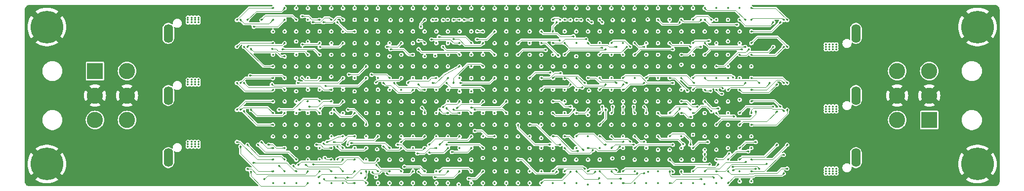
<source format=gbr>
%TF.GenerationSoftware,KiCad,Pcbnew,8.0.2*%
%TF.CreationDate,2024-05-21T15:52:10+02:00*%
%TF.ProjectId,HYDRA_VMM3_Adapter,48594452-415f-4564-9d4d-335f41646170,0*%
%TF.SameCoordinates,Original*%
%TF.FileFunction,Copper,L2,Inr*%
%TF.FilePolarity,Positive*%
%FSLAX46Y46*%
G04 Gerber Fmt 4.6, Leading zero omitted, Abs format (unit mm)*
G04 Created by KiCad (PCBNEW 8.0.2) date 2024-05-21 15:52:10*
%MOMM*%
%LPD*%
G01*
G04 APERTURE LIST*
%TA.AperFunction,ComponentPad*%
%ADD10C,5.600000*%
%TD*%
%TA.AperFunction,ComponentPad*%
%ADD11O,1.600000X3.200000*%
%TD*%
%TA.AperFunction,ComponentPad*%
%ADD12R,2.775000X2.775000*%
%TD*%
%TA.AperFunction,ComponentPad*%
%ADD13C,2.775000*%
%TD*%
%TA.AperFunction,ViaPad*%
%ADD14C,0.350000*%
%TD*%
%TA.AperFunction,Conductor*%
%ADD15C,0.100000*%
%TD*%
G04 APERTURE END LIST*
D10*
%TO.N,GND*%
%TO.C,J10*%
X26925000Y-54520000D03*
%TD*%
%TO.N,GND*%
%TO.C,J7*%
X26925000Y-78020000D03*
%TD*%
%TO.N,GND*%
%TO.C,J8*%
X186425000Y-78020000D03*
%TD*%
%TO.N,GND*%
%TO.C,J9*%
X186425000Y-54520000D03*
%TD*%
D11*
%TO.N,N/C*%
%TO.C,J1*%
X165610000Y-55610000D03*
%TD*%
%TO.N,N/C*%
%TO.C,J6*%
X47740000Y-76930000D03*
%TD*%
D12*
%TO.N,P2A*%
%TO.C,Input_A1*%
X35175000Y-62070000D03*
D13*
%TO.N,GND*%
X35175000Y-66270000D03*
%TO.N,P1A*%
X35175000Y-70470000D03*
%TO.N,P2A*%
X40675000Y-62070000D03*
%TO.N,GND*%
X40675000Y-66270000D03*
%TO.N,P1A*%
X40675000Y-70470000D03*
%TD*%
D12*
%TO.N,P2B*%
%TO.C,Input_B1*%
X178175000Y-70470000D03*
D13*
%TO.N,GND*%
X178175000Y-66270000D03*
%TO.N,P1B*%
X178175000Y-62070000D03*
%TO.N,P2B*%
X172675000Y-70470000D03*
%TO.N,GND*%
X172675000Y-66270000D03*
%TO.N,P1B*%
X172675000Y-62070000D03*
%TD*%
D11*
%TO.N,N/C*%
%TO.C,J2*%
X165610000Y-66270000D03*
%TD*%
%TO.N,N/C*%
%TO.C,J4*%
X47740000Y-55610000D03*
%TD*%
%TO.N,N/C*%
%TO.C,J3*%
X165610000Y-76930000D03*
%TD*%
%TO.N,N/C*%
%TO.C,J5*%
X47740000Y-66270000D03*
%TD*%
D14*
%TO.N,GND*%
X134675000Y-76270000D03*
X132675000Y-76270000D03*
X130675000Y-76270000D03*
X128675000Y-76270000D03*
X126675000Y-76270000D03*
X124675000Y-76270000D03*
X122675000Y-76270000D03*
X148675000Y-72270000D03*
X146675000Y-72270000D03*
X144675000Y-72270000D03*
X142675000Y-72270000D03*
X140675000Y-72270000D03*
X138675000Y-72270000D03*
X136675000Y-72270000D03*
X132675000Y-72270000D03*
X130675000Y-72270000D03*
X128675000Y-72270000D03*
X126675000Y-72270000D03*
X124675000Y-72270000D03*
X136675000Y-66270000D03*
X138675000Y-66270000D03*
X134675000Y-66270000D03*
X132675000Y-66270000D03*
X130675000Y-66270000D03*
X128675000Y-66270000D03*
X126675000Y-66270000D03*
X124675000Y-66270000D03*
X122675000Y-66270000D03*
X116675000Y-66270000D03*
X114675000Y-66270000D03*
X112675000Y-66270000D03*
X110675000Y-66270000D03*
X132675000Y-60270000D03*
X130675000Y-60270000D03*
X128675000Y-60270000D03*
X126675000Y-60270000D03*
X124675000Y-60270000D03*
X122675000Y-60270000D03*
X120675000Y-60270000D03*
X118675000Y-60270000D03*
X116675000Y-60270000D03*
X110675000Y-60270000D03*
X108675000Y-60270000D03*
X142675000Y-56270000D03*
X140675000Y-56270000D03*
X138675000Y-56270000D03*
X136675000Y-56270000D03*
X134675000Y-56270000D03*
X132675000Y-56270000D03*
X130675000Y-56270000D03*
X128675000Y-56270000D03*
X126675000Y-56270000D03*
X124675000Y-56270000D03*
X122675000Y-56270000D03*
X120675000Y-56270000D03*
X103675000Y-76270000D03*
X88675000Y-76270000D03*
X72675000Y-76270000D03*
X74675000Y-76270000D03*
X82675000Y-76270000D03*
X64675000Y-72270000D03*
X66675000Y-72270000D03*
X68675000Y-72270000D03*
X70675000Y-72270000D03*
X72675000Y-72270000D03*
X74675000Y-72270000D03*
X76675000Y-72270000D03*
X78675000Y-72270000D03*
X80675000Y-72270000D03*
X82675000Y-72270000D03*
X84675000Y-72270000D03*
X86675000Y-72270000D03*
X88675000Y-72270000D03*
X90675000Y-72270000D03*
X94675000Y-70270000D03*
X96675000Y-70270000D03*
X98675000Y-70270000D03*
X100675000Y-70270000D03*
X102675000Y-70270000D03*
X104675000Y-70270000D03*
X102675000Y-66270000D03*
X100675000Y-66270000D03*
X98675000Y-66270000D03*
X96675000Y-66270000D03*
X94675000Y-66270000D03*
X92675000Y-66270000D03*
X90675000Y-66270000D03*
X88675000Y-66270000D03*
X86675000Y-66270000D03*
X84675000Y-66270000D03*
X82675000Y-66270000D03*
X80675000Y-66270000D03*
X104675000Y-60270000D03*
X102675000Y-60270000D03*
X100675000Y-60270000D03*
X98675000Y-60270000D03*
X96675000Y-60270000D03*
X94675000Y-60270000D03*
X92675000Y-60270000D03*
X90675000Y-60270000D03*
X88675000Y-60270000D03*
X86675000Y-60270000D03*
X84675000Y-60270000D03*
X82675000Y-60270000D03*
X80675000Y-60270000D03*
X82675000Y-54270000D03*
X88675000Y-56270000D03*
X86675000Y-56270000D03*
X84675000Y-56270000D03*
X82675000Y-56270000D03*
X80675000Y-56270000D03*
X78675000Y-56270000D03*
X76675000Y-56270000D03*
X74675000Y-56270000D03*
X72675000Y-56270000D03*
X70675000Y-56270000D03*
X68675000Y-56270000D03*
X66675000Y-56270000D03*
X64675000Y-56270000D03*
X106675000Y-80270000D03*
X106675000Y-78270000D03*
X106675000Y-76270000D03*
X106675000Y-74270000D03*
X106675000Y-72270000D03*
X106675000Y-70270000D03*
X106675000Y-68270000D03*
X106675000Y-66270000D03*
X106675000Y-64270000D03*
X106675000Y-62270000D03*
X106675000Y-60270000D03*
X106675000Y-58270000D03*
X106675000Y-56270000D03*
X106675000Y-54270000D03*
X106675000Y-52270000D03*
X37690000Y-80370000D03*
X37690000Y-80780000D03*
X35290000Y-80770000D03*
X40090000Y-80770000D03*
X38890000Y-80370000D03*
X34690000Y-80360000D03*
X37090000Y-79950000D03*
X35890000Y-80770000D03*
X40090000Y-79940000D03*
X38290000Y-80370000D03*
X38890000Y-79950000D03*
X39490000Y-80770000D03*
X36490000Y-80360000D03*
X39490000Y-80360000D03*
X37090000Y-80780000D03*
X35290000Y-79940000D03*
X35290000Y-80360000D03*
X34690000Y-80770000D03*
X39490000Y-79940000D03*
X35890000Y-79940000D03*
X38290000Y-79950000D03*
X37090000Y-80370000D03*
X35890000Y-80360000D03*
X36490000Y-79940000D03*
X36490000Y-80770000D03*
X38890000Y-80780000D03*
X37690000Y-79950000D03*
X40090000Y-80360000D03*
X34690000Y-79940000D03*
X38290000Y-80780000D03*
X35290000Y-54410000D03*
X36490000Y-54830000D03*
X34690000Y-54830000D03*
X37690000Y-54420000D03*
X36490000Y-54410000D03*
X39490000Y-55240000D03*
X39490000Y-54410000D03*
X34690000Y-55240000D03*
X38890000Y-54840000D03*
X38890000Y-55250000D03*
X38290000Y-54840000D03*
X35290000Y-54830000D03*
X40090000Y-54410000D03*
X40090000Y-54830000D03*
X38890000Y-54420000D03*
X38290000Y-54420000D03*
X37690000Y-54840000D03*
X35890000Y-55240000D03*
X35890000Y-54410000D03*
X38290000Y-55250000D03*
X37690000Y-55250000D03*
X35290000Y-55240000D03*
X34690000Y-54410000D03*
X36490000Y-55240000D03*
X37090000Y-54840000D03*
X39490000Y-54830000D03*
X35890000Y-54830000D03*
X40090000Y-55240000D03*
X37090000Y-55250000D03*
X37090000Y-54420000D03*
X37690000Y-77890000D03*
X38290000Y-78300000D03*
X35290000Y-77460000D03*
X38890000Y-77890000D03*
X37690000Y-78300000D03*
X40090000Y-77880000D03*
X36490000Y-78290000D03*
X38290000Y-77890000D03*
X34690000Y-77880000D03*
X37090000Y-78300000D03*
X37690000Y-77470000D03*
X37090000Y-77890000D03*
X39490000Y-78290000D03*
X35890000Y-78290000D03*
X40090000Y-77460000D03*
X35890000Y-77880000D03*
X37090000Y-77470000D03*
X34690000Y-78290000D03*
X34690000Y-77460000D03*
X38290000Y-77470000D03*
X35890000Y-77460000D03*
X38890000Y-78300000D03*
X38890000Y-77470000D03*
X40090000Y-78290000D03*
X39490000Y-77460000D03*
X35290000Y-78290000D03*
X39490000Y-77880000D03*
X35290000Y-77880000D03*
X36490000Y-77880000D03*
X36490000Y-77460000D03*
X38290000Y-51900000D03*
X39490000Y-51470000D03*
X36490000Y-52300000D03*
X35290000Y-51890000D03*
X37090000Y-52310000D03*
X40090000Y-51890000D03*
X37690000Y-51480000D03*
X38890000Y-51480000D03*
X34690000Y-51890000D03*
X35890000Y-51470000D03*
X35890000Y-51890000D03*
X39490000Y-51890000D03*
X37090000Y-51900000D03*
X36490000Y-51470000D03*
X36490000Y-51890000D03*
X35290000Y-52300000D03*
X37690000Y-51900000D03*
X34690000Y-52300000D03*
X38890000Y-51900000D03*
X37090000Y-51480000D03*
X40090000Y-52300000D03*
X37690000Y-52310000D03*
X38290000Y-52310000D03*
X35290000Y-51470000D03*
X38290000Y-51480000D03*
X35890000Y-52300000D03*
X38890000Y-52310000D03*
X39490000Y-52300000D03*
X34690000Y-51470000D03*
X40090000Y-51470000D03*
X175410000Y-79940000D03*
X173610000Y-79940000D03*
X174810000Y-80360000D03*
X177210000Y-79950000D03*
X177810000Y-80780000D03*
X176010000Y-80370000D03*
X176610000Y-79950000D03*
X177210000Y-80780000D03*
X176610000Y-80370000D03*
X176610000Y-80780000D03*
X174210000Y-79940000D03*
X173610000Y-80770000D03*
X177810000Y-80370000D03*
X174210000Y-80770000D03*
X174810000Y-80770000D03*
X179010000Y-79940000D03*
X179010000Y-80770000D03*
X175410000Y-80360000D03*
X177810000Y-79950000D03*
X173610000Y-80360000D03*
X178410000Y-80770000D03*
X177210000Y-80370000D03*
X176010000Y-80780000D03*
X178410000Y-80360000D03*
X179010000Y-80360000D03*
X176010000Y-79950000D03*
X178410000Y-79940000D03*
X175410000Y-80770000D03*
X174810000Y-79940000D03*
X174210000Y-80360000D03*
X175410000Y-77460000D03*
X173610000Y-77460000D03*
X174810000Y-77880000D03*
X177210000Y-77470000D03*
X177810000Y-78300000D03*
X176010000Y-77890000D03*
X176610000Y-77470000D03*
X177210000Y-78300000D03*
X176610000Y-77890000D03*
X176610000Y-78300000D03*
X174210000Y-77460000D03*
X173610000Y-78290000D03*
X177810000Y-77890000D03*
X174210000Y-78290000D03*
X174810000Y-78290000D03*
X179010000Y-77460000D03*
X179010000Y-78290000D03*
X175410000Y-77880000D03*
X177810000Y-77470000D03*
X173610000Y-77880000D03*
X178410000Y-78290000D03*
X177210000Y-77890000D03*
X176010000Y-78300000D03*
X178410000Y-77880000D03*
X179010000Y-77880000D03*
X176010000Y-77470000D03*
X178410000Y-77460000D03*
X175410000Y-78290000D03*
X174810000Y-77460000D03*
X174210000Y-77880000D03*
X175410000Y-54410000D03*
X173610000Y-54410000D03*
X174810000Y-54830000D03*
X177210000Y-54420000D03*
X177810000Y-55250000D03*
X176010000Y-54840000D03*
X176610000Y-54420000D03*
X177210000Y-55250000D03*
X176610000Y-54840000D03*
X176610000Y-55250000D03*
X174210000Y-54410000D03*
X173610000Y-55240000D03*
X177810000Y-54840000D03*
X174210000Y-55240000D03*
X174810000Y-55240000D03*
X179010000Y-54410000D03*
X179010000Y-55240000D03*
X175410000Y-54830000D03*
X177810000Y-54420000D03*
X173610000Y-54830000D03*
X178410000Y-55240000D03*
X177210000Y-54840000D03*
X176010000Y-55250000D03*
X178410000Y-54830000D03*
X179010000Y-54830000D03*
X176010000Y-54420000D03*
X178410000Y-54410000D03*
X175410000Y-55240000D03*
X174810000Y-54410000D03*
X174210000Y-54830000D03*
X175410000Y-51470000D03*
X173610000Y-51470000D03*
X174810000Y-51890000D03*
X177210000Y-51480000D03*
X177810000Y-52310000D03*
X176010000Y-51900000D03*
X176610000Y-51480000D03*
X177210000Y-52310000D03*
X176610000Y-51900000D03*
X176610000Y-52310000D03*
X174210000Y-51470000D03*
X173610000Y-52300000D03*
X177810000Y-51900000D03*
X174210000Y-52300000D03*
X174810000Y-52300000D03*
X179010000Y-51470000D03*
X179010000Y-52300000D03*
X175410000Y-51890000D03*
X177810000Y-51480000D03*
X173610000Y-51890000D03*
X178410000Y-52300000D03*
X177210000Y-51900000D03*
X176010000Y-52310000D03*
X178410000Y-51890000D03*
X179010000Y-51890000D03*
X176010000Y-51480000D03*
X178410000Y-51470000D03*
X175410000Y-52300000D03*
X174810000Y-51470000D03*
X174210000Y-51890000D03*
X58310000Y-58320000D03*
X58910000Y-57910000D03*
X57710000Y-57910000D03*
X57110000Y-57910000D03*
X58910000Y-58320000D03*
X58310000Y-57490000D03*
X58910000Y-57490000D03*
X57710000Y-58320000D03*
X58310000Y-57910000D03*
X57710000Y-57490000D03*
X57110000Y-58320000D03*
X57110000Y-57490000D03*
X58310000Y-68990000D03*
X58910000Y-68580000D03*
X57710000Y-68580000D03*
X57110000Y-68580000D03*
X58910000Y-68990000D03*
X58310000Y-68160000D03*
X58910000Y-68160000D03*
X57710000Y-68990000D03*
X58310000Y-68580000D03*
X57710000Y-68160000D03*
X57110000Y-68990000D03*
X57110000Y-68160000D03*
X58310000Y-79640000D03*
X58910000Y-79230000D03*
X57710000Y-79230000D03*
X57110000Y-79230000D03*
X58910000Y-79640000D03*
X58310000Y-78810000D03*
X58910000Y-78810000D03*
X57710000Y-79640000D03*
X58310000Y-79230000D03*
X57710000Y-78810000D03*
X57110000Y-79640000D03*
X57110000Y-78810000D03*
%TO.N,Col_43-Row_15*%
X153240000Y-76440000D03*
%TO.N,GND*%
X156240000Y-74210000D03*
X154440000Y-74210000D03*
X155640000Y-74630000D03*
X155040000Y-74210000D03*
X154440000Y-75040000D03*
X155040000Y-75040000D03*
X155640000Y-75040000D03*
X156240000Y-74630000D03*
X154440000Y-74630000D03*
X156240000Y-75040000D03*
X155640000Y-74210000D03*
X155040000Y-74630000D03*
X156240000Y-63550000D03*
X154440000Y-63550000D03*
X155640000Y-63970000D03*
X155040000Y-63550000D03*
X154440000Y-64380000D03*
X155040000Y-64380000D03*
X155640000Y-64380000D03*
X156240000Y-63970000D03*
X154440000Y-63970000D03*
X156240000Y-64380000D03*
X155640000Y-63550000D03*
X155040000Y-63970000D03*
X156240000Y-52890000D03*
X154440000Y-52890000D03*
X155640000Y-53310000D03*
X155040000Y-52890000D03*
X154440000Y-53720000D03*
X155040000Y-53720000D03*
X155640000Y-53720000D03*
X156240000Y-53310000D03*
X154440000Y-53310000D03*
X156240000Y-53720000D03*
X155640000Y-52890000D03*
X155040000Y-53310000D03*
X159240000Y-57490000D03*
X156240000Y-58320000D03*
X155640000Y-57490000D03*
X154440000Y-58320000D03*
X155040000Y-57910000D03*
X159240000Y-57910000D03*
X155040000Y-58320000D03*
X156240000Y-57490000D03*
X159840000Y-58320000D03*
X159840000Y-57490000D03*
X154440000Y-57490000D03*
X156240000Y-57910000D03*
X159240000Y-58320000D03*
X159840000Y-57910000D03*
X155640000Y-58320000D03*
X155040000Y-57490000D03*
X154440000Y-57910000D03*
X155640000Y-57910000D03*
X156840000Y-58330000D03*
X156840000Y-57500000D03*
X157440000Y-57500000D03*
X158040000Y-57500000D03*
X157440000Y-58330000D03*
X158040000Y-58330000D03*
X158640000Y-57500000D03*
X158640000Y-58330000D03*
X158040000Y-57920000D03*
X156840000Y-57920000D03*
X158640000Y-57920000D03*
X157440000Y-57920000D03*
X159240000Y-68150000D03*
X156240000Y-68980000D03*
X155640000Y-68150000D03*
X154440000Y-68980000D03*
X155040000Y-68570000D03*
X159240000Y-68570000D03*
X155040000Y-68980000D03*
X156240000Y-68150000D03*
X159840000Y-68980000D03*
X159840000Y-68150000D03*
X154440000Y-68150000D03*
X156240000Y-68570000D03*
X159240000Y-68980000D03*
X159840000Y-68570000D03*
X155640000Y-68980000D03*
X155040000Y-68150000D03*
X154440000Y-68570000D03*
X155640000Y-68570000D03*
X156840000Y-68990000D03*
X156840000Y-68160000D03*
X157440000Y-68160000D03*
X158040000Y-68160000D03*
X157440000Y-68990000D03*
X158040000Y-68990000D03*
X158640000Y-68160000D03*
X158640000Y-68990000D03*
X158040000Y-68580000D03*
X156840000Y-68580000D03*
X158640000Y-68580000D03*
X157440000Y-68580000D03*
X159240000Y-78810000D03*
X156240000Y-79640000D03*
X155640000Y-78810000D03*
X154440000Y-79640000D03*
X155040000Y-79230000D03*
X159240000Y-79230000D03*
X155040000Y-79640000D03*
X156240000Y-78810000D03*
X159840000Y-79640000D03*
X159840000Y-78810000D03*
X154440000Y-78810000D03*
X156240000Y-79230000D03*
X159240000Y-79640000D03*
X159840000Y-79230000D03*
X155640000Y-79640000D03*
X155040000Y-78810000D03*
X154440000Y-79230000D03*
X155640000Y-79230000D03*
X156840000Y-79650000D03*
X156840000Y-78820000D03*
X157440000Y-78820000D03*
X158040000Y-78820000D03*
X157440000Y-79650000D03*
X158040000Y-79650000D03*
X158640000Y-78820000D03*
X158640000Y-79650000D03*
X158040000Y-79240000D03*
X156840000Y-79240000D03*
X158640000Y-79240000D03*
X157440000Y-79240000D03*
X58310000Y-74220000D03*
X55310000Y-75050000D03*
X54710000Y-74220000D03*
X53510000Y-75050000D03*
X54110000Y-74640000D03*
X58310000Y-74640000D03*
X54110000Y-75050000D03*
X55310000Y-74220000D03*
X58910000Y-75050000D03*
X58910000Y-74220000D03*
X53510000Y-74220000D03*
X55310000Y-74640000D03*
X58310000Y-75050000D03*
X58910000Y-74640000D03*
X54710000Y-75050000D03*
X54110000Y-74220000D03*
X53510000Y-74640000D03*
X54710000Y-74640000D03*
X55910000Y-75060000D03*
X55910000Y-74230000D03*
X56510000Y-74230000D03*
X57110000Y-74230000D03*
X56510000Y-75060000D03*
X57110000Y-75060000D03*
X57710000Y-74230000D03*
X57710000Y-75060000D03*
X57110000Y-74650000D03*
X55910000Y-74650000D03*
X57710000Y-74650000D03*
X56510000Y-74650000D03*
X58310000Y-63550000D03*
X55310000Y-64380000D03*
X54710000Y-63550000D03*
X53510000Y-64380000D03*
X54110000Y-63970000D03*
X58310000Y-63970000D03*
X54110000Y-64380000D03*
X55310000Y-63550000D03*
X58910000Y-64380000D03*
X58910000Y-63550000D03*
X53510000Y-63550000D03*
X55310000Y-63970000D03*
X58310000Y-64380000D03*
X58910000Y-63970000D03*
X54710000Y-64380000D03*
X54110000Y-63550000D03*
X53510000Y-63970000D03*
X54710000Y-63970000D03*
X55910000Y-64390000D03*
X55910000Y-63560000D03*
X56510000Y-63560000D03*
X57110000Y-63560000D03*
X56510000Y-64390000D03*
X57110000Y-64390000D03*
X57710000Y-63560000D03*
X57710000Y-64390000D03*
X57110000Y-63980000D03*
X55910000Y-63980000D03*
X57710000Y-63980000D03*
X56510000Y-63980000D03*
X58310000Y-52890000D03*
X58310000Y-53720000D03*
X58910000Y-52890000D03*
X58910000Y-53720000D03*
X58310000Y-53310000D03*
X58910000Y-53310000D03*
X57710000Y-53730000D03*
X56510000Y-53730000D03*
X55910000Y-53730000D03*
X57110000Y-53730000D03*
X57710000Y-52900000D03*
X56510000Y-52900000D03*
X55910000Y-52900000D03*
X57110000Y-52900000D03*
X56510000Y-53320000D03*
X55910000Y-53320000D03*
X57710000Y-53320000D03*
X57110000Y-53320000D03*
X55310000Y-53720000D03*
X54110000Y-53720000D03*
X53510000Y-53720000D03*
X54710000Y-53720000D03*
X55310000Y-52890000D03*
X54110000Y-52890000D03*
X53510000Y-52890000D03*
X54710000Y-52890000D03*
X54110000Y-53310000D03*
X53510000Y-53310000D03*
X55310000Y-53310000D03*
X54710000Y-53310000D03*
%TO.N,P1B*%
X162240000Y-58320000D03*
X161040000Y-58320000D03*
X160440000Y-58320000D03*
X161640000Y-58320000D03*
X162240000Y-57490000D03*
X161040000Y-57490000D03*
X160440000Y-57490000D03*
X161640000Y-57490000D03*
X161040000Y-57910000D03*
X160440000Y-57910000D03*
X162240000Y-57910000D03*
X161640000Y-57910000D03*
X162240000Y-68980000D03*
X161040000Y-68980000D03*
X160440000Y-68980000D03*
X161640000Y-68980000D03*
X162240000Y-68150000D03*
X161040000Y-68150000D03*
X160440000Y-68150000D03*
X161640000Y-68150000D03*
X161040000Y-68570000D03*
X160440000Y-68570000D03*
X162240000Y-68570000D03*
X161640000Y-68570000D03*
X162240000Y-79650000D03*
X161040000Y-79650000D03*
X160440000Y-79650000D03*
X161640000Y-79650000D03*
X162240000Y-78820000D03*
X161040000Y-78820000D03*
X160440000Y-78820000D03*
X161640000Y-78820000D03*
X161040000Y-79240000D03*
X160440000Y-79240000D03*
X162240000Y-79240000D03*
X161640000Y-79240000D03*
%TO.N,P1A*%
X52910000Y-53720000D03*
X51710000Y-53720000D03*
X51110000Y-53720000D03*
X52310000Y-53720000D03*
X52910000Y-52890000D03*
X51710000Y-52890000D03*
X51110000Y-52890000D03*
X52310000Y-52890000D03*
X51710000Y-53310000D03*
X51110000Y-53310000D03*
X52910000Y-53310000D03*
X52310000Y-53310000D03*
X52910000Y-64380000D03*
X51710000Y-64380000D03*
X51110000Y-64380000D03*
X52310000Y-64380000D03*
X52910000Y-63550000D03*
X51710000Y-63550000D03*
X51110000Y-63550000D03*
X52310000Y-63550000D03*
X51710000Y-63970000D03*
X51110000Y-63970000D03*
X52910000Y-63970000D03*
X52310000Y-63970000D03*
X51710000Y-75040000D03*
X51110000Y-75040000D03*
X52910000Y-75040000D03*
X52310000Y-75040000D03*
X52910000Y-74630000D03*
X51710000Y-74630000D03*
X51110000Y-74630000D03*
X52310000Y-74630000D03*
X52310000Y-74210000D03*
X51710000Y-74210000D03*
X52910000Y-74210000D03*
X51110000Y-74210000D03*
%TO.N,Col_3-Row_7*%
X67675000Y-63270000D03*
X61750000Y-62840000D03*
%TO.N,Col_4-Row_7*%
X69675000Y-63270000D03*
%TO.N,Col_2-Row_1*%
X65675000Y-51270000D03*
X59510000Y-53310000D03*
%TO.N,Col_15-Row_7*%
X91675000Y-63270000D03*
%TO.N,Col_9-Row_9*%
X79675000Y-67270000D03*
%TO.N,Col_11-Row_10*%
X83675000Y-69270000D03*
%TO.N,Col_22-Row_9*%
X105675000Y-67270000D03*
X99630000Y-68360000D03*
%TO.N,Col_2-Row_10*%
X65675000Y-69270000D03*
X60110000Y-68710000D03*
%TO.N,Col_13-Row_9*%
X87675000Y-67270000D03*
%TO.N,Col_18-Row_10*%
X97675000Y-69270000D03*
X95430000Y-68460000D03*
%TO.N,Col_3-Row_1*%
X67675000Y-51270000D03*
X61310000Y-53310000D03*
%TO.N,Col_3-Row_11*%
X67675000Y-71270000D03*
%TO.N,Col_19-Row_9*%
X99675000Y-67270000D03*
%TO.N,Col_2-Row_11*%
X65675000Y-71270000D03*
X60710000Y-68930000D03*
%TO.N,Col_8-Row_7*%
X77675000Y-63270000D03*
X69940000Y-64110000D03*
%TO.N,Col_3-Row_10*%
X67675000Y-69270000D03*
X61910000Y-68710000D03*
%TO.N,Col_19-Row_6*%
X99675000Y-61270000D03*
%TO.N,Col_3-Row_2*%
X67675000Y-53270000D03*
X62395166Y-54464834D03*
%TO.N,Col_20-Row_8*%
X101675000Y-65270000D03*
X95430000Y-64110000D03*
%TO.N,Col_5-Row_7*%
X71675000Y-63270000D03*
%TO.N,Col_22-Row_10*%
X105675000Y-69270000D03*
X100230000Y-68710000D03*
%TO.N,Col_22-Row_7*%
X105675000Y-63270000D03*
%TO.N,Col_15-Row_3*%
X91675000Y-55270000D03*
%TO.N,Col_15-Row_1*%
X91675000Y-51270000D03*
%TO.N,Col_8-Row_11*%
X77675000Y-71270000D03*
%TO.N,Col_14-Row_6*%
X89675000Y-61270000D03*
%TO.N,Col_12-Row_10*%
X85675000Y-69270000D03*
%TO.N,Col_12-Row_11*%
X85675000Y-71270000D03*
%TO.N,Col_7-Row_11*%
X75675000Y-71270000D03*
%TO.N,Col_16-Row_10*%
X93675000Y-69270000D03*
%TO.N,Col_13-Row_2*%
X87630000Y-53310000D03*
%TO.N,Col_17-Row_10*%
X95675000Y-69270000D03*
X94230000Y-68710000D03*
%TO.N,Col_8-Row_1*%
X77675000Y-51270000D03*
%TO.N,Col_12-Row_7*%
X85675000Y-63270000D03*
X82570000Y-62710000D03*
%TO.N,Col_19-Row_8*%
X99675000Y-65540000D03*
%TO.N,Col_21-Row_8*%
X103675000Y-65270000D03*
%TO.N,Col_8-Row_3*%
X77675000Y-55270000D03*
%TO.N,Col_8-Row_2*%
X77675000Y-53270000D03*
X74320000Y-53690000D03*
%TO.N,Col_8-Row_9*%
X77675000Y-67270000D03*
X73720000Y-68550000D03*
%TO.N,Col_13-Row_10*%
X87675000Y-69270000D03*
%TO.N,Col_11-Row_11*%
X83675000Y-71270000D03*
%TO.N,Col_5-Row_11*%
X71675000Y-71270000D03*
%TO.N,Col_4-Row_11*%
X69675000Y-71270000D03*
%TO.N,Col_9-Row_2*%
X79675000Y-53270000D03*
%TO.N,Col_22-Row_6*%
X105675000Y-61270000D03*
%TO.N,Col_11-Row_1*%
X83675000Y-51270000D03*
%TO.N,Col_7-Row_10*%
X75675000Y-69270000D03*
%TO.N,Col_12-Row_3*%
X85675000Y-55270000D03*
%TO.N,Col_9-Row_1*%
X79675000Y-51270000D03*
%TO.N,Col_18-Row_8*%
X97675000Y-65570000D03*
%TO.N,Col_11-Row_8*%
X83675000Y-65270000D03*
%TO.N,Col_4-Row_9*%
X69675000Y-67270000D03*
%TO.N,Col_7-Row_7*%
X75675000Y-63040000D03*
%TO.N,Col_17-Row_9*%
X95675000Y-67270000D03*
%TO.N,Col_9-Row_11*%
X79675000Y-71270000D03*
%TO.N,Col_10-Row_8*%
X81675000Y-65270000D03*
%TO.N,Col_16-Row_9*%
X93675000Y-67270000D03*
%TO.N,Col_17-Row_2*%
X95675000Y-53270000D03*
X94830000Y-53310000D03*
%TO.N,Col_7-Row_9*%
X75675000Y-67270000D03*
X71920000Y-68190000D03*
%TO.N,Col_16-Row_6*%
X93675000Y-61270000D03*
%TO.N,Col_6-Row_10*%
X73675000Y-69270000D03*
X70240000Y-68710000D03*
%TO.N,Col_2-Row_7*%
X65675000Y-63270000D03*
X60110000Y-64110000D03*
%TO.N,Col_10-Row_10*%
X81675000Y-69270000D03*
%TO.N,Col_12-Row_6*%
X85675000Y-61270000D03*
%TO.N,Col_15-Row_6*%
X91675000Y-61270000D03*
%TO.N,Col_3-Row_8*%
X67675000Y-65270000D03*
X60710000Y-64110000D03*
%TO.N,Col_8-Row_8*%
X77675000Y-65270000D03*
%TO.N,Col_17-Row_3*%
X95675000Y-55270000D03*
%TO.N,Col_14-Row_7*%
X89675000Y-63270000D03*
%TO.N,Col_21-Row_9*%
X103675000Y-67270000D03*
%TO.N,Col_21-Row_6*%
X103675000Y-61270000D03*
%TO.N,Col_9-Row_6*%
X79675000Y-61270000D03*
%TO.N,Col_16-Row_3*%
X93675000Y-55270000D03*
%TO.N,Col_2-Row_9*%
X65675000Y-67270000D03*
X59510000Y-68710000D03*
%TO.N,Col_14-Row_2*%
X89430000Y-53310000D03*
%TO.N,Col_18-Row_6*%
X97675000Y-61270000D03*
X93030000Y-64110000D03*
%TO.N,Col_19-Row_3*%
X99675000Y-51270000D03*
%TO.N,Col_14-Row_11*%
X89675000Y-71270000D03*
%TO.N,Col_16-Row_1*%
X93675000Y-51270000D03*
%TO.N,Col_18-Row_9*%
X97675000Y-67270000D03*
X94830000Y-68270000D03*
%TO.N,Col_18-Row_1*%
X97675000Y-51270000D03*
%TO.N,Col_21-Row_7*%
X103675000Y-63270000D03*
X97830000Y-64110000D03*
%TO.N,Col_9-Row_8*%
X79670000Y-65540000D03*
%TO.N,Col_17-Row_1*%
X95675000Y-51270000D03*
%TO.N,Col_21-Row_10*%
X103675000Y-69270000D03*
%TO.N,Col_10-Row_3*%
X81675000Y-55270000D03*
%TO.N,Col_12-Row_2*%
X85830000Y-53310000D03*
%TO.N,Col_9-Row_7*%
X79675000Y-63270000D03*
%TO.N,Col_16-Row_12*%
X93675000Y-73270000D03*
%TO.N,Col_3-Row_9*%
X67675000Y-67270000D03*
%TO.N,Col_19-Row_1*%
X99675000Y-55270000D03*
%TO.N,Col_15-Row_9*%
X91675000Y-67270000D03*
%TO.N,Col_5-Row_9*%
X71675000Y-67270000D03*
%TO.N,Col_16-Row_13*%
X93675000Y-75270000D03*
X90426300Y-76191800D03*
%TO.N,Col_11-Row_3*%
X83675000Y-55270000D03*
%TO.N,Col_15-Row_11*%
X91675000Y-71270000D03*
%TO.N,Col_6-Row_9*%
X73675000Y-67270000D03*
X66710000Y-68710000D03*
%TO.N,Col_18-Row_12*%
X97675000Y-73270000D03*
X92430000Y-74710000D03*
%TO.N,Col_20-Row_9*%
X101675000Y-67270000D03*
X97230000Y-68420000D03*
%TO.N,Col_16-Row_11*%
X93675000Y-71270000D03*
%TO.N,Col_13-Row_3*%
X87675000Y-55270000D03*
%TO.N,Col_17-Row_8*%
X95675000Y-65270000D03*
%TO.N,Col_14-Row_1*%
X89675000Y-51270000D03*
%TO.N,Col_6-Row_11*%
X73675000Y-71270000D03*
%TO.N,Col_10-Row_6*%
X81675000Y-61270000D03*
X78690800Y-62674100D03*
%TO.N,Col_20-Row_7*%
X101675000Y-63270000D03*
%TO.N,Col_21-Row_11*%
X103675000Y-71270000D03*
%TO.N,Col_8-Row_10*%
X77675000Y-69270000D03*
%TO.N,Col_17-Row_11*%
X95675000Y-71270000D03*
%TO.N,Col_9-Row_10*%
X79675000Y-69270000D03*
X76120000Y-68710000D03*
%TO.N,Col_18-Row_3*%
X97675000Y-55270000D03*
%TO.N,Col_12-Row_1*%
X85675000Y-51270000D03*
%TO.N,Col_12-Row_8*%
X85675000Y-65270000D03*
%TO.N,Col_14-Row_10*%
X89675000Y-69270000D03*
%TO.N,Col_17-Row_13*%
X95675000Y-75270000D03*
X92490000Y-76080000D03*
%TO.N,Col_14-Row_9*%
X89675000Y-67270000D03*
%TO.N,Col_22-Row_11*%
X105675000Y-71270000D03*
%TO.N,Col_11-Row_2*%
X83370000Y-53270000D03*
%TO.N,Col_22-Row_13*%
X105675000Y-75270000D03*
%TO.N,Col_10-Row_1*%
X81675000Y-51270000D03*
%TO.N,Col_20-Row_12*%
X101675000Y-73270000D03*
%TO.N,Col_4-Row_8*%
X69675000Y-65530000D03*
%TO.N,Col_16-Row_2*%
X93675000Y-53270000D03*
X93030000Y-53310000D03*
%TO.N,Col_15-Row_2*%
X91675000Y-53270000D03*
X91050000Y-54480000D03*
%TO.N,Col_16-Row_8*%
X93675000Y-65270000D03*
%TO.N,Col_12-Row_9*%
X85675000Y-67270000D03*
%TO.N,Col_4-Row_10*%
X69675000Y-69270000D03*
%TO.N,Col_18-Row_13*%
X97675000Y-75270000D03*
%TO.N,Col_15-Row_10*%
X91675000Y-69270000D03*
X91230000Y-68380000D03*
%TO.N,Col_10-Row_2*%
X81675000Y-53270000D03*
%TO.N,Col_20-Row_13*%
X101675000Y-75270000D03*
X95430000Y-74710000D03*
%TO.N,Col_18-Row_2*%
X97675000Y-53270000D03*
X96630000Y-53310000D03*
%TO.N,Col_13-Row_8*%
X87675000Y-65270000D03*
%TO.N,Col_5-Row_8*%
X71675000Y-65270000D03*
%TO.N,Col_11-Row_6*%
X83675000Y-61270000D03*
%TO.N,Col_17-Row_7*%
X95675000Y-63270000D03*
X90630000Y-64370000D03*
%TO.N,Col_10-Row_7*%
X81675000Y-63270000D03*
X74670000Y-64650000D03*
%TO.N,Col_14-Row_3*%
X89675000Y-55270000D03*
%TO.N,Col_19-Row_13*%
X99675000Y-75270000D03*
X96348980Y-75951494D03*
%TO.N,Col_22-Row_12*%
X105675000Y-73270000D03*
%TO.N,Col_6-Row_7*%
X73675000Y-63270000D03*
X70660000Y-63230000D03*
%TO.N,Col_15-Row_8*%
X91675000Y-65270000D03*
X86430000Y-64110000D03*
%TO.N,Col_19-Row_2*%
X99675000Y-53270000D03*
X98430000Y-53310000D03*
%TO.N,Col_13-Row_6*%
X87675000Y-61270000D03*
%TO.N,Col_7-Row_8*%
X75675000Y-65270000D03*
X65510000Y-64340000D03*
%TO.N,Col_14-Row_8*%
X89675000Y-65270000D03*
X84630000Y-64110000D03*
%TO.N,Col_16-Row_7*%
X93675000Y-63270000D03*
X88830000Y-64070000D03*
%TO.N,Col_21-Row_12*%
X103675000Y-73270000D03*
X100260000Y-72340000D03*
%TO.N,Col_13-Row_1*%
X87675000Y-51270000D03*
%TO.N,Col_10-Row_11*%
X81675000Y-71270000D03*
X78520000Y-68710000D03*
%TO.N,Col_17-Row_6*%
X95675000Y-61270000D03*
%TO.N,Col_19-Row_12*%
X99675000Y-73270000D03*
X94230000Y-74650000D03*
%TO.N,Col_10-Row_9*%
X81675000Y-67270000D03*
%TO.N,Col_20-Row_6*%
X101675000Y-61270000D03*
X96630000Y-64110000D03*
%TO.N,Col_21-Row_13*%
X103675000Y-75270000D03*
%TO.N,Col_2-Row_8*%
X65675000Y-65270000D03*
X59510000Y-64110000D03*
%TO.N,Col_20-Row_10*%
X101675000Y-69270000D03*
%TO.N,Col_5-Row_10*%
X71675000Y-69270000D03*
%TO.N,Col_22-Row_8*%
X105675000Y-65270000D03*
%TO.N,Col_21-Row_3*%
X103675000Y-55270000D03*
X100650000Y-56640000D03*
%TO.N,Col_19-Row_7*%
X99675000Y-63270000D03*
%TO.N,Col_17-Row_12*%
X95675000Y-73270000D03*
%TO.N,Col_11-Row_7*%
X83675000Y-63270000D03*
%TO.N,Col_11-Row_9*%
X83675000Y-67270000D03*
%TO.N,Col_19-Row_11*%
X99675000Y-71270000D03*
%TO.N,Col_13-Row_11*%
X87675000Y-71270000D03*
%TO.N,Col_20-Row_11*%
X101675000Y-71270000D03*
%TO.N,Col_19-Row_10*%
X99675000Y-69270000D03*
X96630000Y-68710000D03*
%TO.N,Col_18-Row_7*%
X97675000Y-63270000D03*
%TO.N,Col_21-Row_1*%
X103675000Y-51270000D03*
%TO.N,Col_6-Row_8*%
X73675000Y-65270000D03*
%TO.N,Col_13-Row_7*%
X87675000Y-63270000D03*
X83340000Y-64040000D03*
%TO.N,Col_18-Row_11*%
X97675000Y-71270000D03*
%TO.N,Col_39-Row_7*%
X139675000Y-63270000D03*
X149040000Y-64110000D03*
%TO.N,Col_40-Row_10*%
X141675000Y-69270000D03*
X144730000Y-69895000D03*
%TO.N,Col_27-Row_9*%
X115675000Y-67270000D03*
%TO.N,Col_39-Row_10*%
X139675000Y-69270000D03*
%TO.N,Col_30-Row_9*%
X121675000Y-67270000D03*
%TO.N,Col_28-Row_7*%
X117675000Y-63270000D03*
X122720000Y-64370000D03*
%TO.N,Col_27-Row_8*%
X115675000Y-65270000D03*
%TO.N,Col_38-Row_11*%
X137675000Y-71270000D03*
%TO.N,Col_43-Row_7*%
X147675000Y-63270000D03*
X153840000Y-64110000D03*
%TO.N,Col_42-Row_10*%
X145675000Y-69270000D03*
X151440000Y-68200000D03*
%TO.N,Col_37-Row_8*%
X135675000Y-65270000D03*
%TO.N,Col_38-Row_8*%
X137675000Y-65270000D03*
X142780000Y-65000000D03*
%TO.N,Col_32-Row_9*%
X125675000Y-67270000D03*
%TO.N,Col_29-Row_8*%
X119850000Y-65390000D03*
%TO.N,Col_36-Row_9*%
X133675000Y-67270000D03*
%TO.N,Col_27-Row_7*%
X115675000Y-63270000D03*
X118700000Y-64910000D03*
%TO.N,Col_25-Row_9*%
X111675000Y-67270000D03*
%TO.N,Col_31-Row_9*%
X123675000Y-67270000D03*
%TO.N,Col_40-Row_11*%
X141675000Y-71270000D03*
X148440000Y-68990000D03*
%TO.N,Col_35-Row_10*%
X131675000Y-69270000D03*
X135430000Y-68540000D03*
%TO.N,Col_28-Row_6*%
X117675000Y-61270000D03*
%TO.N,Col_25-Row_8*%
X111675000Y-65270000D03*
X116720000Y-64380000D03*
%TO.N,Col_42-Row_9*%
X145670000Y-66990000D03*
%TO.N,Col_27-Row_10*%
X115675000Y-69270000D03*
%TO.N,Col_40-Row_7*%
X141675000Y-63270000D03*
%TO.N,Col_34-Row_8*%
X129675000Y-65270000D03*
%TO.N,Col_38-Row_9*%
X137675000Y-67270000D03*
%TO.N,Col_42-Row_11*%
X145675000Y-71270000D03*
X152040000Y-68990000D03*
%TO.N,Col_41-Row_4*%
X143675000Y-56970000D03*
%TO.N,Col_32-Row_8*%
X125675000Y-65270000D03*
X129320000Y-64110000D03*
%TO.N,Col_25-Row_7*%
X111675000Y-63270000D03*
X115000000Y-62440000D03*
%TO.N,Col_29-Row_10*%
X119675000Y-69580000D03*
%TO.N,Col_32-Row_7*%
X125675000Y-63270000D03*
X134230000Y-64110000D03*
%TO.N,Col_40-Row_9*%
X141675000Y-67270000D03*
%TO.N,Col_34-Row_10*%
X129675000Y-69270000D03*
X129320000Y-68190000D03*
%TO.N,Col_38-Row_7*%
X137675000Y-63270000D03*
X144570000Y-63170000D03*
%TO.N,Col_30-Row_11*%
X121675000Y-71270000D03*
X122720000Y-68710000D03*
%TO.N,Col_43-Row_11*%
X147675000Y-71270000D03*
X153840000Y-68710000D03*
%TO.N,Col_38-Row_10*%
X137675000Y-69270000D03*
X140830000Y-68970000D03*
%TO.N,Col_34-Row_11*%
X129675000Y-71270000D03*
%TO.N,Col_33-Row_9*%
X127675000Y-67270000D03*
%TO.N,Col_42-Row_8*%
X145675000Y-65270000D03*
X152040000Y-64370000D03*
%TO.N,Col_25-Row_6*%
X111675000Y-61270000D03*
%TO.N,Col_39-Row_8*%
X139675000Y-65270000D03*
X140710000Y-65470000D03*
%TO.N,Col_33-Row_10*%
X127675000Y-69270000D03*
X127520000Y-68180000D03*
%TO.N,Col_36-Row_10*%
X133675000Y-69270000D03*
X137230000Y-68710000D03*
%TO.N,Col_26-Row_8*%
X113675000Y-65270000D03*
%TO.N,Col_35-Row_8*%
X131675000Y-65270000D03*
%TO.N,Col_33-Row_8*%
X127675000Y-65270000D03*
%TO.N,Col_30-Row_6*%
X121675000Y-61270000D03*
%TO.N,Col_37-Row_9*%
X135675000Y-67270000D03*
X138430000Y-68200000D03*
%TO.N,Col_41-Row_9*%
X143675000Y-67270000D03*
%TO.N,Col_23-Row_8*%
X107675000Y-65270000D03*
%TO.N,Col_39-Row_9*%
X139675000Y-67270000D03*
X142030000Y-68480000D03*
%TO.N,Col_43-Row_3*%
X147675000Y-55270000D03*
X152640000Y-53710000D03*
%TO.N,Col_29-Row_7*%
X119675000Y-63270000D03*
X124520000Y-64110000D03*
%TO.N,Col_35-Row_11*%
X131675000Y-71270000D03*
%TO.N,Col_27-Row_6*%
X115675000Y-61270000D03*
%TO.N,Col_31-Row_6*%
X123675000Y-61270000D03*
%TO.N,Col_42-Row_7*%
X145675000Y-63270000D03*
%TO.N,Col_24-Row_10*%
X109675000Y-69270000D03*
%TO.N,Col_30-Row_7*%
X121675000Y-63270000D03*
X126320000Y-64110000D03*
%TO.N,Col_39-Row_6*%
X139675000Y-61270000D03*
%TO.N,Col_36-Row_6*%
X133675000Y-61270000D03*
%TO.N,Col_31-Row_10*%
X123675000Y-69270000D03*
X123920000Y-68170000D03*
%TO.N,Col_41-Row_7*%
X143675000Y-63270000D03*
%TO.N,Col_26-Row_7*%
X113675000Y-63270000D03*
X119120000Y-64110000D03*
%TO.N,Col_37-Row_11*%
X135675000Y-71270000D03*
%TO.N,Col_24-Row_9*%
X109675000Y-67270000D03*
%TO.N,Col_31-Row_8*%
X123675000Y-65270000D03*
%TO.N,Col_41-Row_8*%
X143675000Y-65270000D03*
X150840000Y-64110000D03*
%TO.N,Col_30-Row_8*%
X121675000Y-65270000D03*
X125720000Y-64370000D03*
%TO.N,Col_43-Row_5*%
X147675000Y-59270000D03*
X153240000Y-57910000D03*
%TO.N,Col_33-Row_6*%
X127675000Y-61270000D03*
%TO.N,Col_43-Row_4*%
X147675000Y-57270000D03*
X153840000Y-57910000D03*
%TO.N,Col_43-Row_8*%
X147675000Y-65270000D03*
X153240000Y-64110000D03*
%TO.N,Col_31-Row_11*%
X123675000Y-71270000D03*
%TO.N,Col_35-Row_9*%
X131675000Y-67270000D03*
%TO.N,Col_32-Row_10*%
X125675000Y-69270000D03*
X125720000Y-68160000D03*
%TO.N,Col_43-Row_9*%
X147675000Y-67270000D03*
X152640000Y-68170000D03*
%TO.N,Col_31-Row_7*%
X123675000Y-63270000D03*
%TO.N,Col_43-Row_10*%
X147675000Y-69270000D03*
X153240000Y-68900000D03*
%TO.N,Col_40-Row_6*%
X141675000Y-61270000D03*
X147240000Y-58310000D03*
%TO.N,Col_23-Row_9*%
X107675000Y-67270000D03*
%TO.N,Col_39-Row_3*%
X139675000Y-55270000D03*
%TO.N,Col_36-Row_8*%
X133675000Y-65270000D03*
%TO.N,Col_33-Row_7*%
X127675000Y-63270000D03*
%TO.N,Col_35-Row_7*%
X131675000Y-63270000D03*
%TO.N,Col_34-Row_7*%
X129675000Y-63270000D03*
X137830000Y-64110000D03*
%TO.N,Col_39-Row_1*%
X139675000Y-51270000D03*
X146640000Y-53310000D03*
%TO.N,Col_30-Row_10*%
X121675000Y-69270000D03*
X122120000Y-68180000D03*
%TO.N,Col_35-Row_6*%
X131675000Y-61270000D03*
%TO.N,Col_34-Row_6*%
X129675000Y-61270000D03*
%TO.N,Col_39-Row_11*%
X139675000Y-71270000D03*
%TO.N,Col_37-Row_7*%
X135675000Y-63270000D03*
X146640000Y-64110000D03*
%TO.N,Col_26-Row_9*%
X113675000Y-67270000D03*
X116721000Y-68180000D03*
%TO.N,Col_43-Row_1*%
X147675000Y-51270000D03*
X153840000Y-53310000D03*
%TO.N,Col_23-Row_6*%
X107675000Y-61270000D03*
%TO.N,Col_23-Row_7*%
X107675000Y-63270000D03*
%TO.N,Col_41-Row_10*%
X143675000Y-69270000D03*
%TO.N,Col_33-Row_11*%
X127675000Y-71270000D03*
%TO.N,Col_40-Row_3*%
X141675000Y-55270000D03*
%TO.N,Col_26-Row_10*%
X113675000Y-69270000D03*
X117320000Y-68710000D03*
%TO.N,Col_26-Row_6*%
X113675000Y-61270000D03*
%TO.N,Col_41-Row_2*%
X143675000Y-53270000D03*
%TO.N,Col_28-Row_9*%
X117675000Y-67270000D03*
%TO.N,Col_25-Row_10*%
X111675000Y-69270000D03*
%TO.N,Col_37-Row_10*%
X135675000Y-69270000D03*
X137350000Y-69950000D03*
%TO.N,Col_42-Row_4*%
X145675000Y-57270000D03*
%TO.N,Col_40-Row_8*%
X141675000Y-65270000D03*
X142640000Y-65954800D03*
%TO.N,Col_40-Row_4*%
X141675000Y-57270000D03*
%TO.N,Col_24-Row_6*%
X109675000Y-61270000D03*
%TO.N,Col_28-Row_10*%
X117675000Y-69270000D03*
X119720000Y-68710000D03*
%TO.N,Col_32-Row_6*%
X125675000Y-61270000D03*
%TO.N,Col_23-Row_10*%
X107675000Y-69270000D03*
%TO.N,Col_29-Row_6*%
X119675000Y-61270000D03*
%TO.N,Col_41-Row_11*%
X143675000Y-71270000D03*
%TO.N,Col_43-Row_2*%
X147675000Y-53270000D03*
X153240000Y-53310000D03*
%TO.N,Col_24-Row_7*%
X109675000Y-63270000D03*
X113240000Y-62354900D03*
%TO.N,Col_32-Row_11*%
X125675000Y-71270000D03*
%TO.N,Col_37-Row_1*%
X135675000Y-51270000D03*
%TO.N,Col_24-Row_8*%
X109675000Y-65270000D03*
%TO.N,Col_37-Row_6*%
X135670000Y-60980000D03*
%TO.N,Col_28-Row_8*%
X117675000Y-65270000D03*
%TO.N,Col_38-Row_2*%
X137675000Y-53270000D03*
X140830000Y-53310000D03*
%TO.N,Col_41-Row_3*%
X143675000Y-55270000D03*
%TO.N,Col_36-Row_11*%
X133675000Y-71270000D03*
%TO.N,Col_42-Row_3*%
X145675000Y-55270000D03*
%TO.N,Col_29-Row_9*%
X119675000Y-67270000D03*
%TO.N,Col_36-Row_7*%
X133675000Y-63270000D03*
X136720000Y-65403300D03*
%TO.N,Col_34-Row_9*%
X129675000Y-67270000D03*
%TO.N,Col_40-Row_5*%
X141675000Y-59270000D03*
%TO.N,Col_40-Row_1*%
X141675000Y-51270000D03*
%TO.N,Col_40-Row_2*%
X141675000Y-53270000D03*
%TO.N,Col_37-Row_2*%
X135675000Y-53270000D03*
X139030000Y-53310000D03*
%TO.N,Col_38-Row_4*%
X137675000Y-57270000D03*
X140430000Y-56920000D03*
%TO.N,Col_38-Row_3*%
X137675000Y-55270000D03*
%TO.N,Col_39-Row_4*%
X139675000Y-57270000D03*
X146640000Y-57910000D03*
%TO.N,Col_42-Row_5*%
X145675000Y-59270000D03*
X151440000Y-57910000D03*
%TO.N,Col_42-Row_6*%
X145675000Y-61270000D03*
%TO.N,Col_37-Row_4*%
X135675000Y-57270000D03*
%TO.N,Col_37-Row_5*%
X135675000Y-59270000D03*
X139030000Y-57910000D03*
%TO.N,Col_38-Row_1*%
X137675000Y-51270000D03*
%TO.N,Col_39-Row_5*%
X139675000Y-59270000D03*
X146040000Y-58310000D03*
%TO.N,Col_39-Row_2*%
X139675000Y-53270000D03*
X145240000Y-54125000D03*
%TO.N,Col_42-Row_1*%
X145675000Y-51270000D03*
%TO.N,Col_41-Row_1*%
X143675000Y-51270000D03*
%TO.N,Col_37-Row_3*%
X135675000Y-55270000D03*
%TO.N,Col_42-Row_2*%
X145675000Y-53270000D03*
X151440000Y-53700000D03*
%TO.N,Col_41-Row_6*%
X143675000Y-61270000D03*
%TO.N,Col_43-Row_6*%
X147675000Y-61270000D03*
%TO.N,Col_38-Row_6*%
X137675000Y-61270000D03*
%TO.N,Col_41-Row_5*%
X143675000Y-59270000D03*
%TO.N,Col_38-Row_5*%
X137675000Y-59270000D03*
%TO.N,Col_23-Row_1*%
X107675000Y-51270000D03*
%TO.N,Col_25-Row_2*%
X111675000Y-53270000D03*
%TO.N,Col_31-Row_4*%
X123675000Y-57270000D03*
X126920000Y-57910000D03*
%TO.N,Col_23-Row_5*%
X107675000Y-59270000D03*
X112431700Y-58449400D03*
%TO.N,Col_30-Row_5*%
X121675000Y-59270000D03*
X126320000Y-57910000D03*
%TO.N,Col_25-Row_3*%
X111675000Y-55270000D03*
X117210000Y-56110000D03*
%TO.N,Col_27-Row_2*%
X115675000Y-53270000D03*
X116720000Y-53310000D03*
%TO.N,Col_25-Row_5*%
X111675000Y-59270000D03*
%TO.N,Col_24-Row_1*%
X109675000Y-51270000D03*
%TO.N,Col_24-Row_5*%
X109675000Y-59270000D03*
%TO.N,Col_34-Row_1*%
X129675000Y-51270000D03*
%TO.N,Col_30-Row_1*%
X121675000Y-51270000D03*
%TO.N,Col_36-Row_3*%
X133675000Y-55270000D03*
%TO.N,Col_35-Row_4*%
X131675000Y-57270000D03*
%TO.N,Col_32-Row_3*%
X125675000Y-55270000D03*
%TO.N,Col_23-Row_4*%
X107675000Y-57270000D03*
X114860434Y-56814566D03*
%TO.N,Col_33-Row_2*%
X127520000Y-53310000D03*
%TO.N,Col_26-Row_2*%
X113675000Y-53270000D03*
X114920000Y-53310000D03*
%TO.N,Col_28-Row_1*%
X117675000Y-51270000D03*
%TO.N,Col_32-Row_1*%
X125675000Y-51270000D03*
%TO.N,Col_28-Row_2*%
X117675000Y-53270000D03*
X118520000Y-53310000D03*
%TO.N,Col_33-Row_5*%
X127675000Y-59270000D03*
X134230000Y-58310000D03*
%TO.N,Col_29-Row_5*%
X119675000Y-59270000D03*
%TO.N,Col_24-Row_2*%
X109675000Y-53270000D03*
%TO.N,Col_36-Row_1*%
X133675000Y-51270000D03*
%TO.N,Col_36-Row_4*%
X133675000Y-57270000D03*
X137230000Y-57910000D03*
%TO.N,Col_35-Row_1*%
X131675000Y-51270000D03*
%TO.N,Col_27-Row_1*%
X115675000Y-51270000D03*
%TO.N,Col_34-Row_3*%
X129675000Y-55270000D03*
%TO.N,Col_33-Row_4*%
X127675000Y-57270000D03*
X129320000Y-57910000D03*
%TO.N,Col_30-Row_4*%
X121675000Y-57270000D03*
%TO.N,Col_29-Row_1*%
X119675000Y-51270000D03*
%TO.N,Col_29-Row_2*%
X119675000Y-53270000D03*
X120320000Y-53710000D03*
%TO.N,Col_35-Row_5*%
X131675000Y-59270000D03*
%TO.N,Col_30-Row_3*%
X121675000Y-55270000D03*
%TO.N,Col_32-Row_5*%
X125675000Y-59270000D03*
%TO.N,Col_35-Row_2*%
X131675000Y-53270000D03*
X135430000Y-53710000D03*
%TO.N,Col_34-Row_5*%
X129675000Y-59270000D03*
%TO.N,Col_27-Row_4*%
X115675000Y-57270000D03*
X122120000Y-58060000D03*
%TO.N,Col_23-Row_3*%
X107675000Y-55270000D03*
%TO.N,Col_34-Row_2*%
X129930000Y-53210000D03*
%TO.N,Col_32-Row_2*%
X125720000Y-53310000D03*
%TO.N,Col_26-Row_3*%
X113675000Y-55270000D03*
X114320000Y-53710000D03*
%TO.N,Col_31-Row_3*%
X123675000Y-55270000D03*
%TO.N,Col_28-Row_3*%
X117675000Y-55270000D03*
%TO.N,Col_30-Row_2*%
X121675000Y-53270000D03*
X122120000Y-53720000D03*
%TO.N,Col_28-Row_4*%
X117675000Y-57270000D03*
%TO.N,Col_29-Row_3*%
X119675000Y-55270000D03*
%TO.N,Col_31-Row_2*%
X123920000Y-53310000D03*
%TO.N,Col_31-Row_5*%
X123675000Y-59270000D03*
%TO.N,Col_33-Row_1*%
X127675000Y-51270000D03*
%TO.N,Col_36-Row_5*%
X133675000Y-59560000D03*
%TO.N,Col_23-Row_2*%
X107675000Y-53270000D03*
%TO.N,Col_26-Row_1*%
X113675000Y-51270000D03*
%TO.N,Col_26-Row_5*%
X113675000Y-59270000D03*
%TO.N,Col_25-Row_1*%
X111675000Y-51270000D03*
%TO.N,Col_25-Row_4*%
X111675000Y-57270000D03*
X114590000Y-59390000D03*
%TO.N,Col_35-Row_3*%
X131675000Y-55270000D03*
%TO.N,Col_36-Row_2*%
X133675000Y-53270000D03*
%TO.N,Col_24-Row_4*%
X109675000Y-57270000D03*
%TO.N,Col_28-Row_5*%
X117675000Y-59530000D03*
%TO.N,Col_27-Row_5*%
X115675000Y-59270000D03*
X122720000Y-58310000D03*
%TO.N,Col_32-Row_4*%
X125675000Y-57270000D03*
%TO.N,Col_31-Row_1*%
X123675000Y-51270000D03*
%TO.N,Col_27-Row_3*%
X115675000Y-55270000D03*
%TO.N,Col_33-Row_3*%
X127675000Y-55270000D03*
%TO.N,Col_26-Row_4*%
X113675000Y-57270000D03*
X119380000Y-56594900D03*
%TO.N,Col_34-Row_4*%
X129675000Y-57270000D03*
%TO.N,Col_24-Row_3*%
X109675000Y-55270000D03*
%TO.N,Col_29-Row_4*%
X119675000Y-57270000D03*
X124520000Y-57910000D03*
%TO.N,Col_21-Row_2*%
X103675000Y-53270000D03*
%TO.N,Col_9-Row_3*%
X79675000Y-55270000D03*
X76720000Y-53690000D03*
%TO.N,Col_2-Row_2*%
X65675000Y-53270000D03*
X60110000Y-53310000D03*
%TO.N,Col_20-Row_2*%
X101675000Y-53270000D03*
%TO.N,Col_20-Row_1*%
X101675000Y-51270000D03*
%TO.N,Col_20-Row_3*%
X101675000Y-55270000D03*
X100684800Y-55253200D03*
%TO.N,Col_22-Row_3*%
X105675000Y-55270000D03*
%TO.N,Col_22-Row_1*%
X105675000Y-51270000D03*
%TO.N,Col_22-Row_2*%
X105675000Y-53270000D03*
%TO.N,Col_5-Row_1*%
X71675000Y-51270000D03*
%TO.N,Col_4-Row_1*%
X69675000Y-51270000D03*
%TO.N,Col_6-Row_1*%
X73675000Y-51270000D03*
%TO.N,Col_20-Row_5*%
X101675000Y-59270000D03*
%TO.N,Col_21-Row_5*%
X103675000Y-59270000D03*
X94830000Y-57910000D03*
%TO.N,Col_5-Row_2*%
X71675000Y-53270000D03*
%TO.N,Col_6-Row_2*%
X73675000Y-53270000D03*
X70670000Y-52670000D03*
%TO.N,Col_22-Row_5*%
X105675000Y-59270000D03*
%TO.N,Col_13-Row_13*%
X87675000Y-75270000D03*
X84630000Y-75010000D03*
%TO.N,Col_15-Row_12*%
X91675000Y-73270000D03*
X87630000Y-74260000D03*
%TO.N,Col_7-Row_12*%
X75675000Y-73270000D03*
%TO.N,Col_15-Row_13*%
X91675000Y-75270000D03*
X87030000Y-74710000D03*
%TO.N,Col_9-Row_12*%
X79675000Y-73270000D03*
X76119293Y-74240000D03*
%TO.N,Col_6-Row_12*%
X73675000Y-73270000D03*
%TO.N,Col_2-Row_12*%
X65675000Y-73270000D03*
%TO.N,Col_11-Row_13*%
X83520000Y-75470000D03*
%TO.N,Col_7-Row_13*%
X75675000Y-75270000D03*
X73120000Y-74710000D03*
%TO.N,Col_9-Row_13*%
X79675000Y-75270000D03*
%TO.N,Col_10-Row_12*%
X81675000Y-73270000D03*
%TO.N,Col_13-Row_12*%
X87675000Y-73270000D03*
%TO.N,Col_8-Row_13*%
X77675000Y-75270000D03*
X74320000Y-74500000D03*
%TO.N,Col_5-Row_13*%
X71675000Y-75270000D03*
%TO.N,Col_14-Row_12*%
X89675000Y-73270000D03*
%TO.N,Col_3-Row_13*%
X67675000Y-75270000D03*
X64910000Y-74710000D03*
%TO.N,Col_6-Row_13*%
X73675000Y-75270000D03*
%TO.N,Col_8-Row_12*%
X77675000Y-73270000D03*
X74920000Y-74230000D03*
%TO.N,Col_12-Row_12*%
X85675000Y-73270000D03*
%TO.N,Col_3-Row_12*%
X67675000Y-73270000D03*
%TO.N,Col_4-Row_13*%
X69675000Y-75270000D03*
%TO.N,Col_4-Row_12*%
X69675000Y-73270000D03*
%TO.N,Col_11-Row_12*%
X83675000Y-73270000D03*
X78520000Y-74710000D03*
%TO.N,Col_14-Row_13*%
X89675000Y-75270000D03*
%TO.N,Col_5-Row_12*%
X71675000Y-73270000D03*
%TO.N,Col_12-Row_13*%
X85675000Y-75270000D03*
X79119000Y-74430000D03*
%TO.N,Col_2-Row_13*%
X65675000Y-75270000D03*
X63710000Y-74280000D03*
%TO.N,Col_10-Row_13*%
X81675000Y-75270000D03*
X76720000Y-75030000D03*
%TO.N,Col_15-Row_15*%
X91675000Y-79270000D03*
X88180000Y-78480000D03*
%TO.N,Col_14-Row_14*%
X89675000Y-77270000D03*
%TO.N,Col_5-Row_15*%
X71675000Y-79270000D03*
X61310000Y-78870000D03*
%TO.N,Col_15-Row_14*%
X91675000Y-77270000D03*
%TO.N,Col_14-Row_15*%
X89675000Y-79270000D03*
X85230000Y-79640000D03*
%TO.N,Col_18-Row_14*%
X97675000Y-77270000D03*
%TO.N,Col_4-Row_16*%
X69675000Y-81270000D03*
%TO.N,Col_11-Row_16*%
X83675000Y-81270000D03*
%TO.N,Col_12-Row_15*%
X85675000Y-79270000D03*
X82697300Y-79404600D03*
%TO.N,Col_6-Row_16*%
X73675000Y-81270000D03*
%TO.N,Col_19-Row_16*%
X99675000Y-81270000D03*
%TO.N,Col_20-Row_15*%
X101675000Y-79270000D03*
X99231579Y-80515675D03*
%TO.N,Col_12-Row_16*%
X85675000Y-81270000D03*
%TO.N,Col_3-Row_14*%
X67675000Y-77270000D03*
X61310000Y-74710000D03*
%TO.N,Col_18-Row_15*%
X97675000Y-79270000D03*
X93436300Y-80287800D03*
%TO.N,Col_22-Row_14*%
X105675000Y-77270000D03*
%TO.N,Col_5-Row_16*%
X71675000Y-81270000D03*
X61910000Y-79310000D03*
%TO.N,Col_22-Row_15*%
X105675000Y-79270000D03*
%TO.N,Col_2-Row_16*%
X65675000Y-81270000D03*
%TO.N,Col_21-Row_14*%
X103675000Y-77270000D03*
%TO.N,Col_4-Row_15*%
X69675000Y-79270000D03*
X62320000Y-77810000D03*
%TO.N,Col_8-Row_16*%
X77675000Y-81270000D03*
%TO.N,Col_21-Row_15*%
X103675000Y-79270000D03*
%TO.N,Col_5-Row_14*%
X71675000Y-77270000D03*
%TO.N,Col_9-Row_15*%
X79675000Y-79270000D03*
X73520000Y-80270000D03*
%TO.N,Col_15-Row_16*%
X91675000Y-81270000D03*
%TO.N,Col_7-Row_14*%
X75675000Y-77270000D03*
X74580000Y-76970000D03*
%TO.N,Col_8-Row_15*%
X77675000Y-79270000D03*
X71340500Y-78153800D03*
%TO.N,Col_2-Row_15*%
X65675000Y-79270000D03*
X60110000Y-75030000D03*
%TO.N,Col_7-Row_15*%
X75675000Y-79270000D03*
X69147300Y-78338700D03*
%TO.N,Col_2-Row_14*%
X65675000Y-77270000D03*
X59510000Y-74240000D03*
%TO.N,Col_16-Row_16*%
X93675000Y-81270000D03*
%TO.N,Col_17-Row_16*%
X95675000Y-81270000D03*
%TO.N,Col_22-Row_16*%
X105675000Y-81270000D03*
%TO.N,Col_19-Row_14*%
X99675000Y-77270000D03*
%TO.N,Col_3-Row_16*%
X67675000Y-81270000D03*
%TO.N,Col_11-Row_15*%
X83675000Y-79270000D03*
X78443700Y-80331400D03*
%TO.N,Col_12-Row_14*%
X85675000Y-77270000D03*
%TO.N,Col_7-Row_16*%
X75675000Y-81270000D03*
%TO.N,Col_9-Row_14*%
X79675000Y-77270000D03*
X72567600Y-78089400D03*
%TO.N,Col_21-Row_16*%
X103675000Y-81270000D03*
%TO.N,Col_13-Row_15*%
X87675000Y-79270000D03*
X83360000Y-80280000D03*
X83373700Y-78176000D03*
%TO.N,Col_11-Row_14*%
X83675000Y-77270000D03*
X76730000Y-77205000D03*
%TO.N,Col_10-Row_15*%
X81675000Y-79270000D03*
X81466166Y-80413834D03*
%TO.N,Col_9-Row_16*%
X79675000Y-81270000D03*
X74435600Y-80599700D03*
%TO.N,Col_17-Row_15*%
X95675000Y-79270000D03*
X90630000Y-79310000D03*
%TO.N,Col_3-Row_15*%
X67675000Y-79270000D03*
X66740000Y-78320000D03*
%TO.N,Col_4-Row_2*%
X69675000Y-53270000D03*
X63710000Y-53310000D03*
%TO.N,Col_2-Row_3*%
X65675000Y-55270000D03*
%TO.N,Col_3-Row_3*%
X67675000Y-55270000D03*
%TO.N,Col_5-Row_3*%
X71675000Y-55270000D03*
%TO.N,Col_6-Row_3*%
X73675000Y-55270000D03*
%TO.N,Col_4-Row_3*%
X69675000Y-55270000D03*
%TO.N,Col_7-Row_2*%
X75675000Y-53270000D03*
X72520000Y-53690000D03*
%TO.N,Col_7-Row_3*%
X75675000Y-55270000D03*
%TO.N,Col_7-Row_1*%
X75675000Y-51270000D03*
%TO.N,Col_20-Row_4*%
X101675000Y-57270000D03*
X96646200Y-56589400D03*
%TO.N,Col_21-Row_4*%
X103675000Y-57270000D03*
%TO.N,Col_22-Row_4*%
X105675000Y-57270000D03*
%TO.N,Col_19-Row_5*%
X99675000Y-59270000D03*
%TO.N,Col_16-Row_5*%
X93490000Y-59440000D03*
%TO.N,Col_17-Row_5*%
X95675000Y-59270000D03*
%TO.N,Col_19-Row_4*%
X99675000Y-57270000D03*
X94130000Y-56210000D03*
%TO.N,Col_13-Row_4*%
X87675000Y-57270000D03*
X85230000Y-57910000D03*
%TO.N,Col_17-Row_4*%
X95675000Y-57270000D03*
%TO.N,Col_13-Row_5*%
X87675000Y-59270000D03*
%TO.N,Col_18-Row_5*%
X97675000Y-59270000D03*
X90630000Y-58310000D03*
%TO.N,Col_14-Row_4*%
X89675000Y-57270000D03*
%TO.N,Col_18-Row_4*%
X97675000Y-57270000D03*
X92830000Y-56640000D03*
%TO.N,Col_15-Row_4*%
X91675000Y-57270000D03*
X90600000Y-56860000D03*
%TO.N,Col_16-Row_4*%
X93675000Y-57270000D03*
%TO.N,Col_15-Row_5*%
X91670000Y-59520000D03*
%TO.N,Col_14-Row_5*%
X89675000Y-59270000D03*
X85830000Y-58320000D03*
%TO.N,Col_9-Row_5*%
X79675000Y-59270000D03*
%TO.N,Col_11-Row_4*%
X83675000Y-57270000D03*
%TO.N,Col_12-Row_5*%
X85675000Y-59540000D03*
%TO.N,Col_10-Row_5*%
X81675000Y-59270000D03*
%TO.N,Col_9-Row_4*%
X79675000Y-57270000D03*
%TO.N,Col_10-Row_4*%
X81675000Y-57270000D03*
%TO.N,Col_12-Row_4*%
X85675000Y-57270000D03*
%TO.N,Col_11-Row_5*%
X83675000Y-59270000D03*
%TO.N,Col_2-Row_5*%
X65675000Y-59270000D03*
%TO.N,Col_3-Row_4*%
X67675000Y-57270000D03*
X61310000Y-57910000D03*
%TO.N,Col_8-Row_5*%
X77675000Y-59270000D03*
%TO.N,Col_7-Row_4*%
X75675000Y-57270000D03*
%TO.N,Col_2-Row_6*%
X65675000Y-61270000D03*
X60710000Y-57910000D03*
%TO.N,Col_6-Row_4*%
X73675000Y-57270000D03*
X70720000Y-57520000D03*
%TO.N,Col_7-Row_5*%
X75675000Y-59270000D03*
%TO.N,Col_6-Row_6*%
X73675000Y-61270000D03*
%TO.N,Col_4-Row_4*%
X69675000Y-56990000D03*
%TO.N,Col_3-Row_5*%
X67675000Y-59560000D03*
X61910000Y-58300000D03*
%TO.N,Col_8-Row_4*%
X77675000Y-57270000D03*
X73720000Y-57950000D03*
%TO.N,Col_5-Row_6*%
X71675000Y-61270000D03*
%TO.N,Col_5-Row_4*%
X71675000Y-57020000D03*
%TO.N,Col_5-Row_5*%
X71675000Y-59270000D03*
X65510000Y-58300000D03*
%TO.N,Col_3-Row_6*%
X67675000Y-61270000D03*
%TO.N,Col_4-Row_5*%
X69675000Y-59270000D03*
%TO.N,Col_7-Row_6*%
X75675000Y-61270000D03*
%TO.N,Col_8-Row_6*%
X77675000Y-61270000D03*
%TO.N,Col_2-Row_4*%
X65675000Y-57270000D03*
X59510000Y-57910000D03*
%TO.N,Col_4-Row_6*%
X69675000Y-61270000D03*
%TO.N,Col_6-Row_5*%
X73675000Y-59270000D03*
X67310000Y-58310000D03*
%TO.N,Col_8-Row_14*%
X77675000Y-77270000D03*
X70000400Y-78180100D03*
%TO.N,Col_6-Row_15*%
X73675000Y-79270000D03*
X64170000Y-80650000D03*
%TO.N,Col_20-Row_14*%
X101675000Y-76970000D03*
%TO.N,Col_13-Row_16*%
X87675000Y-81270000D03*
%TO.N,Col_10-Row_14*%
X81675000Y-77270000D03*
%TO.N,Col_6-Row_14*%
X73675000Y-77270000D03*
%TO.N,Col_18-Row_16*%
X97510000Y-81520000D03*
%TO.N,Col_16-Row_15*%
X93675000Y-79270000D03*
%TO.N,Col_10-Row_16*%
X81675000Y-81270000D03*
X76350900Y-80377900D03*
%TO.N,Col_4-Row_14*%
X69675000Y-77270000D03*
X63110000Y-74710000D03*
%TO.N,Col_16-Row_14*%
X93675000Y-77270000D03*
%TO.N,Col_19-Row_15*%
X99675000Y-79270000D03*
X94230000Y-79310000D03*
%TO.N,Col_13-Row_14*%
X87675000Y-77270000D03*
X80796300Y-79636800D03*
%TO.N,Col_20-Row_16*%
X101675000Y-81270000D03*
%TO.N,Col_14-Row_16*%
X89675000Y-81270000D03*
%TO.N,Col_17-Row_14*%
X95675000Y-77270000D03*
%TO.N,Col_32-Row_13*%
X125675000Y-75270000D03*
%TO.N,Col_36-Row_13*%
X133670000Y-75570000D03*
%TO.N,Col_27-Row_12*%
X115675000Y-73270000D03*
X118853398Y-75591806D03*
%TO.N,Col_29-Row_11*%
X119675000Y-71270000D03*
%TO.N,Col_32-Row_12*%
X125675000Y-73270000D03*
%TO.N,Col_35-Row_12*%
X131675000Y-73270000D03*
X136030000Y-74630000D03*
%TO.N,Col_23-Row_15*%
X107675000Y-79270000D03*
%TO.N,Col_31-Row_12*%
X123675000Y-73270000D03*
X126920000Y-74220000D03*
%TO.N,Col_33-Row_13*%
X127675000Y-75270000D03*
X134230000Y-74710000D03*
%TO.N,Col_26-Row_11*%
X113675000Y-71270000D03*
%TO.N,Col_36-Row_12*%
X133675000Y-73270000D03*
X137230000Y-74710000D03*
%TO.N,Col_42-Row_13*%
X145675000Y-75270000D03*
X148440000Y-74230000D03*
%TO.N,Col_38-Row_13*%
X137675000Y-75270000D03*
X140230000Y-74230000D03*
%TO.N,Col_23-Row_13*%
X107675000Y-75270000D03*
%TO.N,Col_41-Row_13*%
X143675000Y-75270000D03*
%TO.N,Col_43-Row_12*%
X147675000Y-73270000D03*
%TO.N,Col_39-Row_13*%
X139675000Y-75550000D03*
%TO.N,Col_24-Row_13*%
X109675000Y-75270000D03*
%TO.N,Col_33-Row_12*%
X127675000Y-73270000D03*
X129320000Y-74220000D03*
%TO.N,Col_34-Row_12*%
X129675000Y-73270000D03*
%TO.N,Col_25-Row_13*%
X111675000Y-75270000D03*
%TO.N,Col_24-Row_11*%
X109675000Y-71270000D03*
X114920000Y-74710000D03*
%TO.N,Col_29-Row_13*%
X119675000Y-75270000D03*
X125120000Y-75040000D03*
%TO.N,Col_25-Row_11*%
X111675000Y-71270000D03*
%TO.N,Col_42-Row_12*%
X145675000Y-73270000D03*
%TO.N,Col_38-Row_12*%
X137675000Y-72990000D03*
%TO.N,Col_28-Row_13*%
X117675000Y-75270000D03*
%TO.N,Col_37-Row_13*%
X135675000Y-75270000D03*
%TO.N,Col_28-Row_11*%
X117675000Y-71270000D03*
%TO.N,Col_29-Row_12*%
X119675000Y-73270000D03*
%TO.N,Col_34-Row_13*%
X129675000Y-75270000D03*
%TO.N,Col_40-Row_12*%
X141675000Y-73270000D03*
%TO.N,Col_39-Row_12*%
X139675000Y-73270000D03*
%TO.N,Col_40-Row_13*%
X141675000Y-75550000D03*
%TO.N,Col_23-Row_16*%
X107675000Y-81270000D03*
%TO.N,Col_41-Row_12*%
X143675000Y-73270000D03*
%TO.N,Col_27-Row_11*%
X115675000Y-71270000D03*
%TO.N,Col_27-Row_13*%
X115675000Y-75270000D03*
X120520000Y-75645000D03*
%TO.N,Col_23-Row_11*%
X107675000Y-71270000D03*
X113120000Y-74710000D03*
%TO.N,Col_31-Row_13*%
X123675000Y-75270000D03*
X127520000Y-74710000D03*
%TO.N,Col_35-Row_13*%
X131675000Y-75580000D03*
%TO.N,Col_30-Row_13*%
X121675000Y-75270000D03*
%TO.N,Col_26-Row_13*%
X113675000Y-75270000D03*
%TO.N,Col_28-Row_12*%
X117675000Y-73270000D03*
X122720000Y-74710000D03*
%TO.N,Col_26-Row_12*%
X113675000Y-73270000D03*
X117950000Y-75770000D03*
%TO.N,Col_37-Row_12*%
X135675000Y-73270000D03*
%TO.N,Col_24-Row_12*%
X109675000Y-73270000D03*
%TO.N,Col_25-Row_12*%
X111675000Y-73550000D03*
%TO.N,Col_23-Row_14*%
X107675000Y-77270000D03*
X114320000Y-79310000D03*
%TO.N,Col_43-Row_13*%
X147675000Y-75270000D03*
%TO.N,Col_23-Row_12*%
X107675000Y-73270000D03*
%TO.N,Col_30-Row_12*%
X121675000Y-73270000D03*
X125720000Y-74220000D03*
%TO.N,Col_41-Row_16*%
X143675000Y-81270000D03*
X153240000Y-79630000D03*
%TO.N,Col_36-Row_15*%
X133675000Y-79270000D03*
X141260000Y-80390000D03*
%TO.N,Col_41-Row_14*%
X143675000Y-77270000D03*
X147140000Y-75840000D03*
%TO.N,Col_30-Row_14*%
X121675000Y-77270000D03*
%TO.N,Col_33-Row_14*%
X127675000Y-77270000D03*
%TO.N,Col_27-Row_14*%
X115675000Y-77270000D03*
%TO.N,Col_27-Row_16*%
X115675000Y-81270000D03*
%TO.N,Col_34-Row_14*%
X129675000Y-77270000D03*
%TO.N,Col_36-Row_14*%
X133675000Y-77270000D03*
X140533600Y-78108400D03*
%TO.N,Col_40-Row_14*%
X141675000Y-77270000D03*
X143880000Y-76200000D03*
%TO.N,Col_37-Row_14*%
X135675000Y-77270000D03*
%TO.N,Col_32-Row_14*%
X125675000Y-76970000D03*
%TO.N,Col_30-Row_15*%
X121675000Y-79270000D03*
X125310000Y-80530000D03*
%TO.N,Col_30-Row_16*%
X121675000Y-81270000D03*
%TO.N,Col_37-Row_16*%
X135675000Y-81270000D03*
%TO.N,Col_28-Row_15*%
X117675000Y-79270000D03*
X121630000Y-80450000D03*
%TO.N,Col_34-Row_15*%
X129950000Y-79350000D03*
%TO.N,Col_42-Row_14*%
X145675000Y-77270000D03*
X152040000Y-74710000D03*
%TO.N,Col_29-Row_16*%
X119675000Y-81560000D03*
%TO.N,Col_42-Row_15*%
X145675000Y-79270000D03*
%TO.N,Col_37-Row_15*%
X135675000Y-79270000D03*
X142630000Y-80460000D03*
%TO.N,Col_39-Row_15*%
X139675000Y-79270000D03*
X146780000Y-77632100D03*
%TO.N,Col_26-Row_16*%
X113675000Y-81270000D03*
%TO.N,Col_36-Row_16*%
X133675000Y-81270000D03*
X139138984Y-80578400D03*
%TO.N,Col_31-Row_15*%
X123675000Y-79270000D03*
X128120000Y-79620000D03*
%TO.N,Col_25-Row_15*%
X111675000Y-79270000D03*
%TO.N,Col_24-Row_15*%
X109675000Y-79270000D03*
%TO.N,Col_38-Row_15*%
X137675000Y-79270000D03*
X144580000Y-79130000D03*
X148440000Y-78840000D03*
X141980000Y-78110000D03*
%TO.N,Col_24-Row_14*%
X109675000Y-77270000D03*
%TO.N,Col_29-Row_14*%
X119675000Y-77270000D03*
%TO.N,Col_31-Row_16*%
X123675000Y-81270000D03*
%TO.N,Col_35-Row_15*%
X131675000Y-79270000D03*
%TO.N,Col_35-Row_14*%
X131675000Y-77270000D03*
%TO.N,Col_31-Row_14*%
X123860000Y-77050000D03*
%TO.N,Col_29-Row_15*%
X119675000Y-79270000D03*
X124520000Y-79060000D03*
%TO.N,Col_28-Row_16*%
X117675000Y-81270000D03*
%TO.N,Col_40-Row_15*%
X141675000Y-79270000D03*
X150310000Y-77960000D03*
%TO.N,Col_39-Row_14*%
X139675000Y-77270000D03*
X139680000Y-76300000D03*
%TO.N,Col_43-Row_15*%
X147675000Y-79270000D03*
%TO.N,Col_25-Row_14*%
X111675000Y-77270000D03*
%TO.N,Col_24-Row_16*%
X109675000Y-81270000D03*
%TO.N,Col_32-Row_16*%
X125675000Y-81270000D03*
X129320000Y-79620000D03*
%TO.N,Col_38-Row_14*%
X137675000Y-77270000D03*
X144497500Y-78495000D03*
X149040000Y-78840000D03*
%TO.N,Col_32-Row_15*%
X125675000Y-79270000D03*
X134230000Y-79320000D03*
%TO.N,Col_26-Row_14*%
X113675000Y-77270000D03*
%TO.N,Col_33-Row_16*%
X127675000Y-81270000D03*
%TO.N,Col_26-Row_15*%
X113675000Y-79270000D03*
X119120000Y-78830000D03*
%TO.N,Col_34-Row_16*%
X129675000Y-81270000D03*
%TO.N,Col_40-Row_16*%
X141675000Y-81270000D03*
%TO.N,Col_42-Row_16*%
X145675000Y-80980000D03*
%TO.N,Col_39-Row_16*%
X139670000Y-81490000D03*
%TO.N,Col_41-Row_15*%
X143675000Y-79270000D03*
X153840000Y-78820000D03*
%TO.N,Col_43-Row_14*%
X147675000Y-77270000D03*
X153840000Y-74710000D03*
%TO.N,Col_38-Row_16*%
X137675000Y-81270000D03*
%TO.N,Col_28-Row_14*%
X117675000Y-77270000D03*
%TO.N,Col_43-Row_16*%
X147670000Y-80970000D03*
%TO.N,Col_33-Row_15*%
X127675000Y-79270000D03*
%TO.N,Col_25-Row_16*%
X111675000Y-81270000D03*
X116720000Y-79310000D03*
%TO.N,Col_35-Row_16*%
X131675000Y-81270000D03*
%TO.N,Col_27-Row_15*%
X115675000Y-79270000D03*
X120920000Y-79310000D03*
%TD*%
D15*
%TO.N,Col_43-Row_15*%
X149890000Y-79270000D02*
X147675000Y-79270000D01*
X152720000Y-76440000D02*
X149890000Y-79270000D01*
X153240000Y-76440000D02*
X152720000Y-76440000D01*
%TO.N,Col_3-Row_7*%
X61772300Y-62817700D02*
X67222700Y-62817700D01*
X67222700Y-62817700D02*
X67675000Y-63270000D01*
X61750000Y-62840000D02*
X61772300Y-62817700D01*
%TO.N,Col_2-Row_1*%
X59510000Y-53310000D02*
X61550000Y-51270000D01*
X61550000Y-51270000D02*
X65675000Y-51270000D01*
%TO.N,Col_22-Row_9*%
X99655000Y-68335000D02*
X104610000Y-68335000D01*
X99630000Y-68360000D02*
X99655000Y-68335000D01*
X104610000Y-68335000D02*
X105675000Y-67270000D01*
%TO.N,Col_2-Row_10*%
X65675000Y-69270000D02*
X64715000Y-68310000D01*
X60510000Y-68310000D02*
X60110000Y-68710000D01*
X64715000Y-68310000D02*
X60510000Y-68310000D01*
%TO.N,Col_18-Row_10*%
X96240000Y-69270000D02*
X97675000Y-69270000D01*
X95430000Y-68460000D02*
X96240000Y-69270000D01*
%TO.N,Col_3-Row_1*%
X62795200Y-51824800D02*
X67120200Y-51824800D01*
X61310000Y-53310000D02*
X62795200Y-51824800D01*
X67120200Y-51824800D02*
X67675000Y-51270000D01*
%TO.N,Col_2-Row_11*%
X60710000Y-69060941D02*
X60710000Y-68930000D01*
X65675000Y-71270000D02*
X62919059Y-71270000D01*
X62919059Y-71270000D02*
X60710000Y-69060941D01*
%TO.N,Col_8-Row_7*%
X76835000Y-64110000D02*
X77675000Y-63270000D01*
X69940000Y-64110000D02*
X76835000Y-64110000D01*
%TO.N,Col_3-Row_10*%
X67675000Y-69270000D02*
X67249800Y-69695200D01*
X67249800Y-69695200D02*
X62895200Y-69695200D01*
X62895200Y-69695200D02*
X61910000Y-68710000D01*
%TO.N,Col_3-Row_2*%
X66480166Y-54464834D02*
X67675000Y-53270000D01*
X62395166Y-54464834D02*
X66480166Y-54464834D01*
%TO.N,Col_20-Row_8*%
X101675000Y-65270000D02*
X101298300Y-64893300D01*
X101298300Y-64893300D02*
X96213300Y-64893300D01*
X96213300Y-64893300D02*
X95430000Y-64110000D01*
%TO.N,Col_22-Row_10*%
X100236900Y-68703100D02*
X100230000Y-68710000D01*
X105675000Y-69270000D02*
X105108100Y-68703100D01*
X105108100Y-68703100D02*
X100236900Y-68703100D01*
%TO.N,Col_17-Row_10*%
X95675000Y-69270000D02*
X94790000Y-69270000D01*
X94790000Y-69270000D02*
X94230000Y-68710000D01*
%TO.N,Col_12-Row_7*%
X85115000Y-62710000D02*
X85675000Y-63270000D01*
X82570000Y-62710000D02*
X85115000Y-62710000D01*
%TO.N,Col_8-Row_2*%
X76660000Y-52870000D02*
X75840000Y-53690000D01*
X75840000Y-53690000D02*
X74320000Y-53690000D01*
X77675000Y-53270000D02*
X77275000Y-52870000D01*
X77275000Y-52870000D02*
X76660000Y-52870000D01*
%TO.N,Col_8-Row_9*%
X74380000Y-67890000D02*
X73720000Y-68550000D01*
X77675000Y-67270000D02*
X77055000Y-67890000D01*
X77055000Y-67890000D02*
X74380000Y-67890000D01*
%TO.N,Col_17-Row_2*%
X95635000Y-53310000D02*
X94830000Y-53310000D01*
X95675000Y-53270000D02*
X95635000Y-53310000D01*
%TO.N,Col_7-Row_9*%
X75675000Y-67270000D02*
X74280000Y-67270000D01*
X73360000Y-68190000D02*
X71920000Y-68190000D01*
X74280000Y-67270000D02*
X73360000Y-68190000D01*
%TO.N,Col_6-Row_10*%
X70240000Y-68710000D02*
X73115000Y-68710000D01*
X73115000Y-68710000D02*
X73675000Y-69270000D01*
%TO.N,Col_2-Row_7*%
X60950000Y-63270000D02*
X60110000Y-64110000D01*
X65675000Y-63270000D02*
X60950000Y-63270000D01*
%TO.N,Col_3-Row_8*%
X61446800Y-64846800D02*
X60710000Y-64110000D01*
X67675000Y-65270000D02*
X67251800Y-64846800D01*
X67251800Y-64846800D02*
X61446800Y-64846800D01*
%TO.N,Col_2-Row_9*%
X59510000Y-68710000D02*
X60950000Y-67270000D01*
X60950000Y-67270000D02*
X65675000Y-67270000D01*
%TO.N,Col_18-Row_6*%
X93560000Y-64110000D02*
X93030000Y-64110000D01*
X95130000Y-62640000D02*
X93560000Y-64110000D01*
X97675000Y-61270000D02*
X95130000Y-62640000D01*
%TO.N,Col_18-Row_9*%
X94830000Y-68270000D02*
X95390000Y-67710000D01*
X95390000Y-67710000D02*
X97235000Y-67710000D01*
X97235000Y-67710000D02*
X97675000Y-67270000D01*
%TO.N,Col_21-Row_7*%
X102835000Y-64110000D02*
X97830000Y-64110000D01*
X103675000Y-63270000D02*
X102835000Y-64110000D01*
%TO.N,Col_5-Row_9*%
X71675000Y-67270000D02*
X71350200Y-67270000D01*
%TO.N,Col_16-Row_13*%
X92520100Y-75270000D02*
X91598300Y-76191800D01*
X91598300Y-76191800D02*
X90426300Y-76191800D01*
X93675000Y-75270000D02*
X92520100Y-75270000D01*
%TO.N,Col_6-Row_9*%
X69101100Y-68710000D02*
X66710000Y-68710000D01*
X73675000Y-67270000D02*
X73285000Y-66880000D01*
X73285000Y-66880000D02*
X70931100Y-66880000D01*
X70931100Y-66880000D02*
X69101100Y-68710000D01*
%TO.N,Col_18-Row_12*%
X97675000Y-73270000D02*
X97253000Y-73692000D01*
X93448000Y-73692000D02*
X92430000Y-74710000D01*
X97253000Y-73692000D02*
X93448000Y-73692000D01*
%TO.N,Col_20-Row_9*%
X101675000Y-67270000D02*
X101155000Y-67790000D01*
X97860000Y-67790000D02*
X97230000Y-68420000D01*
X101155000Y-67790000D02*
X97860000Y-67790000D01*
%TO.N,Col_10-Row_6*%
X81673300Y-61270000D02*
X80269200Y-62674100D01*
X80269200Y-62674100D02*
X78690800Y-62674100D01*
X81675000Y-61270000D02*
X81673300Y-61270000D01*
%TO.N,Col_9-Row_10*%
X79075000Y-69870000D02*
X77280000Y-69870000D01*
X77280000Y-69870000D02*
X76120000Y-68710000D01*
X79675000Y-69270000D02*
X79075000Y-69870000D01*
%TO.N,Col_17-Row_13*%
X92490000Y-76080000D02*
X94865000Y-76080000D01*
X94865000Y-76080000D02*
X95675000Y-75270000D01*
%TO.N,Col_16-Row_2*%
X93675000Y-53270000D02*
X93635000Y-53310000D01*
X93635000Y-53310000D02*
X93030000Y-53310000D01*
%TO.N,Col_15-Row_2*%
X91050000Y-54480000D02*
X91050000Y-53895000D01*
X91050000Y-53895000D02*
X91675000Y-53270000D01*
%TO.N,Col_15-Row_10*%
X91230000Y-68380000D02*
X91675000Y-68825000D01*
X91675000Y-68825000D02*
X91675000Y-69270000D01*
%TO.N,Col_20-Row_13*%
X101675000Y-75270000D02*
X101115000Y-74710000D01*
X101115000Y-74710000D02*
X95430000Y-74710000D01*
%TO.N,Col_18-Row_2*%
X97675000Y-53270000D02*
X96670000Y-53270000D01*
X96670000Y-53270000D02*
X96630000Y-53310000D01*
%TO.N,Col_17-Row_7*%
X94141267Y-64803733D02*
X95675000Y-63270000D01*
X90630000Y-64370000D02*
X91063733Y-64803733D01*
X91063733Y-64803733D02*
X94141267Y-64803733D01*
%TO.N,Col_10-Row_7*%
X80295000Y-64650000D02*
X81675000Y-63270000D01*
X74670000Y-64650000D02*
X80295000Y-64650000D01*
%TO.N,Col_19-Row_13*%
X96348980Y-75951494D02*
X98993506Y-75951494D01*
X98993506Y-75951494D02*
X99675000Y-75270000D01*
%TO.N,Col_6-Row_7*%
X71093700Y-63663700D02*
X73281300Y-63663700D01*
X70660000Y-63230000D02*
X71093700Y-63663700D01*
X73281300Y-63663700D02*
X73675000Y-63270000D01*
%TO.N,Col_15-Row_8*%
X90860000Y-65270000D02*
X91675000Y-65270000D01*
X87190800Y-64870800D02*
X90460800Y-64870800D01*
X86430000Y-64110000D02*
X87190800Y-64870800D01*
X90460800Y-64870800D02*
X90860000Y-65270000D01*
%TO.N,Col_19-Row_2*%
X99675000Y-53270000D02*
X99635000Y-53310000D01*
X99635000Y-53310000D02*
X98430000Y-53310000D01*
%TO.N,Col_7-Row_8*%
X65510000Y-64340000D02*
X65766800Y-64596800D01*
X74409300Y-65270000D02*
X75675000Y-65270000D01*
X73736100Y-64596800D02*
X74409300Y-65270000D01*
X65766800Y-64596800D02*
X73736100Y-64596800D01*
%TO.N,Col_14-Row_8*%
X84630000Y-64110000D02*
X85010000Y-64490000D01*
X85900000Y-64490000D02*
X87110000Y-65700000D01*
X85010000Y-64490000D02*
X85900000Y-64490000D01*
X89245000Y-65700000D02*
X89675000Y-65270000D01*
X87110000Y-65700000D02*
X89245000Y-65700000D01*
%TO.N,Col_16-Row_7*%
X92830000Y-63270000D02*
X92370000Y-63730000D01*
X93675000Y-63270000D02*
X92830000Y-63270000D01*
X89170000Y-63730000D02*
X88830000Y-64070000D01*
X92370000Y-63730000D02*
X89170000Y-63730000D01*
%TO.N,Col_21-Row_12*%
X100260000Y-72340000D02*
X100275800Y-72355800D01*
X100275800Y-72355800D02*
X101511200Y-72355800D01*
X102425400Y-73270000D02*
X103675000Y-73270000D01*
X101511200Y-72355800D02*
X102425400Y-73270000D01*
%TO.N,Col_10-Row_11*%
X81675000Y-70739669D02*
X79645331Y-68710000D01*
X81675000Y-71270000D02*
X81675000Y-70739669D01*
X79645331Y-68710000D02*
X78520000Y-68710000D01*
%TO.N,Col_19-Row_12*%
X98998100Y-73946900D02*
X94933100Y-73946900D01*
X99675000Y-73270000D02*
X98998100Y-73946900D01*
X94933100Y-73946900D02*
X94230000Y-74650000D01*
%TO.N,Col_20-Row_6*%
X96630000Y-63300000D02*
X96630000Y-64110000D01*
X99035000Y-60895000D02*
X96630000Y-63300000D01*
X101675000Y-61270000D02*
X101300000Y-60895000D01*
X101300000Y-60895000D02*
X99035000Y-60895000D01*
%TO.N,Col_2-Row_8*%
X65675000Y-65270000D02*
X65464900Y-65480100D01*
X65464900Y-65480100D02*
X60880100Y-65480100D01*
X60880100Y-65480100D02*
X59510000Y-64110000D01*
%TO.N,Col_21-Row_3*%
X100650000Y-56640000D02*
X102305000Y-56640000D01*
X102305000Y-56640000D02*
X103675000Y-55270000D01*
%TO.N,Col_19-Row_10*%
X99200000Y-68795000D02*
X99675000Y-69270000D01*
X96715000Y-68795000D02*
X99200000Y-68795000D01*
X96630000Y-68710000D02*
X96715000Y-68795000D01*
%TO.N,Col_13-Row_7*%
X87275000Y-63670000D02*
X87675000Y-63270000D01*
X83340000Y-64040000D02*
X83710000Y-63670000D01*
X83710000Y-63670000D02*
X87275000Y-63670000D01*
%TO.N,Col_39-Row_7*%
X148630000Y-63700000D02*
X140105000Y-63700000D01*
X149040000Y-64110000D02*
X148630000Y-63700000D01*
X140105000Y-63700000D02*
X139675000Y-63270000D01*
%TO.N,Col_40-Row_10*%
X144601000Y-69766000D02*
X142171000Y-69766000D01*
X144730000Y-69895000D02*
X144601000Y-69766000D01*
X142171000Y-69766000D02*
X141675000Y-69270000D01*
%TO.N,Col_28-Row_7*%
X122510000Y-64580000D02*
X118985000Y-64580000D01*
X122720000Y-64370000D02*
X122510000Y-64580000D01*
X118985000Y-64580000D02*
X117675000Y-63270000D01*
%TO.N,Col_43-Row_7*%
X153000000Y-63270000D02*
X153840000Y-64110000D01*
X147675000Y-63270000D02*
X153000000Y-63270000D01*
%TO.N,Col_42-Row_10*%
X151440000Y-68200000D02*
X146745000Y-68200000D01*
X146745000Y-68200000D02*
X145675000Y-69270000D01*
%TO.N,Col_38-Row_8*%
X142593000Y-64813000D02*
X138132000Y-64813000D01*
X142780000Y-65000000D02*
X142593000Y-64813000D01*
X138132000Y-64813000D02*
X137675000Y-65270000D01*
%TO.N,Col_27-Row_7*%
X117845331Y-64910000D02*
X117830331Y-64895000D01*
X117825000Y-64895000D02*
X116200000Y-63270000D01*
X116200000Y-63270000D02*
X115675000Y-63270000D01*
X117830331Y-64895000D02*
X117825000Y-64895000D01*
X118700000Y-64910000D02*
X117845331Y-64910000D01*
%TO.N,Col_40-Row_11*%
X148440000Y-68990000D02*
X148440000Y-69430000D01*
X147550000Y-70320000D02*
X142625000Y-70320000D01*
X142625000Y-70320000D02*
X141675000Y-71270000D01*
X148440000Y-69430000D02*
X147550000Y-70320000D01*
%TO.N,Col_35-Row_10*%
X132145000Y-69740000D02*
X131675000Y-69270000D01*
X135430000Y-68540000D02*
X134230000Y-69740000D01*
X134230000Y-69740000D02*
X132145000Y-69740000D01*
%TO.N,Col_25-Row_8*%
X116337600Y-64762400D02*
X116720000Y-64380000D01*
X112182600Y-64762400D02*
X116337600Y-64762400D01*
X111675000Y-65270000D02*
X112182600Y-64762400D01*
%TO.N,Col_42-Row_11*%
X146235000Y-70710000D02*
X145675000Y-71270000D01*
X152040000Y-68990000D02*
X150320000Y-70710000D01*
X150320000Y-70710000D02*
X146235000Y-70710000D01*
%TO.N,Col_32-Row_8*%
X125840000Y-65270000D02*
X125675000Y-65270000D01*
X126838700Y-64271300D02*
X125840000Y-65270000D01*
X129158700Y-64271300D02*
X126838700Y-64271300D01*
X129320000Y-64110000D02*
X129158700Y-64271300D01*
%TO.N,Col_25-Row_7*%
X115000000Y-62440000D02*
X113974669Y-62440000D01*
X113974669Y-62440000D02*
X113144669Y-63270000D01*
X113144669Y-63270000D02*
X111675000Y-63270000D01*
%TO.N,Col_32-Row_7*%
X129850331Y-64110000D02*
X134230000Y-64110000D01*
X125675000Y-63270000D02*
X126095000Y-62850000D01*
X126095000Y-62850000D02*
X128590331Y-62850000D01*
X128590331Y-62850000D02*
X129850331Y-64110000D01*
%TO.N,Col_34-Row_10*%
X129320000Y-68190000D02*
X129675000Y-68545000D01*
X129675000Y-68545000D02*
X129675000Y-69270000D01*
%TO.N,Col_38-Row_7*%
X138115000Y-62830000D02*
X137675000Y-63270000D01*
X144230000Y-62830000D02*
X138115000Y-62830000D01*
X144570000Y-63170000D02*
X144230000Y-62830000D01*
%TO.N,Col_30-Row_11*%
X122720000Y-70225000D02*
X122720000Y-68710000D01*
X121675000Y-71270000D02*
X122720000Y-70225000D01*
%TO.N,Col_43-Row_11*%
X147675000Y-71270000D02*
X151900000Y-71270000D01*
X153840000Y-69330000D02*
X153840000Y-68710000D01*
X151900000Y-71270000D02*
X153840000Y-69330000D01*
%TO.N,Col_38-Row_10*%
X139120000Y-68060000D02*
X137910000Y-69270000D01*
X139920000Y-68060000D02*
X139120000Y-68060000D01*
X137910000Y-69270000D02*
X137675000Y-69270000D01*
X140830000Y-68970000D02*
X139920000Y-68060000D01*
%TO.N,Col_42-Row_8*%
X146156800Y-65751800D02*
X150658200Y-65751800D01*
X145675000Y-65270000D02*
X146156800Y-65751800D01*
X150658200Y-65751800D02*
X152040000Y-64370000D01*
%TO.N,Col_39-Row_8*%
X140710000Y-65470000D02*
X139875000Y-65470000D01*
X139875000Y-65470000D02*
X139675000Y-65270000D01*
%TO.N,Col_33-Row_10*%
X127520000Y-69115000D02*
X127675000Y-69270000D01*
X127520000Y-68180000D02*
X127520000Y-69115000D01*
%TO.N,Col_36-Row_10*%
X136685000Y-68165000D02*
X134780000Y-68165000D01*
X137230000Y-68710000D02*
X136685000Y-68165000D01*
X134780000Y-68165000D02*
X133675000Y-69270000D01*
%TO.N,Col_37-Row_9*%
X137540000Y-68200000D02*
X138430000Y-68200000D01*
X136610000Y-67270000D02*
X137540000Y-68200000D01*
X135675000Y-67270000D02*
X136610000Y-67270000D01*
%TO.N,Col_39-Row_9*%
X140885000Y-68480000D02*
X142030000Y-68480000D01*
X139675000Y-67270000D02*
X140885000Y-68480000D01*
%TO.N,Col_43-Row_3*%
X151080000Y-55270000D02*
X152640000Y-53710000D01*
X147675000Y-55270000D02*
X151080000Y-55270000D01*
%TO.N,Col_29-Row_7*%
X124310000Y-63900000D02*
X124520000Y-64110000D01*
X121640000Y-63900000D02*
X124310000Y-63900000D01*
X119675000Y-63270000D02*
X121010000Y-63270000D01*
X121010000Y-63270000D02*
X121640000Y-63900000D01*
%TO.N,Col_30-Row_7*%
X125701446Y-63650000D02*
X122055000Y-63650000D01*
X126161446Y-64110000D02*
X125701446Y-63650000D01*
X126320000Y-64110000D02*
X126161446Y-64110000D01*
X122055000Y-63650000D02*
X121675000Y-63270000D01*
%TO.N,Col_31-Row_10*%
X123675000Y-69270000D02*
X123920000Y-69025000D01*
X123920000Y-69025000D02*
X123920000Y-68170000D01*
%TO.N,Col_26-Row_7*%
X117905000Y-62895000D02*
X114050000Y-62895000D01*
X114050000Y-62895000D02*
X113675000Y-63270000D01*
X119120000Y-64110000D02*
X117905000Y-62895000D01*
%TO.N,Col_41-Row_8*%
X150840000Y-64110000D02*
X150106600Y-64843400D01*
X150106600Y-64843400D02*
X144101600Y-64843400D01*
X144101600Y-64843400D02*
X143675000Y-65270000D01*
%TO.N,Col_30-Row_8*%
X122058000Y-64887000D02*
X121675000Y-65270000D01*
X125720000Y-64370000D02*
X125203000Y-64887000D01*
X125203000Y-64887000D02*
X122058000Y-64887000D01*
%TO.N,Col_43-Row_5*%
X147783000Y-59378000D02*
X147675000Y-59270000D01*
X151772000Y-59378000D02*
X147783000Y-59378000D01*
X153240000Y-57910000D02*
X151772000Y-59378000D01*
%TO.N,Col_43-Row_4*%
X152170000Y-56240000D02*
X148705000Y-56240000D01*
X148705000Y-56240000D02*
X147675000Y-57270000D01*
X153840000Y-57910000D02*
X152170000Y-56240000D01*
%TO.N,Col_43-Row_8*%
X150270000Y-65270000D02*
X147675000Y-65270000D01*
X153240000Y-64110000D02*
X152700000Y-63570000D01*
X152700000Y-63570000D02*
X151970000Y-63570000D01*
X151970000Y-63570000D02*
X150270000Y-65270000D01*
%TO.N,Col_32-Row_10*%
X125675000Y-68205000D02*
X125720000Y-68160000D01*
X125675000Y-69270000D02*
X125675000Y-68205000D01*
%TO.N,Col_43-Row_9*%
X151630000Y-67160000D02*
X152640000Y-68170000D01*
X147675000Y-67270000D02*
X147785000Y-67160000D01*
X147785000Y-67160000D02*
X151630000Y-67160000D01*
%TO.N,Col_43-Row_10*%
X147675000Y-69270000D02*
X147675000Y-68775000D01*
X152915000Y-68575000D02*
X153240000Y-68900000D01*
X151159669Y-68450000D02*
X151284669Y-68575000D01*
X151284669Y-68575000D02*
X152915000Y-68575000D01*
X148000000Y-68450000D02*
X151159669Y-68450000D01*
X147675000Y-68775000D02*
X148000000Y-68450000D01*
%TO.N,Col_40-Row_6*%
X145422400Y-58855900D02*
X146694100Y-58855900D01*
X141675000Y-61270000D02*
X143008300Y-61270000D01*
X143008300Y-61270000D02*
X145422400Y-58855900D01*
X146694100Y-58855900D02*
X147240000Y-58310000D01*
%TO.N,Col_34-Row_7*%
X136550000Y-62830000D02*
X137830000Y-64110000D01*
X130115000Y-62830000D02*
X136550000Y-62830000D01*
X129675000Y-63270000D02*
X130115000Y-62830000D01*
%TO.N,Col_39-Row_1*%
X144975000Y-51645000D02*
X146640000Y-53310000D01*
X140050000Y-51645000D02*
X144975000Y-51645000D01*
X139675000Y-51270000D02*
X140050000Y-51645000D01*
%TO.N,Col_30-Row_10*%
X122120000Y-68825000D02*
X122120000Y-68180000D01*
X121675000Y-69270000D02*
X122120000Y-68825000D01*
%TO.N,Col_37-Row_7*%
X136945000Y-64540000D02*
X146210000Y-64540000D01*
X135675000Y-63270000D02*
X136945000Y-64540000D01*
X146210000Y-64540000D02*
X146640000Y-64110000D01*
%TO.N,Col_26-Row_9*%
X114830000Y-67270000D02*
X115740000Y-68180000D01*
X113675000Y-67270000D02*
X114830000Y-67270000D01*
X115740000Y-68180000D02*
X116721000Y-68180000D01*
%TO.N,Col_43-Row_1*%
X147713500Y-51308500D02*
X147675000Y-51270000D01*
X151838500Y-51308500D02*
X147713500Y-51308500D01*
X153840000Y-53310000D02*
X151838500Y-51308500D01*
%TO.N,Col_26-Row_10*%
X116310000Y-69720000D02*
X114125000Y-69720000D01*
X114125000Y-69720000D02*
X113675000Y-69270000D01*
X117320000Y-68710000D02*
X116310000Y-69720000D01*
%TO.N,Col_37-Row_10*%
X136810000Y-69950000D02*
X136130000Y-69270000D01*
X137350000Y-69950000D02*
X136810000Y-69950000D01*
X136130000Y-69270000D02*
X135675000Y-69270000D01*
%TO.N,Col_40-Row_8*%
X142640000Y-65954800D02*
X142359800Y-65954800D01*
X142359800Y-65954800D02*
X141675000Y-65270000D01*
%TO.N,Col_28-Row_10*%
X119160000Y-69270000D02*
X117675000Y-69270000D01*
X119720000Y-68710000D02*
X119160000Y-69270000D01*
%TO.N,Col_43-Row_2*%
X147675000Y-53270000D02*
X147955000Y-52990000D01*
X147955000Y-52990000D02*
X152920000Y-52990000D01*
X152920000Y-52990000D02*
X153240000Y-53310000D01*
%TO.N,Col_24-Row_7*%
X113240000Y-62354900D02*
X110590100Y-62354900D01*
X110590100Y-62354900D02*
X109675000Y-63270000D01*
%TO.N,Col_38-Row_2*%
X140830000Y-53300000D02*
X140830000Y-53310000D01*
X140200000Y-52670000D02*
X140830000Y-53300000D01*
X138275000Y-52670000D02*
X140200000Y-52670000D01*
X137675000Y-53270000D02*
X138275000Y-52670000D01*
%TO.N,Col_36-Row_7*%
X136718200Y-65403300D02*
X134584900Y-63270000D01*
X136720000Y-65403300D02*
X136718200Y-65403300D01*
X134584900Y-63270000D02*
X133675000Y-63270000D01*
%TO.N,Col_37-Row_2*%
X139030000Y-53310000D02*
X138695000Y-53645000D01*
X138695000Y-53645000D02*
X136050000Y-53645000D01*
X136050000Y-53645000D02*
X135675000Y-53270000D01*
%TO.N,Col_38-Row_4*%
X138050000Y-56895000D02*
X137675000Y-57270000D01*
X140430000Y-56920000D02*
X140405000Y-56895000D01*
X140405000Y-56895000D02*
X138050000Y-56895000D01*
%TO.N,Col_39-Row_4*%
X140315000Y-57910000D02*
X139675000Y-57270000D01*
X146640000Y-57910000D02*
X140315000Y-57910000D01*
%TO.N,Col_42-Row_5*%
X146812200Y-59384100D02*
X145789100Y-59384100D01*
X145789100Y-59384100D02*
X145675000Y-59270000D01*
X147362900Y-58833400D02*
X146812200Y-59384100D01*
X150516600Y-58833400D02*
X147362900Y-58833400D01*
X151440000Y-57910000D02*
X150516600Y-58833400D01*
%TO.N,Col_37-Row_5*%
X139030000Y-57910000D02*
X138140000Y-57910000D01*
X136780000Y-59270000D02*
X135675000Y-59270000D01*
X138140000Y-57910000D02*
X136780000Y-59270000D01*
%TO.N,Col_39-Row_5*%
X140635000Y-58310000D02*
X139675000Y-59270000D01*
X146040000Y-58310000D02*
X140635000Y-58310000D01*
%TO.N,Col_39-Row_2*%
X140530000Y-54125000D02*
X139675000Y-53270000D01*
X145240000Y-54125000D02*
X140530000Y-54125000D01*
%TO.N,Col_42-Row_2*%
X151440000Y-53700000D02*
X150890900Y-54249100D01*
X146654100Y-54249100D02*
X145675000Y-53270000D01*
X150890900Y-54249100D02*
X146654100Y-54249100D01*
%TO.N,Col_31-Row_4*%
X124050000Y-56895000D02*
X123675000Y-57270000D01*
X125905000Y-56895000D02*
X124050000Y-56895000D01*
X126920000Y-57910000D02*
X125905000Y-56895000D01*
%TO.N,Col_23-Row_5*%
X108495600Y-58449400D02*
X112431700Y-58449400D01*
X107675000Y-59270000D02*
X108495600Y-58449400D01*
%TO.N,Col_30-Row_5*%
X126320000Y-57910000D02*
X125336700Y-58893300D01*
X125336700Y-58893300D02*
X122051700Y-58893300D01*
X122051700Y-58893300D02*
X121675000Y-59270000D01*
%TO.N,Col_25-Row_3*%
X112062900Y-55657900D02*
X111675000Y-55270000D01*
X117210000Y-56110000D02*
X114864600Y-56110000D01*
X114864600Y-56110000D02*
X114412500Y-55657900D01*
X114412500Y-55657900D02*
X112062900Y-55657900D01*
%TO.N,Col_27-Row_2*%
X116720000Y-53310000D02*
X115715000Y-53310000D01*
X115715000Y-53310000D02*
X115675000Y-53270000D01*
%TO.N,Col_23-Row_4*%
X108180100Y-56764900D02*
X107675000Y-57270000D01*
X114860434Y-56814566D02*
X114810768Y-56764900D01*
X114810768Y-56764900D02*
X108180100Y-56764900D01*
%TO.N,Col_26-Row_2*%
X113675000Y-53270000D02*
X113945000Y-53000000D01*
X114610000Y-53000000D02*
X114920000Y-53310000D01*
X113945000Y-53000000D02*
X114610000Y-53000000D01*
%TO.N,Col_28-Row_2*%
X117675000Y-53270000D02*
X118480000Y-53270000D01*
X118480000Y-53270000D02*
X118520000Y-53310000D01*
%TO.N,Col_33-Row_5*%
X127675000Y-59270000D02*
X128635000Y-58310000D01*
X128635000Y-58310000D02*
X134230000Y-58310000D01*
%TO.N,Col_36-Row_4*%
X134051700Y-57646700D02*
X136966700Y-57646700D01*
X133675000Y-57270000D02*
X134051700Y-57646700D01*
X136966700Y-57646700D02*
X137230000Y-57910000D01*
%TO.N,Col_33-Row_4*%
X128315000Y-57910000D02*
X129320000Y-57910000D01*
X127675000Y-57270000D02*
X128315000Y-57910000D01*
%TO.N,Col_29-Row_2*%
X119675000Y-53270000D02*
X120115000Y-53710000D01*
X120115000Y-53710000D02*
X120320000Y-53710000D01*
%TO.N,Col_35-Row_2*%
X135430000Y-53710000D02*
X135110000Y-54030000D01*
X132435000Y-54030000D02*
X131675000Y-53270000D01*
X135110000Y-54030000D02*
X132435000Y-54030000D01*
%TO.N,Col_27-Row_4*%
X122120000Y-58060000D02*
X116465000Y-58060000D01*
X116465000Y-58060000D02*
X115675000Y-57270000D01*
%TO.N,Col_26-Row_3*%
X113675000Y-55270000D02*
X113675000Y-54355000D01*
X113675000Y-54355000D02*
X114320000Y-53710000D01*
%TO.N,Col_30-Row_2*%
X121675000Y-53270000D02*
X122120000Y-53715000D01*
X122120000Y-53715000D02*
X122120000Y-53720000D01*
%TO.N,Col_29-Row_3*%
X119675000Y-55270000D02*
X119674200Y-55270800D01*
%TO.N,Col_25-Row_4*%
X114590000Y-59390000D02*
X112470000Y-57270000D01*
X112470000Y-57270000D02*
X111675000Y-57270000D01*
%TO.N,Col_27-Row_5*%
X116510000Y-58435000D02*
X115675000Y-59270000D01*
X122595000Y-58435000D02*
X116510000Y-58435000D01*
X122720000Y-58310000D02*
X122595000Y-58435000D01*
%TO.N,Col_26-Row_4*%
X115750000Y-56594900D02*
X115074900Y-57270000D01*
X119380000Y-56594900D02*
X115750000Y-56594900D01*
X115074900Y-57270000D02*
X113675000Y-57270000D01*
%TO.N,Col_29-Row_4*%
X123250331Y-57910000D02*
X123025331Y-57685000D01*
X123025331Y-57685000D02*
X120090000Y-57685000D01*
X120090000Y-57685000D02*
X119675000Y-57270000D01*
X124520000Y-57910000D02*
X123250331Y-57910000D01*
%TO.N,Col_9-Row_3*%
X78300000Y-55270000D02*
X79675000Y-55270000D01*
X76720000Y-53690000D02*
X78300000Y-55270000D01*
%TO.N,Col_2-Row_2*%
X60780000Y-53980000D02*
X60110000Y-53310000D01*
X65675000Y-53270000D02*
X64965000Y-53980000D01*
X64965000Y-53980000D02*
X60780000Y-53980000D01*
%TO.N,Col_20-Row_3*%
X100701600Y-55270000D02*
X100684800Y-55253200D01*
X101675000Y-55270000D02*
X100701600Y-55270000D01*
%TO.N,Col_21-Row_5*%
X95430000Y-58510000D02*
X102915000Y-58510000D01*
X102915000Y-58510000D02*
X103675000Y-59270000D01*
X94830000Y-57910000D02*
X95430000Y-58510000D01*
%TO.N,Col_6-Row_2*%
X70670000Y-52670000D02*
X71770000Y-52670000D01*
X73665000Y-53260000D02*
X73675000Y-53270000D01*
X72360000Y-53260000D02*
X73665000Y-53260000D01*
X71770000Y-52670000D02*
X72360000Y-53260000D01*
%TO.N,Col_13-Row_13*%
X87675000Y-75270000D02*
X87300000Y-75645000D01*
X85265000Y-75645000D02*
X84630000Y-75010000D01*
X87300000Y-75645000D02*
X85265000Y-75645000D01*
%TO.N,Col_15-Row_12*%
X88243300Y-73646700D02*
X87630000Y-74260000D01*
X91675000Y-73270000D02*
X91298300Y-73646700D01*
X91298300Y-73646700D02*
X88243300Y-73646700D01*
%TO.N,Col_15-Row_13*%
X91675000Y-75270000D02*
X91298300Y-75646700D01*
X91298300Y-75646700D02*
X88582031Y-75646700D01*
X87645331Y-74710000D02*
X87030000Y-74710000D01*
X88582031Y-75646700D02*
X87645331Y-74710000D01*
%TO.N,Col_9-Row_12*%
X78530000Y-73270000D02*
X77560000Y-74240000D01*
X79675000Y-73270000D02*
X78530000Y-73270000D01*
X77560000Y-74240000D02*
X76119293Y-74240000D01*
%TO.N,Col_7-Row_13*%
X73810000Y-74710000D02*
X73120000Y-74710000D01*
X75675000Y-75270000D02*
X74370000Y-75270000D01*
X74370000Y-75270000D02*
X73810000Y-74710000D01*
%TO.N,Col_8-Row_13*%
X74475000Y-74655000D02*
X74320000Y-74500000D01*
X77675000Y-75270000D02*
X77060000Y-74655000D01*
X77060000Y-74655000D02*
X74475000Y-74655000D01*
%TO.N,Col_3-Row_13*%
X65645331Y-74710000D02*
X64910000Y-74710000D01*
X67675000Y-75270000D02*
X66205331Y-75270000D01*
X66205331Y-75270000D02*
X65645331Y-74710000D01*
%TO.N,Col_8-Row_12*%
X76880000Y-73320000D02*
X75280000Y-74060000D01*
X77675000Y-73270000D02*
X76880000Y-73320000D01*
X75280000Y-74060000D02*
X74920000Y-74230000D01*
%TO.N,Col_11-Row_12*%
X83675000Y-73270000D02*
X83025000Y-73920000D01*
X78860000Y-73920000D02*
X78520000Y-74260000D01*
X83025000Y-73920000D02*
X78860000Y-73920000D01*
X78520000Y-74260000D02*
X78520000Y-74710000D01*
%TO.N,Col_12-Row_13*%
X79119000Y-74430000D02*
X84835000Y-74430000D01*
X84835000Y-74430000D02*
X85675000Y-75270000D01*
%TO.N,Col_2-Row_13*%
X65675000Y-75270000D02*
X64700000Y-75270000D01*
X64700000Y-75270000D02*
X63710000Y-74280000D01*
%TO.N,Col_10-Row_13*%
X77335000Y-75645000D02*
X76720000Y-75030000D01*
X81300000Y-75645000D02*
X77335000Y-75645000D01*
X81675000Y-75270000D02*
X81300000Y-75645000D01*
%TO.N,Col_15-Row_15*%
X88180000Y-78480000D02*
X90885000Y-78480000D01*
X90885000Y-78480000D02*
X91675000Y-79270000D01*
%TO.N,Col_5-Row_15*%
X61310000Y-78870000D02*
X62000331Y-78870000D01*
X62000331Y-78870000D02*
X62867431Y-79737100D01*
X71207900Y-79737100D02*
X71675000Y-79270000D01*
X62867431Y-79737100D02*
X71207900Y-79737100D01*
%TO.N,Col_14-Row_15*%
X88405600Y-79844400D02*
X85434400Y-79844400D01*
X85434400Y-79844400D02*
X85230000Y-79640000D01*
X89102300Y-79842700D02*
X88407300Y-79842700D01*
X89675000Y-79270000D02*
X89102300Y-79842700D01*
X88407300Y-79842700D02*
X88405600Y-79844400D01*
%TO.N,Col_12-Row_15*%
X85615000Y-79210000D02*
X84267700Y-79210000D01*
X83831000Y-79646700D02*
X82939400Y-79646700D01*
X82939400Y-79646700D02*
X82697300Y-79404600D01*
X85675000Y-79270000D02*
X85615000Y-79210000D01*
X84267700Y-79210000D02*
X83831000Y-79646700D01*
%TO.N,Col_20-Row_15*%
X100429325Y-80515675D02*
X101675000Y-79270000D01*
X99231579Y-80515675D02*
X100429325Y-80515675D01*
%TO.N,Col_3-Row_14*%
X67107000Y-76702000D02*
X63302000Y-76702000D01*
X63302000Y-76702000D02*
X61310000Y-74710000D01*
X67675000Y-77270000D02*
X67107000Y-76702000D01*
%TO.N,Col_18-Row_15*%
X97675000Y-79270000D02*
X96657200Y-80287800D01*
X96657200Y-80287800D02*
X93436300Y-80287800D01*
%TO.N,Col_5-Row_16*%
X71175000Y-81770000D02*
X63620000Y-81770000D01*
X71675000Y-81270000D02*
X71175000Y-81770000D01*
X61910000Y-80060000D02*
X61910000Y-79310000D01*
X63620000Y-81770000D02*
X61910000Y-80060000D01*
%TO.N,Col_4-Row_15*%
X69472900Y-79270000D02*
X69675000Y-79270000D01*
X62320000Y-77810000D02*
X68012900Y-77810000D01*
X68012900Y-77810000D02*
X69472900Y-79270000D01*
%TO.N,Col_9-Row_15*%
X79160600Y-79784400D02*
X79675000Y-79270000D01*
X74005600Y-79784400D02*
X79160600Y-79784400D01*
X73520000Y-80270000D02*
X74005600Y-79784400D01*
%TO.N,Col_7-Row_14*%
X74880000Y-77270000D02*
X75675000Y-77270000D01*
X74580000Y-76970000D02*
X74880000Y-77270000D01*
%TO.N,Col_8-Row_15*%
X71729900Y-78543200D02*
X71340500Y-78153800D01*
X76948200Y-78543200D02*
X71729900Y-78543200D01*
X77675000Y-79270000D02*
X76948200Y-78543200D01*
%TO.N,Col_2-Row_15*%
X60110000Y-76180000D02*
X63200000Y-79270000D01*
X60110000Y-75030000D02*
X60110000Y-76180000D01*
X63200000Y-79270000D02*
X65675000Y-79270000D01*
%TO.N,Col_7-Row_15*%
X69672300Y-78863700D02*
X69147300Y-78338700D01*
X75675000Y-79270000D02*
X75268700Y-78863700D01*
X75268700Y-78863700D02*
X69672300Y-78863700D01*
%TO.N,Col_2-Row_14*%
X59990000Y-74240000D02*
X59510000Y-74240000D01*
X65675000Y-77270000D02*
X63020000Y-77270000D01*
X63020000Y-77270000D02*
X59990000Y-74240000D01*
%TO.N,Col_11-Row_15*%
X79242100Y-80331400D02*
X80683500Y-78890000D01*
X80683500Y-78890000D02*
X83295000Y-78890000D01*
X78443700Y-80331400D02*
X79242100Y-80331400D01*
X83295000Y-78890000D02*
X83675000Y-79270000D01*
%TO.N,Col_9-Row_14*%
X77493000Y-78096100D02*
X78331300Y-77257800D01*
X79662800Y-77257800D02*
X79675000Y-77270000D01*
X78331300Y-77257800D02*
X79662800Y-77257800D01*
X72574300Y-78096100D02*
X77493000Y-78096100D01*
X72567600Y-78089400D02*
X72574300Y-78096100D01*
%TO.N,Col_13-Row_15*%
X87298300Y-78893300D02*
X84091000Y-78893300D01*
X84091000Y-78893300D02*
X83373700Y-78176000D01*
X87675000Y-79270000D02*
X87298300Y-78893300D01*
%TO.N,Col_11-Row_14*%
X77080200Y-76854800D02*
X80264800Y-76854800D01*
X81200000Y-77790000D02*
X83155000Y-77790000D01*
X83155000Y-77790000D02*
X83675000Y-77270000D01*
X76730000Y-77205000D02*
X77080200Y-76854800D01*
X80264800Y-76854800D02*
X81200000Y-77790000D01*
%TO.N,Col_10-Row_15*%
X81675000Y-80205000D02*
X81675000Y-79270000D01*
X81466166Y-80413834D02*
X81675000Y-80205000D01*
%TO.N,Col_9-Row_16*%
X74435600Y-80599700D02*
X74726700Y-80890800D01*
X78423100Y-81270000D02*
X79675000Y-81270000D01*
X74726700Y-80890800D02*
X78043900Y-80890800D01*
X78043900Y-80890800D02*
X78423100Y-81270000D01*
%TO.N,Col_17-Row_15*%
X95095200Y-79849800D02*
X91169800Y-79849800D01*
X95675000Y-79270000D02*
X95095200Y-79849800D01*
X91169800Y-79849800D02*
X90630000Y-79310000D01*
%TO.N,Col_3-Row_15*%
X66740000Y-78320000D02*
X66740000Y-78335000D01*
X66740000Y-78335000D02*
X67675000Y-79270000D01*
%TO.N,Col_4-Row_2*%
X63710000Y-53310000D02*
X64394900Y-52625100D01*
X69030100Y-52625100D02*
X69675000Y-53270000D01*
X64394900Y-52625100D02*
X69030100Y-52625100D01*
%TO.N,Col_7-Row_2*%
X74510000Y-52970000D02*
X75375000Y-52970000D01*
X72520000Y-53690000D02*
X72530000Y-53700000D01*
X73780000Y-53700000D02*
X74510000Y-52970000D01*
X75375000Y-52970000D02*
X75675000Y-53270000D01*
X72530000Y-53700000D02*
X73780000Y-53700000D01*
%TO.N,Col_20-Row_4*%
X101675000Y-57270000D02*
X101296600Y-57648400D01*
X98586100Y-57648400D02*
X97527100Y-56589400D01*
X101296600Y-57648400D02*
X98586100Y-57648400D01*
X97527100Y-56589400D02*
X96646200Y-56589400D01*
%TO.N,Col_19-Row_4*%
X94130000Y-56210000D02*
X98615000Y-56210000D01*
X98615000Y-56210000D02*
X99675000Y-57270000D01*
%TO.N,Col_13-Row_4*%
X87035000Y-57910000D02*
X85230000Y-57910000D01*
X87675000Y-57270000D02*
X87035000Y-57910000D01*
%TO.N,Col_18-Row_5*%
X97675000Y-59270000D02*
X97237600Y-58832600D01*
X97237600Y-58832600D02*
X91152600Y-58832600D01*
X91152600Y-58832600D02*
X90630000Y-58310000D01*
%TO.N,Col_18-Row_4*%
X96060000Y-56640000D02*
X96690000Y-57270000D01*
X96690000Y-57270000D02*
X97675000Y-57270000D01*
X92830000Y-56640000D02*
X96060000Y-56640000D01*
%TO.N,Col_15-Row_4*%
X90600000Y-56860000D02*
X91265000Y-56860000D01*
X91265000Y-56860000D02*
X91675000Y-57270000D01*
%TO.N,Col_14-Row_5*%
X88980000Y-59270000D02*
X88030000Y-58320000D01*
X89675000Y-59270000D02*
X88980000Y-59270000D01*
X88030000Y-58320000D02*
X85830000Y-58320000D01*
%TO.N,Col_3-Row_4*%
X61550000Y-57670000D02*
X67275000Y-57670000D01*
X61310000Y-57910000D02*
X61550000Y-57670000D01*
X67275000Y-57670000D02*
X67675000Y-57270000D01*
%TO.N,Col_2-Row_6*%
X65675000Y-61270000D02*
X64070000Y-61270000D01*
X64070000Y-61270000D02*
X60710000Y-57910000D01*
%TO.N,Col_6-Row_4*%
X70720000Y-57520000D02*
X73425000Y-57520000D01*
X73425000Y-57520000D02*
X73675000Y-57270000D01*
%TO.N,Col_3-Row_5*%
X62390000Y-58780000D02*
X61910000Y-58300000D01*
X67675000Y-59560000D02*
X67120000Y-59560000D01*
X66340000Y-58780000D02*
X62390000Y-58780000D01*
X67120000Y-59560000D02*
X66340000Y-58780000D01*
%TO.N,Col_8-Row_4*%
X77670000Y-57270000D02*
X77675000Y-57270000D01*
X73720000Y-57950000D02*
X76990000Y-57950000D01*
X76990000Y-57950000D02*
X77670000Y-57270000D01*
%TO.N,Col_5-Row_5*%
X71675000Y-59270000D02*
X71095000Y-58690000D01*
X71095000Y-58690000D02*
X66603554Y-58690000D01*
X66213554Y-58300000D02*
X65510000Y-58300000D01*
X66603554Y-58690000D02*
X66213554Y-58300000D01*
%TO.N,Col_2-Row_4*%
X65675000Y-57270000D02*
X60150000Y-57270000D01*
X60150000Y-57270000D02*
X59510000Y-57910000D01*
%TO.N,Col_6-Row_5*%
X72715000Y-58310000D02*
X67310000Y-58310000D01*
X73675000Y-59270000D02*
X72715000Y-58310000D01*
%TO.N,Col_8-Row_14*%
X70000400Y-78180100D02*
X70516100Y-77664400D01*
X77280600Y-77664400D02*
X77675000Y-77270000D01*
X70516100Y-77664400D02*
X77280600Y-77664400D01*
%TO.N,Col_6-Row_15*%
X72945000Y-80000000D02*
X73675000Y-79270000D01*
X64170000Y-80650000D02*
X64820000Y-80000000D01*
X64820000Y-80000000D02*
X72945000Y-80000000D01*
%TO.N,Col_10-Row_16*%
X81163100Y-80758100D02*
X81675000Y-81270000D01*
X77886900Y-80377900D02*
X78267100Y-80758100D01*
X78267100Y-80758100D02*
X81163100Y-80758100D01*
X76350900Y-80377900D02*
X77886900Y-80377900D01*
%TO.N,Col_4-Row_14*%
X64350000Y-75950000D02*
X63110000Y-74710000D01*
X69675000Y-77270000D02*
X68355000Y-75950000D01*
X68355000Y-75950000D02*
X64350000Y-75950000D01*
%TO.N,Col_19-Row_15*%
X99165000Y-78760000D02*
X94780000Y-78760000D01*
X99675000Y-79270000D02*
X99165000Y-78760000D01*
X94780000Y-78760000D02*
X94230000Y-79310000D01*
%TO.N,Col_27-Row_12*%
X118853398Y-75591806D02*
X116531592Y-73270000D01*
X116531592Y-73270000D02*
X115675000Y-73270000D01*
%TO.N,Col_35-Row_12*%
X131675000Y-73270000D02*
X132174999Y-73769999D01*
X135169999Y-73769999D02*
X136030000Y-74630000D01*
X132174999Y-73769999D02*
X135169999Y-73769999D01*
%TO.N,Col_31-Row_12*%
X123675000Y-73270000D02*
X124175000Y-73770000D01*
X126470000Y-73770000D02*
X126920000Y-74220000D01*
X124175000Y-73770000D02*
X126470000Y-73770000D01*
%TO.N,Col_33-Row_13*%
X128235000Y-74710000D02*
X127675000Y-75270000D01*
X134230000Y-74710000D02*
X128235000Y-74710000D01*
%TO.N,Col_36-Row_12*%
X133675000Y-73270000D02*
X134145000Y-72800000D01*
X137230000Y-73960000D02*
X137230000Y-74710000D01*
X134145000Y-72800000D02*
X136070000Y-72800000D01*
X136070000Y-72800000D02*
X137230000Y-73960000D01*
%TO.N,Col_42-Row_13*%
X146715000Y-74230000D02*
X148440000Y-74230000D01*
X145675000Y-75270000D02*
X146715000Y-74230000D01*
%TO.N,Col_38-Row_13*%
X138715000Y-74230000D02*
X137675000Y-75270000D01*
X140230000Y-74230000D02*
X138715000Y-74230000D01*
%TO.N,Col_33-Row_12*%
X128625000Y-74220000D02*
X129320000Y-74220000D01*
X127675000Y-73270000D02*
X128625000Y-74220000D01*
%TO.N,Col_24-Row_11*%
X110820000Y-71270000D02*
X114260000Y-74710000D01*
X109675000Y-71270000D02*
X110820000Y-71270000D01*
X114260000Y-74710000D02*
X114920000Y-74710000D01*
%TO.N,Col_29-Row_13*%
X124430000Y-75730000D02*
X121440000Y-75730000D01*
X121440000Y-75730000D02*
X120980000Y-75270000D01*
X125120000Y-75040000D02*
X124430000Y-75730000D01*
X120980000Y-75270000D02*
X119675000Y-75270000D01*
%TO.N,Col_27-Row_13*%
X116555000Y-76150000D02*
X115675000Y-75270000D01*
X120015000Y-76150000D02*
X116555000Y-76150000D01*
X120520000Y-75645000D02*
X120015000Y-76150000D01*
%TO.N,Col_23-Row_11*%
X113120000Y-74710000D02*
X110584669Y-74710000D01*
X107675000Y-71800331D02*
X107675000Y-71270000D01*
X110584669Y-74710000D02*
X107675000Y-71800331D01*
%TO.N,Col_31-Row_13*%
X127470000Y-74660000D02*
X124285000Y-74660000D01*
X127520000Y-74710000D02*
X127470000Y-74660000D01*
X124285000Y-74660000D02*
X123675000Y-75270000D01*
%TO.N,Col_28-Row_12*%
X118075000Y-72870000D02*
X120592335Y-72870000D01*
X117675000Y-73270000D02*
X118075000Y-72870000D01*
X120592335Y-72870000D02*
X122432335Y-74710000D01*
X122432335Y-74710000D02*
X122720000Y-74710000D01*
%TO.N,Col_26-Row_12*%
X117950000Y-75770000D02*
X116861000Y-75770000D01*
X114361000Y-73270000D02*
X113675000Y-73270000D01*
X116861000Y-75770000D02*
X114361000Y-73270000D01*
%TO.N,Col_23-Row_14*%
X113985000Y-79645000D02*
X110800900Y-79645000D01*
X110800900Y-79645000D02*
X108425900Y-77270000D01*
X114320000Y-79310000D02*
X113985000Y-79645000D01*
X108425900Y-77270000D02*
X107675000Y-77270000D01*
%TO.N,Col_30-Row_12*%
X122760331Y-74220000D02*
X121810331Y-73270000D01*
X121810331Y-73270000D02*
X121675000Y-73270000D01*
X125720000Y-74220000D02*
X122760331Y-74220000D01*
%TO.N,Col_41-Row_16*%
X153240000Y-79630000D02*
X152935000Y-79935000D01*
X147975600Y-80218500D02*
X144726500Y-80218500D01*
X144726500Y-80218500D02*
X143675000Y-81270000D01*
X152935000Y-79935000D02*
X148259100Y-79935000D01*
X148259100Y-79935000D02*
X147975600Y-80218500D01*
%TO.N,Col_36-Row_15*%
X141260000Y-80390000D02*
X141023400Y-80153400D01*
X133675000Y-79855000D02*
X133675000Y-79270000D01*
X141023400Y-80153400D02*
X133973400Y-80153400D01*
X133973400Y-80153400D02*
X133675000Y-79855000D01*
%TO.N,Col_41-Row_14*%
X147140000Y-75840000D02*
X145105000Y-75840000D01*
X145105000Y-75840000D02*
X143675000Y-77270000D01*
%TO.N,Col_36-Row_14*%
X140533600Y-78108400D02*
X134513400Y-78108400D01*
X134513400Y-78108400D02*
X133675000Y-77270000D01*
%TO.N,Col_40-Row_14*%
X142810000Y-77270000D02*
X141675000Y-77270000D01*
X143880000Y-76200000D02*
X142810000Y-77270000D01*
%TO.N,Col_30-Row_15*%
X122935000Y-80530000D02*
X121675000Y-79270000D01*
X125310000Y-80530000D02*
X122935000Y-80530000D01*
%TO.N,Col_28-Row_15*%
X121443300Y-80636700D02*
X119041700Y-80636700D01*
X121630000Y-80450000D02*
X121443300Y-80636700D01*
X119041700Y-80636700D02*
X117675000Y-79270000D01*
%TO.N,Col_42-Row_14*%
X146151000Y-76794000D02*
X149956000Y-76794000D01*
X145675000Y-77270000D02*
X146151000Y-76794000D01*
X149956000Y-76794000D02*
X152040000Y-74710000D01*
%TO.N,Col_37-Row_15*%
X142630000Y-80460000D02*
X141941700Y-79771700D01*
X135911700Y-79771700D02*
X135675000Y-79535000D01*
X135675000Y-79535000D02*
X135675000Y-79270000D01*
X141941700Y-79771700D02*
X135911700Y-79771700D01*
%TO.N,Col_39-Row_15*%
X140064900Y-78880100D02*
X139675000Y-79270000D01*
X142152600Y-78880100D02*
X140064900Y-78880100D01*
X143290100Y-77742600D02*
X142152600Y-78880100D01*
X146780000Y-77632100D02*
X146669500Y-77742600D01*
X146669500Y-77742600D02*
X143290100Y-77742600D01*
%TO.N,Col_36-Row_16*%
X134832700Y-80578400D02*
X134141100Y-81270000D01*
X139138984Y-80578400D02*
X134832700Y-80578400D01*
X134141100Y-81270000D02*
X133675000Y-81270000D01*
%TO.N,Col_31-Row_15*%
X128120000Y-79620000D02*
X127930000Y-79810000D01*
X127930000Y-79810000D02*
X124215000Y-79810000D01*
X124215000Y-79810000D02*
X123675000Y-79270000D01*
%TO.N,Col_38-Row_15*%
X148410000Y-78870000D02*
X144840000Y-78870000D01*
X138357900Y-78587100D02*
X137675000Y-79270000D01*
X148440000Y-78840000D02*
X148410000Y-78870000D01*
X141980000Y-78110000D02*
X141502900Y-78587100D01*
X144840000Y-78870000D02*
X144580000Y-79130000D01*
X141502900Y-78587100D02*
X138357900Y-78587100D01*
%TO.N,Col_29-Row_15*%
X124355000Y-78895000D02*
X120050000Y-78895000D01*
X124520000Y-79060000D02*
X124355000Y-78895000D01*
X120050000Y-78895000D02*
X119675000Y-79270000D01*
%TO.N,Col_40-Row_15*%
X150150000Y-78120000D02*
X144294669Y-78120000D01*
X150310000Y-77960000D02*
X150150000Y-78120000D01*
X143144669Y-79270000D02*
X141675000Y-79270000D01*
X144294669Y-78120000D02*
X143144669Y-79270000D01*
%TO.N,Col_39-Row_14*%
X139680000Y-76300000D02*
X139675000Y-76305000D01*
X139675000Y-76305000D02*
X139675000Y-77270000D01*
%TO.N,Col_32-Row_16*%
X125675000Y-81270000D02*
X127050000Y-81270000D01*
X128700000Y-79620000D02*
X129320000Y-79620000D01*
X127050000Y-81270000D02*
X128700000Y-79620000D01*
%TO.N,Col_38-Row_14*%
X144497500Y-78495000D02*
X144542500Y-78450000D01*
X148650000Y-78450000D02*
X149040000Y-78840000D01*
X144542500Y-78450000D02*
X148650000Y-78450000D01*
%TO.N,Col_32-Row_15*%
X126095000Y-78850000D02*
X133785331Y-78850000D01*
X125675000Y-79270000D02*
X126095000Y-78850000D01*
X134230000Y-79294669D02*
X134230000Y-79320000D01*
X133785331Y-78850000D02*
X134230000Y-79294669D01*
%TO.N,Col_26-Row_15*%
X119120000Y-78830000D02*
X118780000Y-78490000D01*
X118780000Y-78490000D02*
X114455000Y-78490000D01*
X114455000Y-78490000D02*
X113675000Y-79270000D01*
%TO.N,Col_41-Row_15*%
X147280400Y-79704500D02*
X148016500Y-79704500D01*
X147193200Y-79791700D02*
X147280400Y-79704500D01*
X152860000Y-78820000D02*
X153840000Y-78820000D01*
X152082500Y-79597500D02*
X152860000Y-78820000D01*
X143675000Y-79270000D02*
X144196700Y-79791700D01*
X148123500Y-79597500D02*
X152082500Y-79597500D01*
X144196700Y-79791700D02*
X147193200Y-79791700D01*
X148016500Y-79704500D02*
X148123500Y-79597500D01*
%TO.N,Col_43-Row_14*%
X153840000Y-74710000D02*
X151280000Y-77270000D01*
X151280000Y-77270000D02*
X147675000Y-77270000D01*
%TO.N,Col_25-Row_16*%
X115224500Y-80805500D02*
X116720000Y-79310000D01*
X112139500Y-80805500D02*
X115224500Y-80805500D01*
X111675000Y-81270000D02*
X112139500Y-80805500D01*
%TO.N,Col_27-Row_15*%
X120530000Y-79700000D02*
X120920000Y-79310000D01*
X118639669Y-78880000D02*
X119459669Y-79700000D01*
X119459669Y-79700000D02*
X120530000Y-79700000D01*
X116065000Y-78880000D02*
X118639669Y-78880000D01*
X115675000Y-79270000D02*
X116065000Y-78880000D01*
%TD*%
%TA.AperFunction,Conductor*%
%TO.N,GND*%
G36*
X65572170Y-50739407D02*
G01*
X65608134Y-50788907D01*
X65608134Y-50850093D01*
X65572170Y-50899593D01*
X65558921Y-50907711D01*
X65536577Y-50919095D01*
X65517303Y-50926499D01*
X65505906Y-50929558D01*
X65448804Y-50957751D01*
X65438858Y-50963005D01*
X65437765Y-50963622D01*
X65428059Y-50969453D01*
X65385141Y-50996870D01*
X65382349Y-50998589D01*
X65381361Y-50999175D01*
X65338854Y-51012702D01*
X65319162Y-51014297D01*
X65315630Y-51015225D01*
X65311740Y-51016248D01*
X65286576Y-51019500D01*
X61611359Y-51019500D01*
X61611351Y-51019499D01*
X61599828Y-51019499D01*
X61500173Y-51019499D01*
X61460752Y-51035828D01*
X61460751Y-51035828D01*
X61408103Y-51057634D01*
X61337635Y-51128102D01*
X61337636Y-51128103D01*
X61337635Y-51128104D01*
X59607178Y-52858560D01*
X59585355Y-52875041D01*
X59580816Y-52877569D01*
X59580815Y-52877570D01*
X59565748Y-52890377D01*
X59526162Y-52910857D01*
X59525032Y-52911146D01*
X59521832Y-52911907D01*
X59500235Y-52916667D01*
X59472084Y-52922870D01*
X59461083Y-52925616D01*
X59461074Y-52925618D01*
X59461064Y-52925621D01*
X59460551Y-52925764D01*
X59459816Y-52925969D01*
X59449121Y-52929271D01*
X59395296Y-52947515D01*
X59394078Y-52947919D01*
X59388292Y-52949796D01*
X59386887Y-52950399D01*
X59382775Y-52951864D01*
X59382118Y-52952110D01*
X59382112Y-52952113D01*
X59373794Y-52957434D01*
X59365399Y-52962242D01*
X59286537Y-53002425D01*
X59202425Y-53086537D01*
X59148428Y-53192511D01*
X59148426Y-53192518D01*
X59130153Y-53307894D01*
X59129819Y-53310000D01*
X59148397Y-53427302D01*
X59148426Y-53427481D01*
X59148428Y-53427488D01*
X59202425Y-53533462D01*
X59202427Y-53533465D01*
X59286535Y-53617573D01*
X59289983Y-53619330D01*
X59392511Y-53671571D01*
X59392513Y-53671571D01*
X59392518Y-53671574D01*
X59510000Y-53690181D01*
X59627482Y-53671574D01*
X59733465Y-53617573D01*
X59739998Y-53611039D01*
X59794513Y-53583264D01*
X59854945Y-53592835D01*
X59880000Y-53611038D01*
X59886535Y-53617573D01*
X59975202Y-53662751D01*
X59977721Y-53664034D01*
X59982240Y-53666487D01*
X59988838Y-53670293D01*
X59989520Y-53670601D01*
X59994296Y-53672151D01*
X59995511Y-53672554D01*
X60021662Y-53681417D01*
X60049143Y-53690731D01*
X60059806Y-53694024D01*
X60059829Y-53694031D01*
X60060902Y-53694330D01*
X60061075Y-53694379D01*
X60067524Y-53695988D01*
X60072104Y-53697131D01*
X60121847Y-53708092D01*
X60125035Y-53708851D01*
X60126190Y-53709146D01*
X60165752Y-53729624D01*
X60180808Y-53742424D01*
X60180810Y-53742425D01*
X60180811Y-53742426D01*
X60187431Y-53746291D01*
X60207523Y-53761784D01*
X60567636Y-54121897D01*
X60567635Y-54121897D01*
X60638103Y-54192364D01*
X60730171Y-54230500D01*
X60730172Y-54230500D01*
X61936186Y-54230500D01*
X61994377Y-54249407D01*
X62030341Y-54298907D01*
X62033967Y-54344987D01*
X62033592Y-54347350D01*
X62033592Y-54347352D01*
X62014985Y-54464834D01*
X62028036Y-54547239D01*
X62033592Y-54582315D01*
X62033594Y-54582322D01*
X62081937Y-54677199D01*
X62087593Y-54688299D01*
X62171701Y-54772407D01*
X62171703Y-54772408D01*
X62277677Y-54826405D01*
X62277679Y-54826405D01*
X62277684Y-54826408D01*
X62395166Y-54845015D01*
X62395167Y-54845015D01*
X62424536Y-54840363D01*
X62512648Y-54826408D01*
X62533598Y-54815733D01*
X62552878Y-54808327D01*
X62564262Y-54805271D01*
X62564262Y-54805270D01*
X62564265Y-54805270D01*
X62621341Y-54777088D01*
X62631297Y-54771828D01*
X62632416Y-54771197D01*
X62642110Y-54765373D01*
X62685063Y-54737932D01*
X62687773Y-54736263D01*
X62688821Y-54735642D01*
X62731308Y-54722129D01*
X62751007Y-54720534D01*
X62758418Y-54718585D01*
X62783584Y-54715334D01*
X65526733Y-54715334D01*
X65584924Y-54734241D01*
X65620888Y-54783741D01*
X65620888Y-54844927D01*
X65584924Y-54894427D01*
X65564445Y-54904860D01*
X65564460Y-54904888D01*
X65451537Y-54962425D01*
X65367425Y-55046537D01*
X65313428Y-55152511D01*
X65313426Y-55152518D01*
X65294819Y-55270000D01*
X65306751Y-55345340D01*
X65313426Y-55387481D01*
X65313428Y-55387488D01*
X65367425Y-55493462D01*
X65367427Y-55493465D01*
X65451535Y-55577573D01*
X65451537Y-55577574D01*
X65557511Y-55631571D01*
X65557513Y-55631571D01*
X65557518Y-55631574D01*
X65675000Y-55650181D01*
X65792482Y-55631574D01*
X65898465Y-55577573D01*
X65982573Y-55493465D01*
X66036574Y-55387482D01*
X66055181Y-55270000D01*
X67294819Y-55270000D01*
X67306751Y-55345340D01*
X67313426Y-55387481D01*
X67313428Y-55387488D01*
X67367425Y-55493462D01*
X67367427Y-55493465D01*
X67451535Y-55577573D01*
X67451537Y-55577574D01*
X67557511Y-55631571D01*
X67557513Y-55631571D01*
X67557518Y-55631574D01*
X67675000Y-55650181D01*
X67792482Y-55631574D01*
X67898465Y-55577573D01*
X67982573Y-55493465D01*
X68036574Y-55387482D01*
X68055181Y-55270000D01*
X69294819Y-55270000D01*
X69306751Y-55345340D01*
X69313426Y-55387481D01*
X69313428Y-55387488D01*
X69367425Y-55493462D01*
X69367427Y-55493465D01*
X69451535Y-55577573D01*
X69451537Y-55577574D01*
X69557511Y-55631571D01*
X69557513Y-55631571D01*
X69557518Y-55631574D01*
X69675000Y-55650181D01*
X69792482Y-55631574D01*
X69898465Y-55577573D01*
X69982573Y-55493465D01*
X70036574Y-55387482D01*
X70055181Y-55270000D01*
X71294819Y-55270000D01*
X71306751Y-55345340D01*
X71313426Y-55387481D01*
X71313428Y-55387488D01*
X71367425Y-55493462D01*
X71367427Y-55493465D01*
X71451535Y-55577573D01*
X71451537Y-55577574D01*
X71557511Y-55631571D01*
X71557513Y-55631571D01*
X71557518Y-55631574D01*
X71675000Y-55650181D01*
X71792482Y-55631574D01*
X71898465Y-55577573D01*
X71982573Y-55493465D01*
X72036574Y-55387482D01*
X72055181Y-55270000D01*
X73294819Y-55270000D01*
X73306751Y-55345340D01*
X73313426Y-55387481D01*
X73313428Y-55387488D01*
X73367425Y-55493462D01*
X73367427Y-55493465D01*
X73451535Y-55577573D01*
X73451537Y-55577574D01*
X73557511Y-55631571D01*
X73557513Y-55631571D01*
X73557518Y-55631574D01*
X73675000Y-55650181D01*
X73792482Y-55631574D01*
X73898465Y-55577573D01*
X73982573Y-55493465D01*
X74036574Y-55387482D01*
X74055181Y-55270000D01*
X75294819Y-55270000D01*
X75306751Y-55345340D01*
X75313426Y-55387481D01*
X75313428Y-55387488D01*
X75367425Y-55493462D01*
X75367427Y-55493465D01*
X75451535Y-55577573D01*
X75451537Y-55577574D01*
X75557511Y-55631571D01*
X75557513Y-55631571D01*
X75557518Y-55631574D01*
X75675000Y-55650181D01*
X75792482Y-55631574D01*
X75898465Y-55577573D01*
X75982573Y-55493465D01*
X76036574Y-55387482D01*
X76055181Y-55270000D01*
X76036574Y-55152518D01*
X76036571Y-55152513D01*
X76036571Y-55152511D01*
X75982574Y-55046537D01*
X75982573Y-55046535D01*
X75898465Y-54962427D01*
X75898462Y-54962425D01*
X75792488Y-54908428D01*
X75792483Y-54908426D01*
X75792482Y-54908426D01*
X75675000Y-54889819D01*
X75557518Y-54908426D01*
X75557511Y-54908428D01*
X75451537Y-54962425D01*
X75367425Y-55046537D01*
X75313428Y-55152511D01*
X75313426Y-55152518D01*
X75294819Y-55270000D01*
X74055181Y-55270000D01*
X74036574Y-55152518D01*
X74036571Y-55152513D01*
X74036571Y-55152511D01*
X73982574Y-55046537D01*
X73982573Y-55046535D01*
X73898465Y-54962427D01*
X73898462Y-54962425D01*
X73792488Y-54908428D01*
X73792483Y-54908426D01*
X73792482Y-54908426D01*
X73675000Y-54889819D01*
X73557518Y-54908426D01*
X73557511Y-54908428D01*
X73451537Y-54962425D01*
X73367425Y-55046537D01*
X73313428Y-55152511D01*
X73313426Y-55152518D01*
X73294819Y-55270000D01*
X72055181Y-55270000D01*
X72036574Y-55152518D01*
X72036571Y-55152513D01*
X72036571Y-55152511D01*
X71982574Y-55046537D01*
X71982573Y-55046535D01*
X71898465Y-54962427D01*
X71898462Y-54962425D01*
X71792488Y-54908428D01*
X71792483Y-54908426D01*
X71792482Y-54908426D01*
X71675000Y-54889819D01*
X71557518Y-54908426D01*
X71557511Y-54908428D01*
X71451537Y-54962425D01*
X71367425Y-55046537D01*
X71313428Y-55152511D01*
X71313426Y-55152518D01*
X71294819Y-55270000D01*
X70055181Y-55270000D01*
X70036574Y-55152518D01*
X70036571Y-55152513D01*
X70036571Y-55152511D01*
X69982574Y-55046537D01*
X69982573Y-55046535D01*
X69898465Y-54962427D01*
X69898462Y-54962425D01*
X69792488Y-54908428D01*
X69792483Y-54908426D01*
X69792482Y-54908426D01*
X69675000Y-54889819D01*
X69557518Y-54908426D01*
X69557511Y-54908428D01*
X69451537Y-54962425D01*
X69367425Y-55046537D01*
X69313428Y-55152511D01*
X69313426Y-55152518D01*
X69294819Y-55270000D01*
X68055181Y-55270000D01*
X68036574Y-55152518D01*
X68036571Y-55152513D01*
X68036571Y-55152511D01*
X67982574Y-55046537D01*
X67982573Y-55046535D01*
X67898465Y-54962427D01*
X67898462Y-54962425D01*
X67792488Y-54908428D01*
X67792483Y-54908426D01*
X67792482Y-54908426D01*
X67675000Y-54889819D01*
X67557518Y-54908426D01*
X67557511Y-54908428D01*
X67451537Y-54962425D01*
X67367425Y-55046537D01*
X67313428Y-55152511D01*
X67313426Y-55152518D01*
X67294819Y-55270000D01*
X66055181Y-55270000D01*
X66036574Y-55152518D01*
X66036571Y-55152513D01*
X66036571Y-55152511D01*
X65982574Y-55046537D01*
X65982573Y-55046535D01*
X65898465Y-54962427D01*
X65898462Y-54962425D01*
X65785540Y-54904888D01*
X65786128Y-54903732D01*
X65743176Y-54872527D01*
X65724267Y-54814337D01*
X65743172Y-54756146D01*
X65792671Y-54720180D01*
X65823267Y-54715334D01*
X66529995Y-54715334D01*
X66595270Y-54688296D01*
X66622063Y-54677198D01*
X67577829Y-53721430D01*
X67599656Y-53704949D01*
X67604191Y-53702424D01*
X67619245Y-53689625D01*
X67658846Y-53669137D01*
X67660019Y-53668837D01*
X67663178Y-53668086D01*
X67712904Y-53657129D01*
X67723870Y-53654394D01*
X67723963Y-53654367D01*
X67725114Y-53654047D01*
X67735867Y-53650728D01*
X67738290Y-53649907D01*
X67744831Y-53647690D01*
X67789245Y-53632637D01*
X67790190Y-53632323D01*
X67792476Y-53631574D01*
X67792482Y-53631574D01*
X67792486Y-53631571D01*
X67797192Y-53630032D01*
X67798552Y-53629442D01*
X67802002Y-53628215D01*
X67802667Y-53627967D01*
X67810838Y-53622745D01*
X67819177Y-53617971D01*
X67898465Y-53577573D01*
X67982573Y-53493465D01*
X68036574Y-53387482D01*
X68055181Y-53270000D01*
X68054392Y-53265021D01*
X68051651Y-53247711D01*
X68036574Y-53152518D01*
X68036571Y-53152513D01*
X68036571Y-53152511D01*
X67982574Y-53046537D01*
X67982573Y-53046535D01*
X67980639Y-53044601D01*
X67979399Y-53042167D01*
X67977992Y-53040230D01*
X67978298Y-53040007D01*
X67952864Y-52990087D01*
X67962435Y-52929655D01*
X68005700Y-52886390D01*
X68050645Y-52875600D01*
X68885331Y-52875600D01*
X68943522Y-52894507D01*
X68955335Y-52904596D01*
X69223561Y-53172822D01*
X69240044Y-53194650D01*
X69242570Y-53199185D01*
X69255374Y-53214247D01*
X69275863Y-53253863D01*
X69275962Y-53254246D01*
X69276146Y-53254965D01*
X69276906Y-53258161D01*
X69283077Y-53286162D01*
X69287866Y-53307893D01*
X69290576Y-53318767D01*
X69290580Y-53318784D01*
X69290583Y-53318793D01*
X69290922Y-53320012D01*
X69294265Y-53330857D01*
X69297317Y-53339861D01*
X69297326Y-53339886D01*
X69312436Y-53384468D01*
X69312807Y-53385584D01*
X69314852Y-53391863D01*
X69315447Y-53393247D01*
X69316806Y-53397063D01*
X69317066Y-53397761D01*
X69317067Y-53397762D01*
X69322330Y-53405995D01*
X69327129Y-53414375D01*
X69367424Y-53493461D01*
X69367427Y-53493465D01*
X69451535Y-53577573D01*
X69451537Y-53577574D01*
X69557511Y-53631571D01*
X69557513Y-53631571D01*
X69557518Y-53631574D01*
X69675000Y-53650181D01*
X69792482Y-53631574D01*
X69898465Y-53577573D01*
X69982573Y-53493465D01*
X70036574Y-53387482D01*
X70055181Y-53270000D01*
X70054392Y-53265021D01*
X70051651Y-53247711D01*
X70036574Y-53152518D01*
X70036571Y-53152513D01*
X70036571Y-53152511D01*
X69982574Y-53046537D01*
X69982573Y-53046535D01*
X69898465Y-52962427D01*
X69886136Y-52956145D01*
X69807292Y-52915971D01*
X69802789Y-52913528D01*
X69796160Y-52909705D01*
X69796158Y-52909704D01*
X69796156Y-52909703D01*
X69795496Y-52909404D01*
X69790867Y-52907902D01*
X69789651Y-52907498D01*
X69735882Y-52889275D01*
X69735879Y-52889274D01*
X69735867Y-52889270D01*
X69732396Y-52888199D01*
X69725095Y-52885945D01*
X69723834Y-52885594D01*
X69712900Y-52882867D01*
X69663185Y-52871911D01*
X69659981Y-52871149D01*
X69658854Y-52870861D01*
X69619246Y-52850373D01*
X69604187Y-52837572D01*
X69604182Y-52837569D01*
X69604181Y-52837568D01*
X69597566Y-52833706D01*
X69577476Y-52818214D01*
X69429262Y-52670000D01*
X70289819Y-52670000D01*
X70306866Y-52777635D01*
X70308426Y-52787481D01*
X70308428Y-52787488D01*
X70362425Y-52893462D01*
X70362427Y-52893465D01*
X70446535Y-52977573D01*
X70446537Y-52977574D01*
X70552511Y-53031571D01*
X70552513Y-53031571D01*
X70552518Y-53031574D01*
X70670000Y-53050181D01*
X70670001Y-53050181D01*
X70720599Y-53042167D01*
X70787482Y-53031574D01*
X70808432Y-53020899D01*
X70827712Y-53013493D01*
X70839096Y-53010437D01*
X70839096Y-53010436D01*
X70839099Y-53010436D01*
X70896175Y-52982254D01*
X70906131Y-52976994D01*
X70907250Y-52976363D01*
X70916944Y-52970539D01*
X70959897Y-52943098D01*
X70962607Y-52941429D01*
X70963655Y-52940808D01*
X71006142Y-52927295D01*
X71025841Y-52925700D01*
X71033252Y-52923751D01*
X71058418Y-52920500D01*
X71270092Y-52920500D01*
X71328283Y-52939407D01*
X71364247Y-52988907D01*
X71364247Y-53050093D01*
X71358301Y-53064445D01*
X71313428Y-53152511D01*
X71313426Y-53152518D01*
X71295608Y-53265021D01*
X71294819Y-53270000D01*
X71313397Y-53387302D01*
X71313426Y-53387481D01*
X71313428Y-53387488D01*
X71367425Y-53493462D01*
X71367427Y-53493465D01*
X71451535Y-53577573D01*
X71451537Y-53577574D01*
X71557511Y-53631571D01*
X71557513Y-53631571D01*
X71557518Y-53631574D01*
X71675000Y-53650181D01*
X71792482Y-53631574D01*
X71898465Y-53577573D01*
X71982573Y-53493465D01*
X71982574Y-53493462D01*
X71988082Y-53487955D01*
X71989520Y-53489393D01*
X72030554Y-53459565D01*
X72091739Y-53459550D01*
X72141248Y-53495501D01*
X72160170Y-53553687D01*
X72158951Y-53569198D01*
X72139878Y-53689626D01*
X72139819Y-53690000D01*
X72157324Y-53800527D01*
X72158426Y-53807481D01*
X72158428Y-53807488D01*
X72211418Y-53911485D01*
X72212427Y-53913465D01*
X72296535Y-53997573D01*
X72296537Y-53997574D01*
X72402511Y-54051571D01*
X72402513Y-54051571D01*
X72402518Y-54051574D01*
X72520000Y-54070181D01*
X72520001Y-54070181D01*
X72543496Y-54066459D01*
X72637482Y-54051574D01*
X72656283Y-54041993D01*
X72676689Y-54034292D01*
X72686852Y-54031692D01*
X72686855Y-54031690D01*
X72686857Y-54031690D01*
X72716317Y-54017573D01*
X72743224Y-54004680D01*
X72750900Y-54000802D01*
X72751767Y-54000341D01*
X72759321Y-53996118D01*
X72800129Y-53972161D01*
X72804355Y-53969818D01*
X72806731Y-53968575D01*
X72845775Y-53957533D01*
X72871330Y-53955762D01*
X72880115Y-53953534D01*
X72904440Y-53950500D01*
X73829829Y-53950500D01*
X73883112Y-53928429D01*
X73921897Y-53912364D01*
X73921897Y-53912363D01*
X73924018Y-53911485D01*
X73985015Y-53906684D01*
X74031905Y-53932943D01*
X74096535Y-53997573D01*
X74096537Y-53997574D01*
X74202511Y-54051571D01*
X74202513Y-54051571D01*
X74202518Y-54051574D01*
X74320000Y-54070181D01*
X74320001Y-54070181D01*
X74349370Y-54065529D01*
X74437482Y-54051574D01*
X74458432Y-54040899D01*
X74477712Y-54033493D01*
X74489096Y-54030437D01*
X74489096Y-54030436D01*
X74489099Y-54030436D01*
X74546175Y-54002254D01*
X74556131Y-53996994D01*
X74557250Y-53996363D01*
X74566944Y-53990539D01*
X74609897Y-53963098D01*
X74612607Y-53961429D01*
X74613655Y-53960808D01*
X74656142Y-53947295D01*
X74675841Y-53945700D01*
X74683252Y-53943751D01*
X74708418Y-53940500D01*
X75889829Y-53940500D01*
X75935862Y-53921432D01*
X75981897Y-53902364D01*
X76182529Y-53701731D01*
X76237043Y-53673955D01*
X76297475Y-53683526D01*
X76340739Y-53726791D01*
X76350311Y-53756248D01*
X76354094Y-53780133D01*
X76357324Y-53800527D01*
X76358426Y-53807481D01*
X76358428Y-53807488D01*
X76411418Y-53911485D01*
X76412427Y-53913465D01*
X76496535Y-53997573D01*
X76566363Y-54033152D01*
X76587721Y-54044034D01*
X76592240Y-54046487D01*
X76598838Y-54050293D01*
X76599520Y-54050601D01*
X76604296Y-54052151D01*
X76605511Y-54052554D01*
X76659134Y-54070728D01*
X76659143Y-54070731D01*
X76665380Y-54072657D01*
X76669829Y-54074031D01*
X76670902Y-54074330D01*
X76671075Y-54074379D01*
X76678442Y-54076217D01*
X76682104Y-54077131D01*
X76731847Y-54088092D01*
X76735035Y-54088851D01*
X76736190Y-54089146D01*
X76775752Y-54109624D01*
X76790808Y-54122424D01*
X76790810Y-54122425D01*
X76790811Y-54122426D01*
X76797431Y-54126291D01*
X76817523Y-54141784D01*
X77478819Y-54803080D01*
X77506596Y-54857597D01*
X77497025Y-54918029D01*
X77457571Y-54957482D01*
X77457837Y-54957849D01*
X77455526Y-54959527D01*
X77453761Y-54961293D01*
X77451536Y-54962426D01*
X77367425Y-55046537D01*
X77313428Y-55152511D01*
X77313426Y-55152518D01*
X77294819Y-55270000D01*
X77306751Y-55345340D01*
X77313426Y-55387481D01*
X77313428Y-55387488D01*
X77367425Y-55493462D01*
X77367427Y-55493465D01*
X77451535Y-55577573D01*
X77451537Y-55577574D01*
X77557511Y-55631571D01*
X77557513Y-55631571D01*
X77557518Y-55631574D01*
X77675000Y-55650181D01*
X77792482Y-55631574D01*
X77898465Y-55577573D01*
X77982573Y-55493465D01*
X77983707Y-55491238D01*
X77985472Y-55489473D01*
X77987151Y-55487163D01*
X77987516Y-55487428D01*
X78026968Y-55447976D01*
X78087400Y-55438402D01*
X78141915Y-55466176D01*
X78158103Y-55482364D01*
X78158104Y-55482364D01*
X78158105Y-55482365D01*
X78250171Y-55520500D01*
X78250172Y-55520500D01*
X78349827Y-55520500D01*
X79287075Y-55520500D01*
X79314167Y-55524279D01*
X79319159Y-55525700D01*
X79338857Y-55527295D01*
X79381324Y-55540798D01*
X79382372Y-55541420D01*
X79385080Y-55543086D01*
X79428053Y-55570539D01*
X79437747Y-55576363D01*
X79437758Y-55576369D01*
X79437773Y-55576378D01*
X79438840Y-55576980D01*
X79438858Y-55576989D01*
X79438866Y-55576994D01*
X79448825Y-55582255D01*
X79505903Y-55610437D01*
X79511519Y-55613105D01*
X79512165Y-55613400D01*
X79516853Y-55614432D01*
X79540510Y-55622908D01*
X79550439Y-55627967D01*
X79557518Y-55631574D01*
X79656392Y-55647233D01*
X79674999Y-55650181D01*
X79675000Y-55650181D01*
X79792482Y-55631574D01*
X79898465Y-55577573D01*
X79982573Y-55493465D01*
X80036574Y-55387482D01*
X80055181Y-55270000D01*
X81294819Y-55270000D01*
X81306751Y-55345340D01*
X81313426Y-55387481D01*
X81313428Y-55387488D01*
X81367425Y-55493462D01*
X81367427Y-55493465D01*
X81451535Y-55577573D01*
X81451537Y-55577574D01*
X81557511Y-55631571D01*
X81557513Y-55631571D01*
X81557518Y-55631574D01*
X81675000Y-55650181D01*
X81792482Y-55631574D01*
X81898465Y-55577573D01*
X81982573Y-55493465D01*
X82036574Y-55387482D01*
X82055181Y-55270000D01*
X83294819Y-55270000D01*
X83306751Y-55345340D01*
X83313426Y-55387481D01*
X83313428Y-55387488D01*
X83367425Y-55493462D01*
X83367427Y-55493465D01*
X83451535Y-55577573D01*
X83451537Y-55577574D01*
X83557511Y-55631571D01*
X83557513Y-55631571D01*
X83557518Y-55631574D01*
X83675000Y-55650181D01*
X83792482Y-55631574D01*
X83898465Y-55577573D01*
X83982573Y-55493465D01*
X84036574Y-55387482D01*
X84055181Y-55270000D01*
X85294819Y-55270000D01*
X85306751Y-55345340D01*
X85313426Y-55387481D01*
X85313428Y-55387488D01*
X85367425Y-55493462D01*
X85367427Y-55493465D01*
X85451535Y-55577573D01*
X85451537Y-55577574D01*
X85557511Y-55631571D01*
X85557513Y-55631571D01*
X85557518Y-55631574D01*
X85675000Y-55650181D01*
X85792482Y-55631574D01*
X85898465Y-55577573D01*
X85982573Y-55493465D01*
X86036574Y-55387482D01*
X86055181Y-55270000D01*
X87294819Y-55270000D01*
X87306751Y-55345340D01*
X87313426Y-55387481D01*
X87313428Y-55387488D01*
X87367425Y-55493462D01*
X87367427Y-55493465D01*
X87451535Y-55577573D01*
X87451537Y-55577574D01*
X87557511Y-55631571D01*
X87557513Y-55631571D01*
X87557518Y-55631574D01*
X87675000Y-55650181D01*
X87792482Y-55631574D01*
X87898465Y-55577573D01*
X87982573Y-55493465D01*
X88036574Y-55387482D01*
X88055181Y-55270000D01*
X89294819Y-55270000D01*
X89306751Y-55345340D01*
X89313426Y-55387481D01*
X89313428Y-55387488D01*
X89367425Y-55493462D01*
X89367427Y-55493465D01*
X89451535Y-55577573D01*
X89451537Y-55577574D01*
X89557511Y-55631571D01*
X89557513Y-55631571D01*
X89557518Y-55631574D01*
X89675000Y-55650181D01*
X89792482Y-55631574D01*
X89898465Y-55577573D01*
X89982573Y-55493465D01*
X90036574Y-55387482D01*
X90055181Y-55270000D01*
X91294819Y-55270000D01*
X91306751Y-55345340D01*
X91313426Y-55387481D01*
X91313428Y-55387488D01*
X91367425Y-55493462D01*
X91367427Y-55493465D01*
X91451535Y-55577573D01*
X91451537Y-55577574D01*
X91557511Y-55631571D01*
X91557513Y-55631571D01*
X91557518Y-55631574D01*
X91675000Y-55650181D01*
X91792482Y-55631574D01*
X91898465Y-55577573D01*
X91982573Y-55493465D01*
X92036574Y-55387482D01*
X92055181Y-55270000D01*
X93294819Y-55270000D01*
X93306751Y-55345340D01*
X93313426Y-55387481D01*
X93313428Y-55387488D01*
X93367425Y-55493462D01*
X93367427Y-55493465D01*
X93451535Y-55577573D01*
X93451537Y-55577574D01*
X93557511Y-55631571D01*
X93557513Y-55631571D01*
X93557518Y-55631574D01*
X93675000Y-55650181D01*
X93792482Y-55631574D01*
X93898465Y-55577573D01*
X93982573Y-55493465D01*
X94036574Y-55387482D01*
X94055181Y-55270000D01*
X95294819Y-55270000D01*
X95306751Y-55345340D01*
X95313426Y-55387481D01*
X95313428Y-55387488D01*
X95367425Y-55493462D01*
X95367427Y-55493465D01*
X95451535Y-55577573D01*
X95451537Y-55577574D01*
X95557511Y-55631571D01*
X95557513Y-55631571D01*
X95557518Y-55631574D01*
X95675000Y-55650181D01*
X95792482Y-55631574D01*
X95898465Y-55577573D01*
X95982573Y-55493465D01*
X96036574Y-55387482D01*
X96055181Y-55270000D01*
X97294819Y-55270000D01*
X97306751Y-55345340D01*
X97313426Y-55387481D01*
X97313428Y-55387488D01*
X97367425Y-55493462D01*
X97367427Y-55493465D01*
X97451535Y-55577573D01*
X97451537Y-55577574D01*
X97557511Y-55631571D01*
X97557513Y-55631571D01*
X97557518Y-55631574D01*
X97675000Y-55650181D01*
X97792482Y-55631574D01*
X97898465Y-55577573D01*
X97982573Y-55493465D01*
X98036574Y-55387482D01*
X98055181Y-55270000D01*
X99294819Y-55270000D01*
X99306751Y-55345340D01*
X99313426Y-55387481D01*
X99313428Y-55387488D01*
X99367425Y-55493462D01*
X99367427Y-55493465D01*
X99451535Y-55577573D01*
X99451537Y-55577574D01*
X99557511Y-55631571D01*
X99557513Y-55631571D01*
X99557518Y-55631574D01*
X99675000Y-55650181D01*
X99792482Y-55631574D01*
X99898465Y-55577573D01*
X99982573Y-55493465D01*
X100036574Y-55387482D01*
X100055181Y-55270000D01*
X100052520Y-55253200D01*
X100304619Y-55253200D01*
X100322243Y-55364478D01*
X100323226Y-55370681D01*
X100323228Y-55370688D01*
X100377225Y-55476662D01*
X100377227Y-55476665D01*
X100461335Y-55560773D01*
X100461337Y-55560774D01*
X100567311Y-55614771D01*
X100567313Y-55614771D01*
X100567318Y-55614774D01*
X100684800Y-55633381D01*
X100684801Y-55633381D01*
X100718983Y-55627967D01*
X100802282Y-55614774D01*
X100823497Y-55603963D01*
X100842631Y-55596598D01*
X100854167Y-55593485D01*
X100906928Y-55567341D01*
X100906927Y-55567340D01*
X100939744Y-55551079D01*
X100942033Y-55549981D01*
X100965047Y-55539324D01*
X100995652Y-55530774D01*
X101043861Y-55525392D01*
X101043867Y-55525390D01*
X101043869Y-55525390D01*
X101047490Y-55524350D01*
X101074829Y-55520500D01*
X101287075Y-55520500D01*
X101314167Y-55524279D01*
X101319159Y-55525700D01*
X101338857Y-55527295D01*
X101381324Y-55540798D01*
X101382372Y-55541420D01*
X101385080Y-55543086D01*
X101428053Y-55570539D01*
X101437747Y-55576363D01*
X101437758Y-55576369D01*
X101437773Y-55576378D01*
X101438840Y-55576980D01*
X101438858Y-55576989D01*
X101438866Y-55576994D01*
X101448825Y-55582255D01*
X101505903Y-55610437D01*
X101511519Y-55613105D01*
X101512165Y-55613400D01*
X101516853Y-55614432D01*
X101540510Y-55622908D01*
X101550439Y-55627967D01*
X101557518Y-55631574D01*
X101656392Y-55647233D01*
X101674999Y-55650181D01*
X101675000Y-55650181D01*
X101792482Y-55631574D01*
X101898465Y-55577573D01*
X101982573Y-55493465D01*
X102036574Y-55387482D01*
X102055181Y-55270000D01*
X102036574Y-55152518D01*
X102036571Y-55152513D01*
X102036571Y-55152511D01*
X101982574Y-55046537D01*
X101982573Y-55046535D01*
X101898465Y-54962427D01*
X101898462Y-54962425D01*
X101792488Y-54908428D01*
X101792483Y-54908426D01*
X101792482Y-54908426D01*
X101675000Y-54889819D01*
X101557517Y-54908426D01*
X101557516Y-54908426D01*
X101536577Y-54919095D01*
X101517303Y-54926499D01*
X101505906Y-54929558D01*
X101448804Y-54957751D01*
X101438858Y-54963005D01*
X101437765Y-54963622D01*
X101428059Y-54969453D01*
X101385141Y-54996870D01*
X101382349Y-54998589D01*
X101381361Y-54999175D01*
X101338854Y-55012702D01*
X101319162Y-55014297D01*
X101315630Y-55015225D01*
X101311740Y-55016248D01*
X101286576Y-55019500D01*
X101084849Y-55019500D01*
X101064136Y-55016569D01*
X101064049Y-55017043D01*
X101059271Y-55016159D01*
X101059269Y-55016158D01*
X101031962Y-55011106D01*
X101025423Y-55009896D01*
X100986220Y-54993340D01*
X100972458Y-54983594D01*
X100965073Y-54978602D01*
X100964205Y-54978042D01*
X100956744Y-54973452D01*
X100867196Y-54920975D01*
X100855301Y-54914521D01*
X100853935Y-54913837D01*
X100852049Y-54912905D01*
X100852042Y-54912902D01*
X100848945Y-54912178D01*
X100826551Y-54903991D01*
X100802284Y-54891627D01*
X100802283Y-54891626D01*
X100802282Y-54891626D01*
X100684800Y-54873019D01*
X100567318Y-54891626D01*
X100567311Y-54891628D01*
X100461337Y-54945625D01*
X100377225Y-55029737D01*
X100323228Y-55135711D01*
X100323226Y-55135718D01*
X100307961Y-55232102D01*
X100304619Y-55253200D01*
X100052520Y-55253200D01*
X100036574Y-55152518D01*
X100036571Y-55152513D01*
X100036571Y-55152511D01*
X99982574Y-55046537D01*
X99982573Y-55046535D01*
X99898465Y-54962427D01*
X99898462Y-54962425D01*
X99792488Y-54908428D01*
X99792483Y-54908426D01*
X99792482Y-54908426D01*
X99675000Y-54889819D01*
X99557518Y-54908426D01*
X99557511Y-54908428D01*
X99451537Y-54962425D01*
X99367425Y-55046537D01*
X99313428Y-55152511D01*
X99313426Y-55152518D01*
X99294819Y-55270000D01*
X98055181Y-55270000D01*
X98036574Y-55152518D01*
X98036571Y-55152513D01*
X98036571Y-55152511D01*
X97982574Y-55046537D01*
X97982573Y-55046535D01*
X97898465Y-54962427D01*
X97898462Y-54962425D01*
X97792488Y-54908428D01*
X97792483Y-54908426D01*
X97792482Y-54908426D01*
X97675000Y-54889819D01*
X97557518Y-54908426D01*
X97557511Y-54908428D01*
X97451537Y-54962425D01*
X97367425Y-55046537D01*
X97313428Y-55152511D01*
X97313426Y-55152518D01*
X97294819Y-55270000D01*
X96055181Y-55270000D01*
X96036574Y-55152518D01*
X96036571Y-55152513D01*
X96036571Y-55152511D01*
X95982574Y-55046537D01*
X95982573Y-55046535D01*
X95898465Y-54962427D01*
X95898462Y-54962425D01*
X95792488Y-54908428D01*
X95792483Y-54908426D01*
X95792482Y-54908426D01*
X95675000Y-54889819D01*
X95557518Y-54908426D01*
X95557511Y-54908428D01*
X95451537Y-54962425D01*
X95367425Y-55046537D01*
X95313428Y-55152511D01*
X95313426Y-55152518D01*
X95294819Y-55270000D01*
X94055181Y-55270000D01*
X94036574Y-55152518D01*
X94036571Y-55152513D01*
X94036571Y-55152511D01*
X93982574Y-55046537D01*
X93982573Y-55046535D01*
X93898465Y-54962427D01*
X93898462Y-54962425D01*
X93792488Y-54908428D01*
X93792483Y-54908426D01*
X93792482Y-54908426D01*
X93675000Y-54889819D01*
X93557518Y-54908426D01*
X93557511Y-54908428D01*
X93451537Y-54962425D01*
X93367425Y-55046537D01*
X93313428Y-55152511D01*
X93313426Y-55152518D01*
X93294819Y-55270000D01*
X92055181Y-55270000D01*
X92036574Y-55152518D01*
X92036571Y-55152513D01*
X92036571Y-55152511D01*
X91982574Y-55046537D01*
X91982573Y-55046535D01*
X91898465Y-54962427D01*
X91898462Y-54962425D01*
X91792488Y-54908428D01*
X91792483Y-54908426D01*
X91792482Y-54908426D01*
X91675000Y-54889819D01*
X91557518Y-54908426D01*
X91557511Y-54908428D01*
X91451537Y-54962425D01*
X91367425Y-55046537D01*
X91313428Y-55152511D01*
X91313426Y-55152518D01*
X91294819Y-55270000D01*
X90055181Y-55270000D01*
X90036574Y-55152518D01*
X90036571Y-55152513D01*
X90036571Y-55152511D01*
X89982574Y-55046537D01*
X89982573Y-55046535D01*
X89898465Y-54962427D01*
X89898462Y-54962425D01*
X89792488Y-54908428D01*
X89792483Y-54908426D01*
X89792482Y-54908426D01*
X89675000Y-54889819D01*
X89557518Y-54908426D01*
X89557511Y-54908428D01*
X89451537Y-54962425D01*
X89367425Y-55046537D01*
X89313428Y-55152511D01*
X89313426Y-55152518D01*
X89294819Y-55270000D01*
X88055181Y-55270000D01*
X88036574Y-55152518D01*
X88036571Y-55152513D01*
X88036571Y-55152511D01*
X87982574Y-55046537D01*
X87982573Y-55046535D01*
X87898465Y-54962427D01*
X87898462Y-54962425D01*
X87792488Y-54908428D01*
X87792483Y-54908426D01*
X87792482Y-54908426D01*
X87675000Y-54889819D01*
X87557518Y-54908426D01*
X87557511Y-54908428D01*
X87451537Y-54962425D01*
X87367425Y-55046537D01*
X87313428Y-55152511D01*
X87313426Y-55152518D01*
X87294819Y-55270000D01*
X86055181Y-55270000D01*
X86036574Y-55152518D01*
X86036571Y-55152513D01*
X86036571Y-55152511D01*
X85982574Y-55046537D01*
X85982573Y-55046535D01*
X85898465Y-54962427D01*
X85898462Y-54962425D01*
X85792488Y-54908428D01*
X85792483Y-54908426D01*
X85792482Y-54908426D01*
X85675000Y-54889819D01*
X85557518Y-54908426D01*
X85557511Y-54908428D01*
X85451537Y-54962425D01*
X85367425Y-55046537D01*
X85313428Y-55152511D01*
X85313426Y-55152518D01*
X85294819Y-55270000D01*
X84055181Y-55270000D01*
X84036574Y-55152518D01*
X84036571Y-55152513D01*
X84036571Y-55152511D01*
X83982574Y-55046537D01*
X83982573Y-55046535D01*
X83898465Y-54962427D01*
X83898462Y-54962425D01*
X83792488Y-54908428D01*
X83792483Y-54908426D01*
X83792482Y-54908426D01*
X83675000Y-54889819D01*
X83557518Y-54908426D01*
X83557511Y-54908428D01*
X83451537Y-54962425D01*
X83367425Y-55046537D01*
X83313428Y-55152511D01*
X83313426Y-55152518D01*
X83294819Y-55270000D01*
X82055181Y-55270000D01*
X82036574Y-55152518D01*
X82036571Y-55152513D01*
X82036571Y-55152511D01*
X81982574Y-55046537D01*
X81982573Y-55046535D01*
X81898465Y-54962427D01*
X81898462Y-54962425D01*
X81792488Y-54908428D01*
X81792483Y-54908426D01*
X81792482Y-54908426D01*
X81675000Y-54889819D01*
X81557518Y-54908426D01*
X81557511Y-54908428D01*
X81451537Y-54962425D01*
X81367425Y-55046537D01*
X81313428Y-55152511D01*
X81313426Y-55152518D01*
X81294819Y-55270000D01*
X80055181Y-55270000D01*
X80036574Y-55152518D01*
X80036571Y-55152513D01*
X80036571Y-55152511D01*
X79982574Y-55046537D01*
X79982573Y-55046535D01*
X79898465Y-54962427D01*
X79898462Y-54962425D01*
X79792488Y-54908428D01*
X79792483Y-54908426D01*
X79792482Y-54908426D01*
X79675000Y-54889819D01*
X79557517Y-54908426D01*
X79557516Y-54908426D01*
X79536577Y-54919095D01*
X79517303Y-54926499D01*
X79505906Y-54929558D01*
X79448804Y-54957751D01*
X79438858Y-54963005D01*
X79437765Y-54963622D01*
X79428059Y-54969453D01*
X79385141Y-54996870D01*
X79382349Y-54998589D01*
X79381361Y-54999175D01*
X79338854Y-55012702D01*
X79319162Y-55014297D01*
X79315630Y-55015225D01*
X79311740Y-55016248D01*
X79286576Y-55019500D01*
X78444769Y-55019500D01*
X78386578Y-55000593D01*
X78374765Y-54990504D01*
X77864261Y-54480000D01*
X90669819Y-54480000D01*
X90680468Y-54547239D01*
X90688426Y-54597481D01*
X90688428Y-54597488D01*
X90742425Y-54703462D01*
X90742427Y-54703465D01*
X90826535Y-54787573D01*
X90826537Y-54787574D01*
X90932511Y-54841571D01*
X90932513Y-54841571D01*
X90932518Y-54841574D01*
X91050000Y-54860181D01*
X91167482Y-54841574D01*
X91273465Y-54787573D01*
X91357573Y-54703465D01*
X91411574Y-54597482D01*
X91430181Y-54480000D01*
X91427874Y-54465437D01*
X91423411Y-54437255D01*
X91411574Y-54362518D01*
X91400896Y-54341561D01*
X91393495Y-54322296D01*
X91390437Y-54310903D01*
X91362255Y-54253825D01*
X91356994Y-54243866D01*
X91356982Y-54243844D01*
X91356980Y-54243840D01*
X91356378Y-54242773D01*
X91356372Y-54242763D01*
X91356363Y-54242747D01*
X91350539Y-54233053D01*
X91323086Y-54190080D01*
X91321406Y-54187349D01*
X91320798Y-54186324D01*
X91307296Y-54143859D01*
X91305700Y-54124159D01*
X91303750Y-54116740D01*
X91300500Y-54091582D01*
X91300500Y-54039767D01*
X91319407Y-53981576D01*
X91329490Y-53969770D01*
X91577827Y-53721432D01*
X91599652Y-53704951D01*
X91604191Y-53702424D01*
X91619245Y-53689625D01*
X91658846Y-53669137D01*
X91660019Y-53668837D01*
X91663178Y-53668086D01*
X91712904Y-53657129D01*
X91723870Y-53654394D01*
X91723963Y-53654367D01*
X91725114Y-53654047D01*
X91735867Y-53650728D01*
X91738290Y-53649907D01*
X91744831Y-53647690D01*
X91789245Y-53632637D01*
X91790190Y-53632323D01*
X91792476Y-53631574D01*
X91792482Y-53631574D01*
X91792486Y-53631571D01*
X91797192Y-53630032D01*
X91798552Y-53629442D01*
X91802002Y-53628215D01*
X91802667Y-53627967D01*
X91810838Y-53622745D01*
X91819177Y-53617971D01*
X91898465Y-53577573D01*
X91982573Y-53493465D01*
X92036574Y-53387482D01*
X92048846Y-53310000D01*
X92649819Y-53310000D01*
X92668397Y-53427302D01*
X92668426Y-53427481D01*
X92668428Y-53427488D01*
X92722425Y-53533462D01*
X92722427Y-53533465D01*
X92806535Y-53617573D01*
X92809983Y-53619330D01*
X92912511Y-53671571D01*
X92912513Y-53671571D01*
X92912518Y-53671574D01*
X93030000Y-53690181D01*
X93030001Y-53690181D01*
X93059370Y-53685529D01*
X93147482Y-53671574D01*
X93168432Y-53660899D01*
X93187712Y-53653493D01*
X93199096Y-53650437D01*
X93199096Y-53650436D01*
X93199099Y-53650436D01*
X93256175Y-53622254D01*
X93266131Y-53616994D01*
X93267250Y-53616363D01*
X93276944Y-53610539D01*
X93319896Y-53583098D01*
X93322640Y-53581410D01*
X93323691Y-53580787D01*
X93366055Y-53567302D01*
X93366233Y-53567287D01*
X93377429Y-53567008D01*
X93379595Y-53567076D01*
X93390862Y-53568081D01*
X93394773Y-53568656D01*
X93398978Y-53569275D01*
X93414585Y-53572881D01*
X93418671Y-53574182D01*
X93427858Y-53577618D01*
X93453850Y-53588836D01*
X93460756Y-53591817D01*
X93460907Y-53591882D01*
X93460909Y-53591884D01*
X93485427Y-53602511D01*
X93515547Y-53615567D01*
X93516257Y-53615872D01*
X93516256Y-53615872D01*
X93516337Y-53615906D01*
X93516344Y-53615909D01*
X93520990Y-53616875D01*
X93545773Y-53625589D01*
X93557518Y-53631574D01*
X93618049Y-53641161D01*
X93674999Y-53650181D01*
X93675000Y-53650181D01*
X93792482Y-53631574D01*
X93898465Y-53577573D01*
X93982573Y-53493465D01*
X94036574Y-53387482D01*
X94048846Y-53310000D01*
X94449819Y-53310000D01*
X94468397Y-53427302D01*
X94468426Y-53427481D01*
X94468428Y-53427488D01*
X94522425Y-53533462D01*
X94522427Y-53533465D01*
X94606535Y-53617573D01*
X94609983Y-53619330D01*
X94712511Y-53671571D01*
X94712513Y-53671571D01*
X94712518Y-53671574D01*
X94830000Y-53690181D01*
X94830001Y-53690181D01*
X94859370Y-53685529D01*
X94947482Y-53671574D01*
X94968432Y-53660899D01*
X94987712Y-53653493D01*
X94999096Y-53650437D01*
X94999096Y-53650436D01*
X94999099Y-53650436D01*
X95056175Y-53622254D01*
X95066131Y-53616994D01*
X95067250Y-53616363D01*
X95076944Y-53610539D01*
X95119897Y-53583098D01*
X95122607Y-53581429D01*
X95123655Y-53580808D01*
X95166142Y-53567295D01*
X95185841Y-53565700D01*
X95193252Y-53563751D01*
X95218418Y-53560500D01*
X95303803Y-53560500D01*
X95326176Y-53563061D01*
X95326336Y-53563098D01*
X95337789Y-53565755D01*
X95379600Y-53567077D01*
X95390861Y-53568080D01*
X95398989Y-53569276D01*
X95414585Y-53572881D01*
X95418671Y-53574182D01*
X95427858Y-53577618D01*
X95453850Y-53588836D01*
X95460756Y-53591817D01*
X95460907Y-53591882D01*
X95460909Y-53591884D01*
X95485427Y-53602511D01*
X95515547Y-53615567D01*
X95516257Y-53615872D01*
X95516256Y-53615872D01*
X95516337Y-53615906D01*
X95516344Y-53615909D01*
X95520990Y-53616875D01*
X95545773Y-53625589D01*
X95557518Y-53631574D01*
X95618049Y-53641161D01*
X95674999Y-53650181D01*
X95675000Y-53650181D01*
X95792482Y-53631574D01*
X95898465Y-53577573D01*
X95982573Y-53493465D01*
X96036574Y-53387482D01*
X96048846Y-53310000D01*
X96249819Y-53310000D01*
X96268397Y-53427302D01*
X96268426Y-53427481D01*
X96268428Y-53427488D01*
X96322425Y-53533462D01*
X96322427Y-53533465D01*
X96406535Y-53617573D01*
X96409983Y-53619330D01*
X96512511Y-53671571D01*
X96512513Y-53671571D01*
X96512518Y-53671574D01*
X96630000Y-53690181D01*
X96630001Y-53690181D01*
X96657408Y-53685840D01*
X96747482Y-53671574D01*
X96779032Y-53655496D01*
X96793294Y-53649583D01*
X96808956Y-53644482D01*
X96865641Y-53612677D01*
X96865652Y-53612669D01*
X96865659Y-53612666D01*
X96871998Y-53608632D01*
X96884793Y-53600494D01*
X96886893Y-53598989D01*
X96904616Y-53584739D01*
X96945690Y-53547792D01*
X96985549Y-53527379D01*
X96985198Y-53526228D01*
X96989884Y-53524800D01*
X96990922Y-53524645D01*
X96993026Y-53524188D01*
X96993056Y-53524327D01*
X97018743Y-53520500D01*
X97287075Y-53520500D01*
X97314167Y-53524279D01*
X97319159Y-53525700D01*
X97338857Y-53527295D01*
X97381324Y-53540798D01*
X97382372Y-53541420D01*
X97385080Y-53543086D01*
X97428053Y-53570539D01*
X97437747Y-53576363D01*
X97437758Y-53576369D01*
X97437773Y-53576378D01*
X97438840Y-53576980D01*
X97438858Y-53576989D01*
X97438866Y-53576994D01*
X97448825Y-53582255D01*
X97505903Y-53610437D01*
X97511519Y-53613105D01*
X97512165Y-53613400D01*
X97516853Y-53614432D01*
X97540510Y-53622908D01*
X97550439Y-53627967D01*
X97557518Y-53631574D01*
X97656392Y-53647233D01*
X97674999Y-53650181D01*
X97675000Y-53650181D01*
X97792482Y-53631574D01*
X97898465Y-53577573D01*
X97965369Y-53510668D01*
X98019883Y-53482892D01*
X98080315Y-53492463D01*
X98116208Y-53528355D01*
X98117849Y-53527163D01*
X98122425Y-53533462D01*
X98122427Y-53533465D01*
X98206535Y-53617573D01*
X98209983Y-53619330D01*
X98312511Y-53671571D01*
X98312513Y-53671571D01*
X98312518Y-53671574D01*
X98430000Y-53690181D01*
X98430001Y-53690181D01*
X98459370Y-53685529D01*
X98547482Y-53671574D01*
X98568432Y-53660899D01*
X98587712Y-53653493D01*
X98599096Y-53650437D01*
X98599096Y-53650436D01*
X98599099Y-53650436D01*
X98656175Y-53622254D01*
X98666131Y-53616994D01*
X98667250Y-53616363D01*
X98676944Y-53610539D01*
X98719897Y-53583098D01*
X98722607Y-53581429D01*
X98723655Y-53580808D01*
X98766142Y-53567295D01*
X98785841Y-53565700D01*
X98793252Y-53563751D01*
X98818418Y-53560500D01*
X99303803Y-53560500D01*
X99326176Y-53563061D01*
X99326336Y-53563098D01*
X99337789Y-53565755D01*
X99379600Y-53567077D01*
X99390861Y-53568080D01*
X99398989Y-53569276D01*
X99414585Y-53572881D01*
X99418671Y-53574182D01*
X99427858Y-53577618D01*
X99453850Y-53588836D01*
X99460756Y-53591817D01*
X99460907Y-53591882D01*
X99460909Y-53591884D01*
X99485427Y-53602511D01*
X99515547Y-53615567D01*
X99516257Y-53615872D01*
X99516256Y-53615872D01*
X99516337Y-53615906D01*
X99516344Y-53615909D01*
X99520990Y-53616875D01*
X99545773Y-53625589D01*
X99557518Y-53631574D01*
X99618049Y-53641161D01*
X99674999Y-53650181D01*
X99675000Y-53650181D01*
X99792482Y-53631574D01*
X99898465Y-53577573D01*
X99982573Y-53493465D01*
X100036574Y-53387482D01*
X100055181Y-53270000D01*
X101294819Y-53270000D01*
X101313397Y-53387302D01*
X101313426Y-53387481D01*
X101313428Y-53387488D01*
X101367425Y-53493462D01*
X101367427Y-53493465D01*
X101451535Y-53577573D01*
X101451537Y-53577574D01*
X101557511Y-53631571D01*
X101557513Y-53631571D01*
X101557518Y-53631574D01*
X101675000Y-53650181D01*
X101792482Y-53631574D01*
X101898465Y-53577573D01*
X101982573Y-53493465D01*
X102036574Y-53387482D01*
X102055181Y-53270000D01*
X103294819Y-53270000D01*
X103313397Y-53387302D01*
X103313426Y-53387481D01*
X103313428Y-53387488D01*
X103367425Y-53493462D01*
X103367427Y-53493465D01*
X103451535Y-53577573D01*
X103451537Y-53577574D01*
X103557511Y-53631571D01*
X103557513Y-53631571D01*
X103557518Y-53631574D01*
X103675000Y-53650181D01*
X103792482Y-53631574D01*
X103898465Y-53577573D01*
X103982573Y-53493465D01*
X104036574Y-53387482D01*
X104055181Y-53270000D01*
X105294819Y-53270000D01*
X105313397Y-53387302D01*
X105313426Y-53387481D01*
X105313428Y-53387488D01*
X105367425Y-53493462D01*
X105367427Y-53493465D01*
X105451535Y-53577573D01*
X105451537Y-53577574D01*
X105557511Y-53631571D01*
X105557513Y-53631571D01*
X105557518Y-53631574D01*
X105675000Y-53650181D01*
X105792482Y-53631574D01*
X105898465Y-53577573D01*
X105982573Y-53493465D01*
X106036574Y-53387482D01*
X106055181Y-53270000D01*
X107294819Y-53270000D01*
X107313397Y-53387302D01*
X107313426Y-53387481D01*
X107313428Y-53387488D01*
X107367425Y-53493462D01*
X107367427Y-53493465D01*
X107451535Y-53577573D01*
X107451537Y-53577574D01*
X107557511Y-53631571D01*
X107557513Y-53631571D01*
X107557518Y-53631574D01*
X107675000Y-53650181D01*
X107792482Y-53631574D01*
X107898465Y-53577573D01*
X107982573Y-53493465D01*
X108036574Y-53387482D01*
X108055181Y-53270000D01*
X109294819Y-53270000D01*
X109313397Y-53387302D01*
X109313426Y-53387481D01*
X109313428Y-53387488D01*
X109367425Y-53493462D01*
X109367427Y-53493465D01*
X109451535Y-53577573D01*
X109451537Y-53577574D01*
X109557511Y-53631571D01*
X109557513Y-53631571D01*
X109557518Y-53631574D01*
X109675000Y-53650181D01*
X109792482Y-53631574D01*
X109898465Y-53577573D01*
X109982573Y-53493465D01*
X110036574Y-53387482D01*
X110055181Y-53270000D01*
X111294819Y-53270000D01*
X111313397Y-53387302D01*
X111313426Y-53387481D01*
X111313428Y-53387488D01*
X111367425Y-53493462D01*
X111367427Y-53493465D01*
X111451535Y-53577573D01*
X111451537Y-53577574D01*
X111557511Y-53631571D01*
X111557513Y-53631571D01*
X111557518Y-53631574D01*
X111675000Y-53650181D01*
X111792482Y-53631574D01*
X111898465Y-53577573D01*
X111982573Y-53493465D01*
X112036574Y-53387482D01*
X112055181Y-53270000D01*
X112054392Y-53265021D01*
X112051651Y-53247711D01*
X112036574Y-53152518D01*
X112036571Y-53152513D01*
X112036571Y-53152511D01*
X111982574Y-53046537D01*
X111982573Y-53046535D01*
X111898465Y-52962427D01*
X111898462Y-52962425D01*
X111792488Y-52908428D01*
X111792483Y-52908426D01*
X111792482Y-52908426D01*
X111675000Y-52889819D01*
X111557518Y-52908426D01*
X111557511Y-52908428D01*
X111451537Y-52962425D01*
X111367425Y-53046537D01*
X111313428Y-53152511D01*
X111313426Y-53152518D01*
X111295608Y-53265021D01*
X111294819Y-53270000D01*
X110055181Y-53270000D01*
X110054392Y-53265021D01*
X110051651Y-53247711D01*
X110036574Y-53152518D01*
X110036571Y-53152513D01*
X110036571Y-53152511D01*
X109982574Y-53046537D01*
X109982573Y-53046535D01*
X109898465Y-52962427D01*
X109898462Y-52962425D01*
X109792488Y-52908428D01*
X109792483Y-52908426D01*
X109792482Y-52908426D01*
X109675000Y-52889819D01*
X109557518Y-52908426D01*
X109557511Y-52908428D01*
X109451537Y-52962425D01*
X109367425Y-53046537D01*
X109313428Y-53152511D01*
X109313426Y-53152518D01*
X109295608Y-53265021D01*
X109294819Y-53270000D01*
X108055181Y-53270000D01*
X108054392Y-53265021D01*
X108051651Y-53247711D01*
X108036574Y-53152518D01*
X108036571Y-53152513D01*
X108036571Y-53152511D01*
X107982574Y-53046537D01*
X107982573Y-53046535D01*
X107898465Y-52962427D01*
X107898462Y-52962425D01*
X107792488Y-52908428D01*
X107792483Y-52908426D01*
X107792482Y-52908426D01*
X107675000Y-52889819D01*
X107557518Y-52908426D01*
X107557511Y-52908428D01*
X107451537Y-52962425D01*
X107367425Y-53046537D01*
X107313428Y-53152511D01*
X107313426Y-53152518D01*
X107295608Y-53265021D01*
X107294819Y-53270000D01*
X106055181Y-53270000D01*
X106054392Y-53265021D01*
X106051651Y-53247711D01*
X106036574Y-53152518D01*
X106036571Y-53152513D01*
X106036571Y-53152511D01*
X105982574Y-53046537D01*
X105982573Y-53046535D01*
X105898465Y-52962427D01*
X105898462Y-52962425D01*
X105792488Y-52908428D01*
X105792483Y-52908426D01*
X105792482Y-52908426D01*
X105675000Y-52889819D01*
X105557518Y-52908426D01*
X105557511Y-52908428D01*
X105451537Y-52962425D01*
X105367425Y-53046537D01*
X105313428Y-53152511D01*
X105313426Y-53152518D01*
X105295608Y-53265021D01*
X105294819Y-53270000D01*
X104055181Y-53270000D01*
X104054392Y-53265021D01*
X104051651Y-53247711D01*
X104036574Y-53152518D01*
X104036571Y-53152513D01*
X104036571Y-53152511D01*
X103982574Y-53046537D01*
X103982573Y-53046535D01*
X103898465Y-52962427D01*
X103898462Y-52962425D01*
X103792488Y-52908428D01*
X103792483Y-52908426D01*
X103792482Y-52908426D01*
X103675000Y-52889819D01*
X103557518Y-52908426D01*
X103557511Y-52908428D01*
X103451537Y-52962425D01*
X103367425Y-53046537D01*
X103313428Y-53152511D01*
X103313426Y-53152518D01*
X103295608Y-53265021D01*
X103294819Y-53270000D01*
X102055181Y-53270000D01*
X102054392Y-53265021D01*
X102051651Y-53247711D01*
X102036574Y-53152518D01*
X102036571Y-53152513D01*
X102036571Y-53152511D01*
X101982574Y-53046537D01*
X101982573Y-53046535D01*
X101898465Y-52962427D01*
X101898462Y-52962425D01*
X101792488Y-52908428D01*
X101792483Y-52908426D01*
X101792482Y-52908426D01*
X101675000Y-52889819D01*
X101557518Y-52908426D01*
X101557511Y-52908428D01*
X101451537Y-52962425D01*
X101367425Y-53046537D01*
X101313428Y-53152511D01*
X101313426Y-53152518D01*
X101295608Y-53265021D01*
X101294819Y-53270000D01*
X100055181Y-53270000D01*
X100054392Y-53265021D01*
X100051651Y-53247711D01*
X100036574Y-53152518D01*
X100036571Y-53152513D01*
X100036571Y-53152511D01*
X99982574Y-53046537D01*
X99982573Y-53046535D01*
X99898465Y-52962427D01*
X99898462Y-52962425D01*
X99792488Y-52908428D01*
X99792483Y-52908426D01*
X99792482Y-52908426D01*
X99675000Y-52889819D01*
X99557517Y-52908426D01*
X99557516Y-52908426D01*
X99525980Y-52924494D01*
X99511703Y-52930414D01*
X99496051Y-52935512D01*
X99496044Y-52935515D01*
X99439351Y-52967324D01*
X99433226Y-52971221D01*
X99420198Y-52979509D01*
X99420191Y-52979513D01*
X99420179Y-52979522D01*
X99418113Y-52981002D01*
X99400382Y-52995258D01*
X99359301Y-53032209D01*
X99319451Y-53052624D01*
X99319801Y-53053770D01*
X99315120Y-53055197D01*
X99314085Y-53055351D01*
X99311997Y-53055806D01*
X99311966Y-53055667D01*
X99286252Y-53059500D01*
X98817932Y-53059500D01*
X98790837Y-53055720D01*
X98788999Y-53055197D01*
X98785841Y-53054298D01*
X98785835Y-53054297D01*
X98766138Y-53052701D01*
X98723634Y-53039174D01*
X98722645Y-53038588D01*
X98719853Y-53036869D01*
X98682022Y-53012702D01*
X98676938Y-53009454D01*
X98667315Y-53003670D01*
X98666213Y-53003048D01*
X98656178Y-52997744D01*
X98656170Y-52997740D01*
X98656151Y-52997730D01*
X98611160Y-52975517D01*
X98611159Y-52975517D01*
X98611156Y-52975515D01*
X98599090Y-52969558D01*
X98597318Y-52968716D01*
X98593454Y-52966881D01*
X98592836Y-52966599D01*
X98592832Y-52966598D01*
X98588133Y-52965563D01*
X98564493Y-52957093D01*
X98547482Y-52948426D01*
X98430000Y-52929819D01*
X98312518Y-52948426D01*
X98312511Y-52948428D01*
X98206537Y-53002425D01*
X98206533Y-53002428D01*
X98139631Y-53069330D01*
X98085114Y-53097107D01*
X98024682Y-53087535D01*
X97988792Y-53051644D01*
X97987151Y-53052837D01*
X97982574Y-53046537D01*
X97982573Y-53046535D01*
X97898465Y-52962427D01*
X97898462Y-52962425D01*
X97792488Y-52908428D01*
X97792483Y-52908426D01*
X97792482Y-52908426D01*
X97675000Y-52889819D01*
X97557517Y-52908426D01*
X97557516Y-52908426D01*
X97536577Y-52919095D01*
X97517303Y-52926499D01*
X97505906Y-52929558D01*
X97448811Y-52957748D01*
X97438858Y-52963005D01*
X97437765Y-52963622D01*
X97428059Y-52969453D01*
X97385141Y-52996870D01*
X97382349Y-52998589D01*
X97381361Y-52999175D01*
X97338854Y-53012702D01*
X97319162Y-53014297D01*
X97315630Y-53015225D01*
X97311740Y-53016248D01*
X97286576Y-53019500D01*
X97001202Y-53019500D01*
X96978826Y-53016938D01*
X96967447Y-53014298D01*
X96967210Y-53014243D01*
X96925404Y-53012920D01*
X96914122Y-53011915D01*
X96907060Y-53010876D01*
X96906020Y-53010723D01*
X96890408Y-53007114D01*
X96886346Y-53005821D01*
X96877145Y-53002381D01*
X96871199Y-52999814D01*
X96871169Y-52999802D01*
X96843783Y-52987982D01*
X96843782Y-52987982D01*
X96843320Y-52987781D01*
X96843275Y-52987762D01*
X96805113Y-52971221D01*
X96805090Y-52971211D01*
X96789427Y-52964422D01*
X96784340Y-52963353D01*
X96759754Y-52954679D01*
X96759738Y-52954671D01*
X96747482Y-52948426D01*
X96630000Y-52929819D01*
X96512518Y-52948426D01*
X96512511Y-52948428D01*
X96406537Y-53002425D01*
X96322425Y-53086537D01*
X96268428Y-53192511D01*
X96268426Y-53192518D01*
X96250153Y-53307894D01*
X96249819Y-53310000D01*
X96048846Y-53310000D01*
X96055181Y-53270000D01*
X96054392Y-53265021D01*
X96051651Y-53247711D01*
X96036574Y-53152518D01*
X96036571Y-53152513D01*
X96036571Y-53152511D01*
X95982574Y-53046537D01*
X95982573Y-53046535D01*
X95898465Y-52962427D01*
X95898462Y-52962425D01*
X95792488Y-52908428D01*
X95792483Y-52908426D01*
X95792482Y-52908426D01*
X95675000Y-52889819D01*
X95557517Y-52908426D01*
X95557516Y-52908426D01*
X95525980Y-52924494D01*
X95511703Y-52930414D01*
X95496051Y-52935512D01*
X95496044Y-52935515D01*
X95439351Y-52967324D01*
X95433226Y-52971221D01*
X95420198Y-52979509D01*
X95420191Y-52979513D01*
X95420179Y-52979522D01*
X95418113Y-52981002D01*
X95400382Y-52995258D01*
X95359301Y-53032209D01*
X95319451Y-53052624D01*
X95319801Y-53053770D01*
X95315120Y-53055197D01*
X95314085Y-53055351D01*
X95311997Y-53055806D01*
X95311966Y-53055667D01*
X95286252Y-53059500D01*
X95217932Y-53059500D01*
X95190837Y-53055720D01*
X95188999Y-53055197D01*
X95185841Y-53054298D01*
X95185835Y-53054297D01*
X95166138Y-53052701D01*
X95123634Y-53039174D01*
X95122645Y-53038588D01*
X95119853Y-53036869D01*
X95082022Y-53012702D01*
X95076938Y-53009454D01*
X95067315Y-53003670D01*
X95066213Y-53003048D01*
X95056178Y-52997744D01*
X95056170Y-52997740D01*
X95056151Y-52997730D01*
X95011160Y-52975517D01*
X95011159Y-52975517D01*
X95011156Y-52975515D01*
X94999090Y-52969558D01*
X94997318Y-52968716D01*
X94993454Y-52966881D01*
X94992836Y-52966599D01*
X94992832Y-52966598D01*
X94988133Y-52965563D01*
X94964493Y-52957093D01*
X94947482Y-52948426D01*
X94830000Y-52929819D01*
X94712518Y-52948426D01*
X94712511Y-52948428D01*
X94606537Y-53002425D01*
X94522425Y-53086537D01*
X94468428Y-53192511D01*
X94468426Y-53192518D01*
X94450153Y-53307894D01*
X94449819Y-53310000D01*
X94048846Y-53310000D01*
X94055181Y-53270000D01*
X94054392Y-53265021D01*
X94051651Y-53247711D01*
X94036574Y-53152518D01*
X94036571Y-53152513D01*
X94036571Y-53152511D01*
X93982574Y-53046537D01*
X93982573Y-53046535D01*
X93898465Y-52962427D01*
X93898462Y-52962425D01*
X93792488Y-52908428D01*
X93792483Y-52908426D01*
X93792482Y-52908426D01*
X93675000Y-52889819D01*
X93557517Y-52908426D01*
X93557516Y-52908426D01*
X93525980Y-52924494D01*
X93511703Y-52930414D01*
X93496051Y-52935512D01*
X93496044Y-52935515D01*
X93439351Y-52967324D01*
X93433226Y-52971221D01*
X93420198Y-52979509D01*
X93420191Y-52979513D01*
X93420179Y-52979522D01*
X93418113Y-52981002D01*
X93400366Y-52995271D01*
X93395896Y-52999292D01*
X93339986Y-53024145D01*
X93280145Y-53011388D01*
X93278100Y-53010145D01*
X93278097Y-53010151D01*
X93276949Y-53009461D01*
X93276938Y-53009454D01*
X93267315Y-53003670D01*
X93266213Y-53003048D01*
X93256178Y-52997744D01*
X93256170Y-52997740D01*
X93256151Y-52997730D01*
X93211160Y-52975517D01*
X93211159Y-52975517D01*
X93211156Y-52975515D01*
X93199090Y-52969558D01*
X93197318Y-52968716D01*
X93193454Y-52966881D01*
X93192836Y-52966599D01*
X93192832Y-52966598D01*
X93188133Y-52965563D01*
X93164493Y-52957093D01*
X93147482Y-52948426D01*
X93030000Y-52929819D01*
X92912518Y-52948426D01*
X92912511Y-52948428D01*
X92806537Y-53002425D01*
X92722425Y-53086537D01*
X92668428Y-53192511D01*
X92668426Y-53192518D01*
X92650153Y-53307894D01*
X92649819Y-53310000D01*
X92048846Y-53310000D01*
X92055181Y-53270000D01*
X92054392Y-53265021D01*
X92051651Y-53247711D01*
X92036574Y-53152518D01*
X92036571Y-53152513D01*
X92036571Y-53152511D01*
X91982574Y-53046537D01*
X91982573Y-53046535D01*
X91898465Y-52962427D01*
X91898462Y-52962425D01*
X91792488Y-52908428D01*
X91792483Y-52908426D01*
X91792482Y-52908426D01*
X91675000Y-52889819D01*
X91557518Y-52908426D01*
X91557511Y-52908428D01*
X91451537Y-52962425D01*
X91367425Y-53046537D01*
X91320983Y-53137684D01*
X91318539Y-53142189D01*
X91315925Y-53146723D01*
X91314704Y-53148840D01*
X91314421Y-53149463D01*
X91312841Y-53154311D01*
X91312481Y-53155393D01*
X91294758Y-53207690D01*
X91294751Y-53207711D01*
X91294295Y-53209053D01*
X91290976Y-53219794D01*
X91290631Y-53221027D01*
X91287866Y-53232102D01*
X91276913Y-53281807D01*
X91276146Y-53285032D01*
X91275857Y-53286162D01*
X91255376Y-53325749D01*
X91242571Y-53340813D01*
X91242568Y-53340816D01*
X91238699Y-53347444D01*
X91223212Y-53367525D01*
X90908103Y-53682635D01*
X90837635Y-53753103D01*
X90799500Y-53845171D01*
X90799500Y-54092068D01*
X90795720Y-54119163D01*
X90794300Y-54124151D01*
X90794298Y-54124163D01*
X90792702Y-54143856D01*
X90779175Y-54186361D01*
X90778589Y-54187349D01*
X90776870Y-54190141D01*
X90749453Y-54233059D01*
X90743621Y-54242767D01*
X90743014Y-54243842D01*
X90737738Y-54253831D01*
X90709563Y-54310897D01*
X90706787Y-54316745D01*
X90706511Y-54317352D01*
X90706510Y-54317356D01*
X90705495Y-54321974D01*
X90697016Y-54345656D01*
X90688426Y-54362515D01*
X90671703Y-54468105D01*
X90669819Y-54480000D01*
X77864261Y-54480000D01*
X77171432Y-53787171D01*
X77154947Y-53765340D01*
X77152419Y-53760802D01*
X77145810Y-53753028D01*
X77145806Y-53753024D01*
X77139621Y-53745748D01*
X77119129Y-53706121D01*
X77118830Y-53704950D01*
X77118085Y-53701818D01*
X77111139Y-53670293D01*
X77109813Y-53664275D01*
X77110444Y-53657801D01*
X77100727Y-53629132D01*
X77100720Y-53629108D01*
X77099305Y-53624935D01*
X77098761Y-53623331D01*
X77098762Y-53623331D01*
X77082466Y-53575249D01*
X77082055Y-53574007D01*
X77080187Y-53568229D01*
X77079541Y-53566723D01*
X77078484Y-53563752D01*
X77078238Y-53563060D01*
X77077991Y-53562397D01*
X77072796Y-53554264D01*
X77068023Y-53545923D01*
X77027575Y-53466538D01*
X77027574Y-53466537D01*
X77027573Y-53466535D01*
X76943465Y-53382427D01*
X76943462Y-53382425D01*
X76837488Y-53328428D01*
X76837483Y-53328426D01*
X76837482Y-53328426D01*
X76820580Y-53325749D01*
X76786248Y-53320311D01*
X76731732Y-53292533D01*
X76703955Y-53238016D01*
X76713527Y-53177584D01*
X76731751Y-53152509D01*
X76734788Y-53149473D01*
X76789313Y-53121714D01*
X76804768Y-53120500D01*
X77130231Y-53120500D01*
X77188422Y-53139407D01*
X77200235Y-53149496D01*
X77223561Y-53172822D01*
X77240044Y-53194650D01*
X77242570Y-53199185D01*
X77255374Y-53214247D01*
X77275863Y-53253863D01*
X77275962Y-53254246D01*
X77276146Y-53254965D01*
X77276906Y-53258161D01*
X77283077Y-53286162D01*
X77287866Y-53307893D01*
X77290576Y-53318767D01*
X77290580Y-53318784D01*
X77290583Y-53318793D01*
X77290922Y-53320012D01*
X77294265Y-53330857D01*
X77297317Y-53339861D01*
X77297326Y-53339886D01*
X77312436Y-53384468D01*
X77312807Y-53385584D01*
X77314852Y-53391863D01*
X77315447Y-53393247D01*
X77316806Y-53397063D01*
X77317066Y-53397761D01*
X77317067Y-53397762D01*
X77322330Y-53405995D01*
X77327129Y-53414375D01*
X77367424Y-53493461D01*
X77367427Y-53493465D01*
X77451535Y-53577573D01*
X77451537Y-53577574D01*
X77557511Y-53631571D01*
X77557513Y-53631571D01*
X77557518Y-53631574D01*
X77675000Y-53650181D01*
X77792482Y-53631574D01*
X77898465Y-53577573D01*
X77982573Y-53493465D01*
X78036574Y-53387482D01*
X78055181Y-53270000D01*
X79294819Y-53270000D01*
X79313397Y-53387302D01*
X79313426Y-53387481D01*
X79313428Y-53387488D01*
X79367425Y-53493462D01*
X79367427Y-53493465D01*
X79451535Y-53577573D01*
X79451537Y-53577574D01*
X79557511Y-53631571D01*
X79557513Y-53631571D01*
X79557518Y-53631574D01*
X79675000Y-53650181D01*
X79792482Y-53631574D01*
X79898465Y-53577573D01*
X79982573Y-53493465D01*
X80036574Y-53387482D01*
X80055181Y-53270000D01*
X81294819Y-53270000D01*
X81313397Y-53387302D01*
X81313426Y-53387481D01*
X81313428Y-53387488D01*
X81367425Y-53493462D01*
X81367427Y-53493465D01*
X81451535Y-53577573D01*
X81451537Y-53577574D01*
X81557511Y-53631571D01*
X81557513Y-53631571D01*
X81557518Y-53631574D01*
X81675000Y-53650181D01*
X81792482Y-53631574D01*
X81898465Y-53577573D01*
X81982573Y-53493465D01*
X82036574Y-53387482D01*
X82055181Y-53270000D01*
X82989819Y-53270000D01*
X83008397Y-53387302D01*
X83008426Y-53387481D01*
X83008428Y-53387488D01*
X83062425Y-53493462D01*
X83062427Y-53493465D01*
X83146535Y-53577573D01*
X83146537Y-53577574D01*
X83252511Y-53631571D01*
X83252513Y-53631571D01*
X83252518Y-53631574D01*
X83370000Y-53650181D01*
X83487482Y-53631574D01*
X83593465Y-53577573D01*
X83677573Y-53493465D01*
X83731574Y-53387482D01*
X83743846Y-53310000D01*
X85449819Y-53310000D01*
X85468397Y-53427302D01*
X85468426Y-53427481D01*
X85468428Y-53427488D01*
X85522425Y-53533462D01*
X85522427Y-53533465D01*
X85606535Y-53617573D01*
X85609983Y-53619330D01*
X85712511Y-53671571D01*
X85712513Y-53671571D01*
X85712518Y-53671574D01*
X85830000Y-53690181D01*
X85947482Y-53671574D01*
X86053465Y-53617573D01*
X86137573Y-53533465D01*
X86189705Y-53431151D01*
X86191571Y-53427488D01*
X86191572Y-53427485D01*
X86191574Y-53427482D01*
X86210181Y-53310000D01*
X87249819Y-53310000D01*
X87268397Y-53427302D01*
X87268426Y-53427481D01*
X87268428Y-53427488D01*
X87322425Y-53533462D01*
X87322427Y-53533465D01*
X87406535Y-53617573D01*
X87409983Y-53619330D01*
X87512511Y-53671571D01*
X87512513Y-53671571D01*
X87512518Y-53671574D01*
X87630000Y-53690181D01*
X87747482Y-53671574D01*
X87853465Y-53617573D01*
X87937573Y-53533465D01*
X87989705Y-53431151D01*
X87991571Y-53427488D01*
X87991572Y-53427485D01*
X87991574Y-53427482D01*
X88010181Y-53310000D01*
X89049819Y-53310000D01*
X89068397Y-53427302D01*
X89068426Y-53427481D01*
X89068428Y-53427488D01*
X89122425Y-53533462D01*
X89122427Y-53533465D01*
X89206535Y-53617573D01*
X89209983Y-53619330D01*
X89312511Y-53671571D01*
X89312513Y-53671571D01*
X89312518Y-53671574D01*
X89430000Y-53690181D01*
X89547482Y-53671574D01*
X89653465Y-53617573D01*
X89737573Y-53533465D01*
X89789705Y-53431151D01*
X89791571Y-53427488D01*
X89791572Y-53427485D01*
X89791574Y-53427482D01*
X89810181Y-53310000D01*
X89809847Y-53307894D01*
X89806400Y-53286128D01*
X89791574Y-53192518D01*
X89791571Y-53192513D01*
X89791571Y-53192511D01*
X89737574Y-53086537D01*
X89737573Y-53086535D01*
X89653465Y-53002427D01*
X89653462Y-53002425D01*
X89547488Y-52948428D01*
X89547483Y-52948426D01*
X89547482Y-52948426D01*
X89430000Y-52929819D01*
X89312518Y-52948426D01*
X89312511Y-52948428D01*
X89206537Y-53002425D01*
X89122425Y-53086537D01*
X89068428Y-53192511D01*
X89068426Y-53192518D01*
X89050153Y-53307894D01*
X89049819Y-53310000D01*
X88010181Y-53310000D01*
X88009847Y-53307894D01*
X88006400Y-53286128D01*
X87991574Y-53192518D01*
X87991571Y-53192513D01*
X87991571Y-53192511D01*
X87937574Y-53086537D01*
X87937573Y-53086535D01*
X87853465Y-53002427D01*
X87853462Y-53002425D01*
X87747488Y-52948428D01*
X87747483Y-52948426D01*
X87747482Y-52948426D01*
X87630000Y-52929819D01*
X87512518Y-52948426D01*
X87512511Y-52948428D01*
X87406537Y-53002425D01*
X87322425Y-53086537D01*
X87268428Y-53192511D01*
X87268426Y-53192518D01*
X87250153Y-53307894D01*
X87249819Y-53310000D01*
X86210181Y-53310000D01*
X86209847Y-53307894D01*
X86206400Y-53286128D01*
X86191574Y-53192518D01*
X86191571Y-53192513D01*
X86191571Y-53192511D01*
X86137574Y-53086537D01*
X86137573Y-53086535D01*
X86053465Y-53002427D01*
X86053462Y-53002425D01*
X85947488Y-52948428D01*
X85947483Y-52948426D01*
X85947482Y-52948426D01*
X85830000Y-52929819D01*
X85712518Y-52948426D01*
X85712511Y-52948428D01*
X85606537Y-53002425D01*
X85522425Y-53086537D01*
X85468428Y-53192511D01*
X85468426Y-53192518D01*
X85450153Y-53307894D01*
X85449819Y-53310000D01*
X83743846Y-53310000D01*
X83750181Y-53270000D01*
X83749392Y-53265021D01*
X83746651Y-53247711D01*
X83731574Y-53152518D01*
X83731571Y-53152513D01*
X83731571Y-53152511D01*
X83677574Y-53046537D01*
X83677573Y-53046535D01*
X83593465Y-52962427D01*
X83593462Y-52962425D01*
X83487488Y-52908428D01*
X83487483Y-52908426D01*
X83487482Y-52908426D01*
X83370000Y-52889819D01*
X83252518Y-52908426D01*
X83252511Y-52908428D01*
X83146537Y-52962425D01*
X83062425Y-53046537D01*
X83008428Y-53152511D01*
X83008426Y-53152518D01*
X82990608Y-53265021D01*
X82989819Y-53270000D01*
X82055181Y-53270000D01*
X82054392Y-53265021D01*
X82051651Y-53247711D01*
X82036574Y-53152518D01*
X82036571Y-53152513D01*
X82036571Y-53152511D01*
X81982574Y-53046537D01*
X81982573Y-53046535D01*
X81898465Y-52962427D01*
X81898462Y-52962425D01*
X81792488Y-52908428D01*
X81792483Y-52908426D01*
X81792482Y-52908426D01*
X81675000Y-52889819D01*
X81557518Y-52908426D01*
X81557511Y-52908428D01*
X81451537Y-52962425D01*
X81367425Y-53046537D01*
X81313428Y-53152511D01*
X81313426Y-53152518D01*
X81295608Y-53265021D01*
X81294819Y-53270000D01*
X80055181Y-53270000D01*
X80054392Y-53265021D01*
X80051651Y-53247711D01*
X80036574Y-53152518D01*
X80036571Y-53152513D01*
X80036571Y-53152511D01*
X79982574Y-53046537D01*
X79982573Y-53046535D01*
X79898465Y-52962427D01*
X79898462Y-52962425D01*
X79792488Y-52908428D01*
X79792483Y-52908426D01*
X79792482Y-52908426D01*
X79675000Y-52889819D01*
X79557518Y-52908426D01*
X79557511Y-52908428D01*
X79451537Y-52962425D01*
X79367425Y-53046537D01*
X79313428Y-53152511D01*
X79313426Y-53152518D01*
X79295608Y-53265021D01*
X79294819Y-53270000D01*
X78055181Y-53270000D01*
X78054392Y-53265021D01*
X78051651Y-53247711D01*
X78036574Y-53152518D01*
X78036571Y-53152513D01*
X78036571Y-53152511D01*
X77982574Y-53046537D01*
X77982573Y-53046535D01*
X77898465Y-52962427D01*
X77886136Y-52956145D01*
X77807292Y-52915971D01*
X77802789Y-52913528D01*
X77796160Y-52909705D01*
X77796158Y-52909704D01*
X77796156Y-52909703D01*
X77795496Y-52909404D01*
X77790867Y-52907902D01*
X77789651Y-52907498D01*
X77735882Y-52889275D01*
X77735879Y-52889274D01*
X77735867Y-52889270D01*
X77732396Y-52888199D01*
X77725095Y-52885945D01*
X77723834Y-52885594D01*
X77712900Y-52882867D01*
X77663185Y-52871911D01*
X77659981Y-52871149D01*
X77658854Y-52870861D01*
X77619246Y-52850373D01*
X77604187Y-52837572D01*
X77604182Y-52837569D01*
X77604181Y-52837568D01*
X77597566Y-52833706D01*
X77577476Y-52818214D01*
X77416896Y-52657635D01*
X77324829Y-52619500D01*
X77324828Y-52619500D01*
X76709828Y-52619500D01*
X76610172Y-52619500D01*
X76610171Y-52619500D01*
X76518103Y-52657635D01*
X76125891Y-53049847D01*
X76071375Y-53077624D01*
X76010943Y-53068053D01*
X75985884Y-53049847D01*
X75982574Y-53046537D01*
X75982573Y-53046535D01*
X75898465Y-52962427D01*
X75886136Y-52956145D01*
X75807292Y-52915971D01*
X75802789Y-52913528D01*
X75796160Y-52909705D01*
X75796158Y-52909704D01*
X75796156Y-52909703D01*
X75795496Y-52909404D01*
X75790867Y-52907902D01*
X75789651Y-52907498D01*
X75735882Y-52889275D01*
X75735879Y-52889274D01*
X75735867Y-52889270D01*
X75732396Y-52888199D01*
X75725095Y-52885945D01*
X75723834Y-52885594D01*
X75712900Y-52882867D01*
X75663185Y-52871911D01*
X75659981Y-52871149D01*
X75658854Y-52870861D01*
X75619246Y-52850373D01*
X75604187Y-52837572D01*
X75604182Y-52837569D01*
X75604181Y-52837568D01*
X75597566Y-52833706D01*
X75577476Y-52818214D01*
X75516896Y-52757635D01*
X75424829Y-52719500D01*
X75424828Y-52719500D01*
X74460172Y-52719500D01*
X74460171Y-52719500D01*
X74368103Y-52757635D01*
X74297635Y-52828102D01*
X74297636Y-52828103D01*
X74100892Y-53024847D01*
X74046375Y-53052624D01*
X73985943Y-53043053D01*
X73960887Y-53024849D01*
X73898465Y-52962427D01*
X73898462Y-52962425D01*
X73792488Y-52908428D01*
X73792483Y-52908426D01*
X73792482Y-52908426D01*
X73675000Y-52889819D01*
X73557522Y-52908425D01*
X73557519Y-52908425D01*
X73557518Y-52908426D01*
X73557516Y-52908426D01*
X73557513Y-52908428D01*
X73538712Y-52918007D01*
X73518312Y-52925705D01*
X73508156Y-52928303D01*
X73508148Y-52928306D01*
X73451784Y-52955313D01*
X73444012Y-52959241D01*
X73443217Y-52959664D01*
X73435646Y-52963897D01*
X73394865Y-52987835D01*
X73390654Y-52990172D01*
X73388275Y-52991417D01*
X73349221Y-53002465D01*
X73323668Y-53004237D01*
X73320072Y-53005148D01*
X73314883Y-53006464D01*
X73290556Y-53009500D01*
X72504769Y-53009500D01*
X72446578Y-52990593D01*
X72434765Y-52980504D01*
X72173761Y-52719500D01*
X71911897Y-52457636D01*
X71911895Y-52457635D01*
X71911894Y-52457634D01*
X71819829Y-52419500D01*
X71819828Y-52419500D01*
X71057932Y-52419500D01*
X71030837Y-52415720D01*
X71029450Y-52415325D01*
X71025841Y-52414298D01*
X71025835Y-52414297D01*
X71006138Y-52412701D01*
X70963634Y-52399174D01*
X70962645Y-52398588D01*
X70959853Y-52396869D01*
X70924993Y-52374600D01*
X70916938Y-52369454D01*
X70907315Y-52363670D01*
X70906213Y-52363048D01*
X70896178Y-52357744D01*
X70896170Y-52357740D01*
X70896151Y-52357730D01*
X70851160Y-52335517D01*
X70851159Y-52335517D01*
X70851156Y-52335515D01*
X70839090Y-52329558D01*
X70837318Y-52328716D01*
X70833454Y-52326881D01*
X70832836Y-52326599D01*
X70832832Y-52326598D01*
X70828133Y-52325563D01*
X70804493Y-52317093D01*
X70787482Y-52308426D01*
X70670000Y-52289819D01*
X70552518Y-52308426D01*
X70552511Y-52308428D01*
X70446537Y-52362425D01*
X70362425Y-52446537D01*
X70308428Y-52552511D01*
X70308426Y-52552518D01*
X70289819Y-52670000D01*
X69429262Y-52670000D01*
X69171996Y-52412735D01*
X69079929Y-52374600D01*
X69079928Y-52374600D01*
X64345072Y-52374600D01*
X64345071Y-52374600D01*
X64253003Y-52412735D01*
X64182535Y-52483202D01*
X64182536Y-52483203D01*
X64182535Y-52483204D01*
X64182534Y-52483204D01*
X63807178Y-52858559D01*
X63785361Y-52875037D01*
X63780817Y-52877568D01*
X63780816Y-52877569D01*
X63774580Y-52882870D01*
X63765754Y-52890373D01*
X63765750Y-52890376D01*
X63726162Y-52910857D01*
X63725032Y-52911146D01*
X63721832Y-52911907D01*
X63700235Y-52916667D01*
X63672084Y-52922870D01*
X63661083Y-52925616D01*
X63661074Y-52925618D01*
X63661064Y-52925621D01*
X63660551Y-52925764D01*
X63659816Y-52925969D01*
X63649121Y-52929271D01*
X63595296Y-52947515D01*
X63594078Y-52947919D01*
X63588292Y-52949796D01*
X63586887Y-52950399D01*
X63582775Y-52951864D01*
X63582118Y-52952110D01*
X63582112Y-52952113D01*
X63573794Y-52957434D01*
X63565399Y-52962242D01*
X63486537Y-53002425D01*
X63402425Y-53086537D01*
X63348428Y-53192511D01*
X63348426Y-53192518D01*
X63330153Y-53307894D01*
X63329819Y-53310000D01*
X63348397Y-53427302D01*
X63348426Y-53427481D01*
X63348428Y-53427488D01*
X63402425Y-53533462D01*
X63402427Y-53533465D01*
X63429460Y-53560498D01*
X63457236Y-53615013D01*
X63447665Y-53675445D01*
X63404400Y-53718710D01*
X63359455Y-53729500D01*
X61660545Y-53729500D01*
X61602354Y-53710593D01*
X61566390Y-53661093D01*
X61566390Y-53599907D01*
X61590539Y-53560498D01*
X61617573Y-53533465D01*
X61664031Y-53442281D01*
X61666469Y-53437788D01*
X61670296Y-53431155D01*
X61670298Y-53431147D01*
X61670571Y-53430546D01*
X61671571Y-53427485D01*
X61671574Y-53427482D01*
X61671574Y-53427477D01*
X61672323Y-53425190D01*
X61672657Y-53424187D01*
X61674462Y-53418863D01*
X61689195Y-53375389D01*
X61690725Y-53370876D01*
X61691456Y-53368507D01*
X61694047Y-53360114D01*
X61694392Y-53358877D01*
X61694394Y-53358870D01*
X61697129Y-53347904D01*
X61708086Y-53298178D01*
X61708837Y-53295019D01*
X61709137Y-53293846D01*
X61729625Y-53254246D01*
X61729961Y-53253851D01*
X61742424Y-53239191D01*
X61746288Y-53232571D01*
X61761778Y-53212481D01*
X62869965Y-52104296D01*
X62924482Y-52076519D01*
X62939969Y-52075300D01*
X67170029Y-52075300D01*
X67216062Y-52056232D01*
X67262097Y-52037164D01*
X67577826Y-51721433D01*
X67599652Y-51704952D01*
X67604191Y-51702424D01*
X67619245Y-51689625D01*
X67658846Y-51669137D01*
X67660019Y-51668837D01*
X67663178Y-51668086D01*
X67712904Y-51657129D01*
X67723870Y-51654394D01*
X67723963Y-51654367D01*
X67725114Y-51654047D01*
X67735867Y-51650728D01*
X67789245Y-51632637D01*
X67790190Y-51632323D01*
X67792476Y-51631574D01*
X67792482Y-51631574D01*
X67792486Y-51631571D01*
X67797192Y-51630032D01*
X67798552Y-51629442D01*
X67802002Y-51628215D01*
X67802667Y-51627967D01*
X67810838Y-51622745D01*
X67819177Y-51617971D01*
X67898465Y-51577573D01*
X67982573Y-51493465D01*
X68036574Y-51387482D01*
X68055181Y-51270000D01*
X68036574Y-51152518D01*
X68036571Y-51152513D01*
X68036571Y-51152511D01*
X67982574Y-51046537D01*
X67982573Y-51046535D01*
X67898465Y-50962427D01*
X67792482Y-50908426D01*
X67792480Y-50908425D01*
X67791076Y-50907710D01*
X67747811Y-50864445D01*
X67738240Y-50804013D01*
X67766018Y-50749496D01*
X67820534Y-50721719D01*
X67836021Y-50720500D01*
X69513979Y-50720500D01*
X69572170Y-50739407D01*
X69608134Y-50788907D01*
X69608134Y-50850093D01*
X69572170Y-50899593D01*
X69558924Y-50907710D01*
X69557519Y-50908425D01*
X69557518Y-50908426D01*
X69478904Y-50948482D01*
X69451535Y-50962427D01*
X69367425Y-51046537D01*
X69313428Y-51152511D01*
X69313426Y-51152518D01*
X69299748Y-51238882D01*
X69294819Y-51270000D01*
X69312828Y-51383709D01*
X69313426Y-51387481D01*
X69313428Y-51387488D01*
X69367425Y-51493462D01*
X69367427Y-51493465D01*
X69451535Y-51577573D01*
X69451537Y-51577574D01*
X69557511Y-51631571D01*
X69557513Y-51631571D01*
X69557518Y-51631574D01*
X69675000Y-51650181D01*
X69792482Y-51631574D01*
X69898465Y-51577573D01*
X69982573Y-51493465D01*
X70036574Y-51387482D01*
X70055181Y-51270000D01*
X70036574Y-51152518D01*
X70036571Y-51152513D01*
X70036571Y-51152511D01*
X69982574Y-51046537D01*
X69982573Y-51046535D01*
X69898465Y-50962427D01*
X69792482Y-50908426D01*
X69792480Y-50908425D01*
X69791076Y-50907710D01*
X69747811Y-50864445D01*
X69738240Y-50804013D01*
X69766018Y-50749496D01*
X69820534Y-50721719D01*
X69836021Y-50720500D01*
X71513979Y-50720500D01*
X71572170Y-50739407D01*
X71608134Y-50788907D01*
X71608134Y-50850093D01*
X71572170Y-50899593D01*
X71558924Y-50907710D01*
X71557519Y-50908425D01*
X71557518Y-50908426D01*
X71478904Y-50948482D01*
X71451535Y-50962427D01*
X71367425Y-51046537D01*
X71313428Y-51152511D01*
X71313426Y-51152518D01*
X71299748Y-51238882D01*
X71294819Y-51270000D01*
X71312828Y-51383709D01*
X71313426Y-51387481D01*
X71313428Y-51387488D01*
X71367425Y-51493462D01*
X71367427Y-51493465D01*
X71451535Y-51577573D01*
X71451537Y-51577574D01*
X71557511Y-51631571D01*
X71557513Y-51631571D01*
X71557518Y-51631574D01*
X71675000Y-51650181D01*
X71792482Y-51631574D01*
X71898465Y-51577573D01*
X71982573Y-51493465D01*
X72036574Y-51387482D01*
X72055181Y-51270000D01*
X72036574Y-51152518D01*
X72036571Y-51152513D01*
X72036571Y-51152511D01*
X71982574Y-51046537D01*
X71982573Y-51046535D01*
X71898465Y-50962427D01*
X71792482Y-50908426D01*
X71792480Y-50908425D01*
X71791076Y-50907710D01*
X71747811Y-50864445D01*
X71738240Y-50804013D01*
X71766018Y-50749496D01*
X71820534Y-50721719D01*
X71836021Y-50720500D01*
X73513979Y-50720500D01*
X73572170Y-50739407D01*
X73608134Y-50788907D01*
X73608134Y-50850093D01*
X73572170Y-50899593D01*
X73558924Y-50907710D01*
X73557519Y-50908425D01*
X73557518Y-50908426D01*
X73478904Y-50948482D01*
X73451535Y-50962427D01*
X73367425Y-51046537D01*
X73313428Y-51152511D01*
X73313426Y-51152518D01*
X73299748Y-51238882D01*
X73294819Y-51270000D01*
X73312828Y-51383709D01*
X73313426Y-51387481D01*
X73313428Y-51387488D01*
X73367425Y-51493462D01*
X73367427Y-51493465D01*
X73451535Y-51577573D01*
X73451537Y-51577574D01*
X73557511Y-51631571D01*
X73557513Y-51631571D01*
X73557518Y-51631574D01*
X73675000Y-51650181D01*
X73792482Y-51631574D01*
X73898465Y-51577573D01*
X73982573Y-51493465D01*
X74036574Y-51387482D01*
X74055181Y-51270000D01*
X74036574Y-51152518D01*
X74036571Y-51152513D01*
X74036571Y-51152511D01*
X73982574Y-51046537D01*
X73982573Y-51046535D01*
X73898465Y-50962427D01*
X73792482Y-50908426D01*
X73792480Y-50908425D01*
X73791076Y-50907710D01*
X73747811Y-50864445D01*
X73738240Y-50804013D01*
X73766018Y-50749496D01*
X73820534Y-50721719D01*
X73836021Y-50720500D01*
X75513979Y-50720500D01*
X75572170Y-50739407D01*
X75608134Y-50788907D01*
X75608134Y-50850093D01*
X75572170Y-50899593D01*
X75558924Y-50907710D01*
X75557519Y-50908425D01*
X75557518Y-50908426D01*
X75478904Y-50948482D01*
X75451535Y-50962427D01*
X75367425Y-51046537D01*
X75313428Y-51152511D01*
X75313426Y-51152518D01*
X75299748Y-51238882D01*
X75294819Y-51270000D01*
X75312828Y-51383709D01*
X75313426Y-51387481D01*
X75313428Y-51387488D01*
X75367425Y-51493462D01*
X75367427Y-51493465D01*
X75451535Y-51577573D01*
X75451537Y-51577574D01*
X75557511Y-51631571D01*
X75557513Y-51631571D01*
X75557518Y-51631574D01*
X75675000Y-51650181D01*
X75792482Y-51631574D01*
X75898465Y-51577573D01*
X75982573Y-51493465D01*
X76036574Y-51387482D01*
X76055181Y-51270000D01*
X76036574Y-51152518D01*
X76036571Y-51152513D01*
X76036571Y-51152511D01*
X75982574Y-51046537D01*
X75982573Y-51046535D01*
X75898465Y-50962427D01*
X75792482Y-50908426D01*
X75792480Y-50908425D01*
X75791076Y-50907710D01*
X75747811Y-50864445D01*
X75738240Y-50804013D01*
X75766018Y-50749496D01*
X75820534Y-50721719D01*
X75836021Y-50720500D01*
X77513979Y-50720500D01*
X77572170Y-50739407D01*
X77608134Y-50788907D01*
X77608134Y-50850093D01*
X77572170Y-50899593D01*
X77558924Y-50907710D01*
X77557519Y-50908425D01*
X77557518Y-50908426D01*
X77478904Y-50948482D01*
X77451535Y-50962427D01*
X77367425Y-51046537D01*
X77313428Y-51152511D01*
X77313426Y-51152518D01*
X77299748Y-51238882D01*
X77294819Y-51270000D01*
X77312828Y-51383709D01*
X77313426Y-51387481D01*
X77313428Y-51387488D01*
X77367425Y-51493462D01*
X77367427Y-51493465D01*
X77451535Y-51577573D01*
X77451537Y-51577574D01*
X77557511Y-51631571D01*
X77557513Y-51631571D01*
X77557518Y-51631574D01*
X77675000Y-51650181D01*
X77792482Y-51631574D01*
X77898465Y-51577573D01*
X77982573Y-51493465D01*
X78036574Y-51387482D01*
X78055181Y-51270000D01*
X78036574Y-51152518D01*
X78036571Y-51152513D01*
X78036571Y-51152511D01*
X77982574Y-51046537D01*
X77982573Y-51046535D01*
X77898465Y-50962427D01*
X77792482Y-50908426D01*
X77792480Y-50908425D01*
X77791076Y-50907710D01*
X77747811Y-50864445D01*
X77738240Y-50804013D01*
X77766018Y-50749496D01*
X77820534Y-50721719D01*
X77836021Y-50720500D01*
X79513979Y-50720500D01*
X79572170Y-50739407D01*
X79608134Y-50788907D01*
X79608134Y-50850093D01*
X79572170Y-50899593D01*
X79558924Y-50907710D01*
X79557519Y-50908425D01*
X79557518Y-50908426D01*
X79478904Y-50948482D01*
X79451535Y-50962427D01*
X79367425Y-51046537D01*
X79313428Y-51152511D01*
X79313426Y-51152518D01*
X79299748Y-51238882D01*
X79294819Y-51270000D01*
X79312828Y-51383709D01*
X79313426Y-51387481D01*
X79313428Y-51387488D01*
X79367425Y-51493462D01*
X79367427Y-51493465D01*
X79451535Y-51577573D01*
X79451537Y-51577574D01*
X79557511Y-51631571D01*
X79557513Y-51631571D01*
X79557518Y-51631574D01*
X79675000Y-51650181D01*
X79792482Y-51631574D01*
X79898465Y-51577573D01*
X79982573Y-51493465D01*
X80036574Y-51387482D01*
X80055181Y-51270000D01*
X80036574Y-51152518D01*
X80036571Y-51152513D01*
X80036571Y-51152511D01*
X79982574Y-51046537D01*
X79982573Y-51046535D01*
X79898465Y-50962427D01*
X79792482Y-50908426D01*
X79792480Y-50908425D01*
X79791076Y-50907710D01*
X79747811Y-50864445D01*
X79738240Y-50804013D01*
X79766018Y-50749496D01*
X79820534Y-50721719D01*
X79836021Y-50720500D01*
X81513979Y-50720500D01*
X81572170Y-50739407D01*
X81608134Y-50788907D01*
X81608134Y-50850093D01*
X81572170Y-50899593D01*
X81558924Y-50907710D01*
X81557519Y-50908425D01*
X81557518Y-50908426D01*
X81478904Y-50948482D01*
X81451535Y-50962427D01*
X81367425Y-51046537D01*
X81313428Y-51152511D01*
X81313426Y-51152518D01*
X81299748Y-51238882D01*
X81294819Y-51270000D01*
X81312828Y-51383709D01*
X81313426Y-51387481D01*
X81313428Y-51387488D01*
X81367425Y-51493462D01*
X81367427Y-51493465D01*
X81451535Y-51577573D01*
X81451537Y-51577574D01*
X81557511Y-51631571D01*
X81557513Y-51631571D01*
X81557518Y-51631574D01*
X81675000Y-51650181D01*
X81792482Y-51631574D01*
X81898465Y-51577573D01*
X81982573Y-51493465D01*
X82036574Y-51387482D01*
X82055181Y-51270000D01*
X82036574Y-51152518D01*
X82036571Y-51152513D01*
X82036571Y-51152511D01*
X81982574Y-51046537D01*
X81982573Y-51046535D01*
X81898465Y-50962427D01*
X81792482Y-50908426D01*
X81792480Y-50908425D01*
X81791076Y-50907710D01*
X81747811Y-50864445D01*
X81738240Y-50804013D01*
X81766018Y-50749496D01*
X81820534Y-50721719D01*
X81836021Y-50720500D01*
X83513979Y-50720500D01*
X83572170Y-50739407D01*
X83608134Y-50788907D01*
X83608134Y-50850093D01*
X83572170Y-50899593D01*
X83558924Y-50907710D01*
X83557519Y-50908425D01*
X83557518Y-50908426D01*
X83478904Y-50948482D01*
X83451535Y-50962427D01*
X83367425Y-51046537D01*
X83313428Y-51152511D01*
X83313426Y-51152518D01*
X83299748Y-51238882D01*
X83294819Y-51270000D01*
X83312828Y-51383709D01*
X83313426Y-51387481D01*
X83313428Y-51387488D01*
X83367425Y-51493462D01*
X83367427Y-51493465D01*
X83451535Y-51577573D01*
X83451537Y-51577574D01*
X83557511Y-51631571D01*
X83557513Y-51631571D01*
X83557518Y-51631574D01*
X83675000Y-51650181D01*
X83792482Y-51631574D01*
X83898465Y-51577573D01*
X83982573Y-51493465D01*
X84036574Y-51387482D01*
X84055181Y-51270000D01*
X84036574Y-51152518D01*
X84036571Y-51152513D01*
X84036571Y-51152511D01*
X83982574Y-51046537D01*
X83982573Y-51046535D01*
X83898465Y-50962427D01*
X83792482Y-50908426D01*
X83792480Y-50908425D01*
X83791076Y-50907710D01*
X83747811Y-50864445D01*
X83738240Y-50804013D01*
X83766018Y-50749496D01*
X83820534Y-50721719D01*
X83836021Y-50720500D01*
X85513979Y-50720500D01*
X85572170Y-50739407D01*
X85608134Y-50788907D01*
X85608134Y-50850093D01*
X85572170Y-50899593D01*
X85558924Y-50907710D01*
X85557519Y-50908425D01*
X85557518Y-50908426D01*
X85478904Y-50948482D01*
X85451535Y-50962427D01*
X85367425Y-51046537D01*
X85313428Y-51152511D01*
X85313426Y-51152518D01*
X85299748Y-51238882D01*
X85294819Y-51270000D01*
X85312828Y-51383709D01*
X85313426Y-51387481D01*
X85313428Y-51387488D01*
X85367425Y-51493462D01*
X85367427Y-51493465D01*
X85451535Y-51577573D01*
X85451537Y-51577574D01*
X85557511Y-51631571D01*
X85557513Y-51631571D01*
X85557518Y-51631574D01*
X85675000Y-51650181D01*
X85792482Y-51631574D01*
X85898465Y-51577573D01*
X85982573Y-51493465D01*
X86036574Y-51387482D01*
X86055181Y-51270000D01*
X86036574Y-51152518D01*
X86036571Y-51152513D01*
X86036571Y-51152511D01*
X85982574Y-51046537D01*
X85982573Y-51046535D01*
X85898465Y-50962427D01*
X85792482Y-50908426D01*
X85792480Y-50908425D01*
X85791076Y-50907710D01*
X85747811Y-50864445D01*
X85738240Y-50804013D01*
X85766018Y-50749496D01*
X85820534Y-50721719D01*
X85836021Y-50720500D01*
X87513979Y-50720500D01*
X87572170Y-50739407D01*
X87608134Y-50788907D01*
X87608134Y-50850093D01*
X87572170Y-50899593D01*
X87558924Y-50907710D01*
X87557519Y-50908425D01*
X87557518Y-50908426D01*
X87478904Y-50948482D01*
X87451535Y-50962427D01*
X87367425Y-51046537D01*
X87313428Y-51152511D01*
X87313426Y-51152518D01*
X87299748Y-51238882D01*
X87294819Y-51270000D01*
X87312828Y-51383709D01*
X87313426Y-51387481D01*
X87313428Y-51387488D01*
X87367425Y-51493462D01*
X87367427Y-51493465D01*
X87451535Y-51577573D01*
X87451537Y-51577574D01*
X87557511Y-51631571D01*
X87557513Y-51631571D01*
X87557518Y-51631574D01*
X87675000Y-51650181D01*
X87792482Y-51631574D01*
X87898465Y-51577573D01*
X87982573Y-51493465D01*
X88036574Y-51387482D01*
X88055181Y-51270000D01*
X88036574Y-51152518D01*
X88036571Y-51152513D01*
X88036571Y-51152511D01*
X87982574Y-51046537D01*
X87982573Y-51046535D01*
X87898465Y-50962427D01*
X87792482Y-50908426D01*
X87792480Y-50908425D01*
X87791076Y-50907710D01*
X87747811Y-50864445D01*
X87738240Y-50804013D01*
X87766018Y-50749496D01*
X87820534Y-50721719D01*
X87836021Y-50720500D01*
X89513979Y-50720500D01*
X89572170Y-50739407D01*
X89608134Y-50788907D01*
X89608134Y-50850093D01*
X89572170Y-50899593D01*
X89558924Y-50907710D01*
X89557519Y-50908425D01*
X89557518Y-50908426D01*
X89478904Y-50948482D01*
X89451535Y-50962427D01*
X89367425Y-51046537D01*
X89313428Y-51152511D01*
X89313426Y-51152518D01*
X89299748Y-51238882D01*
X89294819Y-51270000D01*
X89312828Y-51383709D01*
X89313426Y-51387481D01*
X89313428Y-51387488D01*
X89367425Y-51493462D01*
X89367427Y-51493465D01*
X89451535Y-51577573D01*
X89451537Y-51577574D01*
X89557511Y-51631571D01*
X89557513Y-51631571D01*
X89557518Y-51631574D01*
X89675000Y-51650181D01*
X89792482Y-51631574D01*
X89898465Y-51577573D01*
X89982573Y-51493465D01*
X90036574Y-51387482D01*
X90055181Y-51270000D01*
X90036574Y-51152518D01*
X90036571Y-51152513D01*
X90036571Y-51152511D01*
X89982574Y-51046537D01*
X89982573Y-51046535D01*
X89898465Y-50962427D01*
X89792482Y-50908426D01*
X89792480Y-50908425D01*
X89791076Y-50907710D01*
X89747811Y-50864445D01*
X89738240Y-50804013D01*
X89766018Y-50749496D01*
X89820534Y-50721719D01*
X89836021Y-50720500D01*
X91513979Y-50720500D01*
X91572170Y-50739407D01*
X91608134Y-50788907D01*
X91608134Y-50850093D01*
X91572170Y-50899593D01*
X91558924Y-50907710D01*
X91557519Y-50908425D01*
X91557518Y-50908426D01*
X91478904Y-50948482D01*
X91451535Y-50962427D01*
X91367425Y-51046537D01*
X91313428Y-51152511D01*
X91313426Y-51152518D01*
X91299748Y-51238882D01*
X91294819Y-51270000D01*
X91312828Y-51383709D01*
X91313426Y-51387481D01*
X91313428Y-51387488D01*
X91367425Y-51493462D01*
X91367427Y-51493465D01*
X91451535Y-51577573D01*
X91451537Y-51577574D01*
X91557511Y-51631571D01*
X91557513Y-51631571D01*
X91557518Y-51631574D01*
X91675000Y-51650181D01*
X91792482Y-51631574D01*
X91898465Y-51577573D01*
X91982573Y-51493465D01*
X92036574Y-51387482D01*
X92055181Y-51270000D01*
X92036574Y-51152518D01*
X92036571Y-51152513D01*
X92036571Y-51152511D01*
X91982574Y-51046537D01*
X91982573Y-51046535D01*
X91898465Y-50962427D01*
X91792482Y-50908426D01*
X91792480Y-50908425D01*
X91791076Y-50907710D01*
X91747811Y-50864445D01*
X91738240Y-50804013D01*
X91766018Y-50749496D01*
X91820534Y-50721719D01*
X91836021Y-50720500D01*
X93513979Y-50720500D01*
X93572170Y-50739407D01*
X93608134Y-50788907D01*
X93608134Y-50850093D01*
X93572170Y-50899593D01*
X93558924Y-50907710D01*
X93557519Y-50908425D01*
X93557518Y-50908426D01*
X93478904Y-50948482D01*
X93451535Y-50962427D01*
X93367425Y-51046537D01*
X93313428Y-51152511D01*
X93313426Y-51152518D01*
X93299748Y-51238882D01*
X93294819Y-51270000D01*
X93312828Y-51383709D01*
X93313426Y-51387481D01*
X93313428Y-51387488D01*
X93367425Y-51493462D01*
X93367427Y-51493465D01*
X93451535Y-51577573D01*
X93451537Y-51577574D01*
X93557511Y-51631571D01*
X93557513Y-51631571D01*
X93557518Y-51631574D01*
X93675000Y-51650181D01*
X93792482Y-51631574D01*
X93898465Y-51577573D01*
X93982573Y-51493465D01*
X94036574Y-51387482D01*
X94055181Y-51270000D01*
X94036574Y-51152518D01*
X94036571Y-51152513D01*
X94036571Y-51152511D01*
X93982574Y-51046537D01*
X93982573Y-51046535D01*
X93898465Y-50962427D01*
X93792482Y-50908426D01*
X93792480Y-50908425D01*
X93791076Y-50907710D01*
X93747811Y-50864445D01*
X93738240Y-50804013D01*
X93766018Y-50749496D01*
X93820534Y-50721719D01*
X93836021Y-50720500D01*
X95513979Y-50720500D01*
X95572170Y-50739407D01*
X95608134Y-50788907D01*
X95608134Y-50850093D01*
X95572170Y-50899593D01*
X95558924Y-50907710D01*
X95557519Y-50908425D01*
X95557518Y-50908426D01*
X95478904Y-50948482D01*
X95451535Y-50962427D01*
X95367425Y-51046537D01*
X95313428Y-51152511D01*
X95313426Y-51152518D01*
X95299748Y-51238882D01*
X95294819Y-51270000D01*
X95312828Y-51383709D01*
X95313426Y-51387481D01*
X95313428Y-51387488D01*
X95367425Y-51493462D01*
X95367427Y-51493465D01*
X95451535Y-51577573D01*
X95451537Y-51577574D01*
X95557511Y-51631571D01*
X95557513Y-51631571D01*
X95557518Y-51631574D01*
X95675000Y-51650181D01*
X95792482Y-51631574D01*
X95898465Y-51577573D01*
X95982573Y-51493465D01*
X96036574Y-51387482D01*
X96055181Y-51270000D01*
X96036574Y-51152518D01*
X96036571Y-51152513D01*
X96036571Y-51152511D01*
X95982574Y-51046537D01*
X95982573Y-51046535D01*
X95898465Y-50962427D01*
X95792482Y-50908426D01*
X95792480Y-50908425D01*
X95791076Y-50907710D01*
X95747811Y-50864445D01*
X95738240Y-50804013D01*
X95766018Y-50749496D01*
X95820534Y-50721719D01*
X95836021Y-50720500D01*
X97513979Y-50720500D01*
X97572170Y-50739407D01*
X97608134Y-50788907D01*
X97608134Y-50850093D01*
X97572170Y-50899593D01*
X97558924Y-50907710D01*
X97557519Y-50908425D01*
X97557518Y-50908426D01*
X97478904Y-50948482D01*
X97451535Y-50962427D01*
X97367425Y-51046537D01*
X97313428Y-51152511D01*
X97313426Y-51152518D01*
X97299748Y-51238882D01*
X97294819Y-51270000D01*
X97312828Y-51383709D01*
X97313426Y-51387481D01*
X97313428Y-51387488D01*
X97367425Y-51493462D01*
X97367427Y-51493465D01*
X97451535Y-51577573D01*
X97451537Y-51577574D01*
X97557511Y-51631571D01*
X97557513Y-51631571D01*
X97557518Y-51631574D01*
X97675000Y-51650181D01*
X97792482Y-51631574D01*
X97898465Y-51577573D01*
X97982573Y-51493465D01*
X98036574Y-51387482D01*
X98055181Y-51270000D01*
X98036574Y-51152518D01*
X98036571Y-51152513D01*
X98036571Y-51152511D01*
X97982574Y-51046537D01*
X97982573Y-51046535D01*
X97898465Y-50962427D01*
X97792482Y-50908426D01*
X97792480Y-50908425D01*
X97791076Y-50907710D01*
X97747811Y-50864445D01*
X97738240Y-50804013D01*
X97766018Y-50749496D01*
X97820534Y-50721719D01*
X97836021Y-50720500D01*
X99513979Y-50720500D01*
X99572170Y-50739407D01*
X99608134Y-50788907D01*
X99608134Y-50850093D01*
X99572170Y-50899593D01*
X99558924Y-50907710D01*
X99557519Y-50908425D01*
X99557518Y-50908426D01*
X99478904Y-50948482D01*
X99451535Y-50962427D01*
X99367425Y-51046537D01*
X99313428Y-51152511D01*
X99313426Y-51152518D01*
X99299748Y-51238882D01*
X99294819Y-51270000D01*
X99312828Y-51383709D01*
X99313426Y-51387481D01*
X99313428Y-51387488D01*
X99367425Y-51493462D01*
X99367427Y-51493465D01*
X99451535Y-51577573D01*
X99451537Y-51577574D01*
X99557511Y-51631571D01*
X99557513Y-51631571D01*
X99557518Y-51631574D01*
X99675000Y-51650181D01*
X99792482Y-51631574D01*
X99898465Y-51577573D01*
X99982573Y-51493465D01*
X100036574Y-51387482D01*
X100055181Y-51270000D01*
X100036574Y-51152518D01*
X100036571Y-51152513D01*
X100036571Y-51152511D01*
X99982574Y-51046537D01*
X99982573Y-51046535D01*
X99898465Y-50962427D01*
X99792482Y-50908426D01*
X99792480Y-50908425D01*
X99791076Y-50907710D01*
X99747811Y-50864445D01*
X99738240Y-50804013D01*
X99766018Y-50749496D01*
X99820534Y-50721719D01*
X99836021Y-50720500D01*
X101513979Y-50720500D01*
X101572170Y-50739407D01*
X101608134Y-50788907D01*
X101608134Y-50850093D01*
X101572170Y-50899593D01*
X101558924Y-50907710D01*
X101557519Y-50908425D01*
X101557518Y-50908426D01*
X101478904Y-50948482D01*
X101451535Y-50962427D01*
X101367425Y-51046537D01*
X101313428Y-51152511D01*
X101313426Y-51152518D01*
X101299748Y-51238882D01*
X101294819Y-51270000D01*
X101312828Y-51383709D01*
X101313426Y-51387481D01*
X101313428Y-51387488D01*
X101367425Y-51493462D01*
X101367427Y-51493465D01*
X101451535Y-51577573D01*
X101451537Y-51577574D01*
X101557511Y-51631571D01*
X101557513Y-51631571D01*
X101557518Y-51631574D01*
X101675000Y-51650181D01*
X101792482Y-51631574D01*
X101898465Y-51577573D01*
X101982573Y-51493465D01*
X102036574Y-51387482D01*
X102055181Y-51270000D01*
X102036574Y-51152518D01*
X102036571Y-51152513D01*
X102036571Y-51152511D01*
X101982574Y-51046537D01*
X101982573Y-51046535D01*
X101898465Y-50962427D01*
X101792482Y-50908426D01*
X101792480Y-50908425D01*
X101791076Y-50907710D01*
X101747811Y-50864445D01*
X101738240Y-50804013D01*
X101766018Y-50749496D01*
X101820534Y-50721719D01*
X101836021Y-50720500D01*
X103513979Y-50720500D01*
X103572170Y-50739407D01*
X103608134Y-50788907D01*
X103608134Y-50850093D01*
X103572170Y-50899593D01*
X103558924Y-50907710D01*
X103557519Y-50908425D01*
X103557518Y-50908426D01*
X103478904Y-50948482D01*
X103451535Y-50962427D01*
X103367425Y-51046537D01*
X103313428Y-51152511D01*
X103313426Y-51152518D01*
X103299748Y-51238882D01*
X103294819Y-51270000D01*
X103312828Y-51383709D01*
X103313426Y-51387481D01*
X103313428Y-51387488D01*
X103367425Y-51493462D01*
X103367427Y-51493465D01*
X103451535Y-51577573D01*
X103451537Y-51577574D01*
X103557511Y-51631571D01*
X103557513Y-51631571D01*
X103557518Y-51631574D01*
X103675000Y-51650181D01*
X103792482Y-51631574D01*
X103898465Y-51577573D01*
X103982573Y-51493465D01*
X104036574Y-51387482D01*
X104055181Y-51270000D01*
X104036574Y-51152518D01*
X104036571Y-51152513D01*
X104036571Y-51152511D01*
X103982574Y-51046537D01*
X103982573Y-51046535D01*
X103898465Y-50962427D01*
X103792482Y-50908426D01*
X103792480Y-50908425D01*
X103791076Y-50907710D01*
X103747811Y-50864445D01*
X103738240Y-50804013D01*
X103766018Y-50749496D01*
X103820534Y-50721719D01*
X103836021Y-50720500D01*
X105513979Y-50720500D01*
X105572170Y-50739407D01*
X105608134Y-50788907D01*
X105608134Y-50850093D01*
X105572170Y-50899593D01*
X105558924Y-50907710D01*
X105557519Y-50908425D01*
X105557518Y-50908426D01*
X105478904Y-50948482D01*
X105451535Y-50962427D01*
X105367425Y-51046537D01*
X105313428Y-51152511D01*
X105313426Y-51152518D01*
X105299748Y-51238882D01*
X105294819Y-51270000D01*
X105312828Y-51383709D01*
X105313426Y-51387481D01*
X105313428Y-51387488D01*
X105367425Y-51493462D01*
X105367427Y-51493465D01*
X105451535Y-51577573D01*
X105451537Y-51577574D01*
X105557511Y-51631571D01*
X105557513Y-51631571D01*
X105557518Y-51631574D01*
X105675000Y-51650181D01*
X105792482Y-51631574D01*
X105898465Y-51577573D01*
X105982573Y-51493465D01*
X106036574Y-51387482D01*
X106055181Y-51270000D01*
X106036574Y-51152518D01*
X106036571Y-51152513D01*
X106036571Y-51152511D01*
X105982574Y-51046537D01*
X105982573Y-51046535D01*
X105898465Y-50962427D01*
X105792482Y-50908426D01*
X105792480Y-50908425D01*
X105791076Y-50907710D01*
X105747811Y-50864445D01*
X105738240Y-50804013D01*
X105766018Y-50749496D01*
X105820534Y-50721719D01*
X105836021Y-50720500D01*
X107513979Y-50720500D01*
X107572170Y-50739407D01*
X107608134Y-50788907D01*
X107608134Y-50850093D01*
X107572170Y-50899593D01*
X107558924Y-50907710D01*
X107557519Y-50908425D01*
X107557518Y-50908426D01*
X107478904Y-50948482D01*
X107451535Y-50962427D01*
X107367425Y-51046537D01*
X107313428Y-51152511D01*
X107313426Y-51152518D01*
X107299748Y-51238882D01*
X107294819Y-51270000D01*
X107312828Y-51383709D01*
X107313426Y-51387481D01*
X107313428Y-51387488D01*
X107367425Y-51493462D01*
X107367427Y-51493465D01*
X107451535Y-51577573D01*
X107451537Y-51577574D01*
X107557511Y-51631571D01*
X107557513Y-51631571D01*
X107557518Y-51631574D01*
X107675000Y-51650181D01*
X107792482Y-51631574D01*
X107898465Y-51577573D01*
X107982573Y-51493465D01*
X108036574Y-51387482D01*
X108055181Y-51270000D01*
X108036574Y-51152518D01*
X108036571Y-51152513D01*
X108036571Y-51152511D01*
X107982574Y-51046537D01*
X107982573Y-51046535D01*
X107898465Y-50962427D01*
X107792482Y-50908426D01*
X107792480Y-50908425D01*
X107791076Y-50907710D01*
X107747811Y-50864445D01*
X107738240Y-50804013D01*
X107766018Y-50749496D01*
X107820534Y-50721719D01*
X107836021Y-50720500D01*
X109513979Y-50720500D01*
X109572170Y-50739407D01*
X109608134Y-50788907D01*
X109608134Y-50850093D01*
X109572170Y-50899593D01*
X109558924Y-50907710D01*
X109557519Y-50908425D01*
X109557518Y-50908426D01*
X109478904Y-50948482D01*
X109451535Y-50962427D01*
X109367425Y-51046537D01*
X109313428Y-51152511D01*
X109313426Y-51152518D01*
X109299748Y-51238882D01*
X109294819Y-51270000D01*
X109312828Y-51383709D01*
X109313426Y-51387481D01*
X109313428Y-51387488D01*
X109367425Y-51493462D01*
X109367427Y-51493465D01*
X109451535Y-51577573D01*
X109451537Y-51577574D01*
X109557511Y-51631571D01*
X109557513Y-51631571D01*
X109557518Y-51631574D01*
X109675000Y-51650181D01*
X109792482Y-51631574D01*
X109898465Y-51577573D01*
X109982573Y-51493465D01*
X110036574Y-51387482D01*
X110055181Y-51270000D01*
X110036574Y-51152518D01*
X110036571Y-51152513D01*
X110036571Y-51152511D01*
X109982574Y-51046537D01*
X109982573Y-51046535D01*
X109898465Y-50962427D01*
X109792482Y-50908426D01*
X109792480Y-50908425D01*
X109791076Y-50907710D01*
X109747811Y-50864445D01*
X109738240Y-50804013D01*
X109766018Y-50749496D01*
X109820534Y-50721719D01*
X109836021Y-50720500D01*
X111513979Y-50720500D01*
X111572170Y-50739407D01*
X111608134Y-50788907D01*
X111608134Y-50850093D01*
X111572170Y-50899593D01*
X111558924Y-50907710D01*
X111557519Y-50908425D01*
X111557518Y-50908426D01*
X111478904Y-50948482D01*
X111451535Y-50962427D01*
X111367425Y-51046537D01*
X111313428Y-51152511D01*
X111313426Y-51152518D01*
X111299748Y-51238882D01*
X111294819Y-51270000D01*
X111312828Y-51383709D01*
X111313426Y-51387481D01*
X111313428Y-51387488D01*
X111367425Y-51493462D01*
X111367427Y-51493465D01*
X111451535Y-51577573D01*
X111451537Y-51577574D01*
X111557511Y-51631571D01*
X111557513Y-51631571D01*
X111557518Y-51631574D01*
X111675000Y-51650181D01*
X111792482Y-51631574D01*
X111898465Y-51577573D01*
X111982573Y-51493465D01*
X112036574Y-51387482D01*
X112055181Y-51270000D01*
X112036574Y-51152518D01*
X112036571Y-51152513D01*
X112036571Y-51152511D01*
X111982574Y-51046537D01*
X111982573Y-51046535D01*
X111898465Y-50962427D01*
X111792482Y-50908426D01*
X111792480Y-50908425D01*
X111791076Y-50907710D01*
X111747811Y-50864445D01*
X111738240Y-50804013D01*
X111766018Y-50749496D01*
X111820534Y-50721719D01*
X111836021Y-50720500D01*
X113513979Y-50720500D01*
X113572170Y-50739407D01*
X113608134Y-50788907D01*
X113608134Y-50850093D01*
X113572170Y-50899593D01*
X113558924Y-50907710D01*
X113557519Y-50908425D01*
X113557518Y-50908426D01*
X113478904Y-50948482D01*
X113451535Y-50962427D01*
X113367425Y-51046537D01*
X113313428Y-51152511D01*
X113313426Y-51152518D01*
X113299748Y-51238882D01*
X113294819Y-51270000D01*
X113312828Y-51383709D01*
X113313426Y-51387481D01*
X113313428Y-51387488D01*
X113367425Y-51493462D01*
X113367427Y-51493465D01*
X113451535Y-51577573D01*
X113451537Y-51577574D01*
X113557511Y-51631571D01*
X113557513Y-51631571D01*
X113557518Y-51631574D01*
X113675000Y-51650181D01*
X113792482Y-51631574D01*
X113898465Y-51577573D01*
X113982573Y-51493465D01*
X114036574Y-51387482D01*
X114055181Y-51270000D01*
X114036574Y-51152518D01*
X114036571Y-51152513D01*
X114036571Y-51152511D01*
X113982574Y-51046537D01*
X113982573Y-51046535D01*
X113898465Y-50962427D01*
X113792482Y-50908426D01*
X113792480Y-50908425D01*
X113791076Y-50907710D01*
X113747811Y-50864445D01*
X113738240Y-50804013D01*
X113766018Y-50749496D01*
X113820534Y-50721719D01*
X113836021Y-50720500D01*
X115513979Y-50720500D01*
X115572170Y-50739407D01*
X115608134Y-50788907D01*
X115608134Y-50850093D01*
X115572170Y-50899593D01*
X115558924Y-50907710D01*
X115557519Y-50908425D01*
X115557518Y-50908426D01*
X115478904Y-50948482D01*
X115451535Y-50962427D01*
X115367425Y-51046537D01*
X115313428Y-51152511D01*
X115313426Y-51152518D01*
X115299748Y-51238882D01*
X115294819Y-51270000D01*
X115312828Y-51383709D01*
X115313426Y-51387481D01*
X115313428Y-51387488D01*
X115367425Y-51493462D01*
X115367427Y-51493465D01*
X115451535Y-51577573D01*
X115451537Y-51577574D01*
X115557511Y-51631571D01*
X115557513Y-51631571D01*
X115557518Y-51631574D01*
X115675000Y-51650181D01*
X115792482Y-51631574D01*
X115898465Y-51577573D01*
X115982573Y-51493465D01*
X116036574Y-51387482D01*
X116055181Y-51270000D01*
X116036574Y-51152518D01*
X116036571Y-51152513D01*
X116036571Y-51152511D01*
X115982574Y-51046537D01*
X115982573Y-51046535D01*
X115898465Y-50962427D01*
X115792482Y-50908426D01*
X115792480Y-50908425D01*
X115791076Y-50907710D01*
X115747811Y-50864445D01*
X115738240Y-50804013D01*
X115766018Y-50749496D01*
X115820534Y-50721719D01*
X115836021Y-50720500D01*
X117513979Y-50720500D01*
X117572170Y-50739407D01*
X117608134Y-50788907D01*
X117608134Y-50850093D01*
X117572170Y-50899593D01*
X117558924Y-50907710D01*
X117557519Y-50908425D01*
X117557518Y-50908426D01*
X117478904Y-50948482D01*
X117451535Y-50962427D01*
X117367425Y-51046537D01*
X117313428Y-51152511D01*
X117313426Y-51152518D01*
X117299748Y-51238882D01*
X117294819Y-51270000D01*
X117312828Y-51383709D01*
X117313426Y-51387481D01*
X117313428Y-51387488D01*
X117367425Y-51493462D01*
X117367427Y-51493465D01*
X117451535Y-51577573D01*
X117451537Y-51577574D01*
X117557511Y-51631571D01*
X117557513Y-51631571D01*
X117557518Y-51631574D01*
X117675000Y-51650181D01*
X117792482Y-51631574D01*
X117898465Y-51577573D01*
X117982573Y-51493465D01*
X118036574Y-51387482D01*
X118055181Y-51270000D01*
X118036574Y-51152518D01*
X118036571Y-51152513D01*
X118036571Y-51152511D01*
X117982574Y-51046537D01*
X117982573Y-51046535D01*
X117898465Y-50962427D01*
X117792482Y-50908426D01*
X117792480Y-50908425D01*
X117791076Y-50907710D01*
X117747811Y-50864445D01*
X117738240Y-50804013D01*
X117766018Y-50749496D01*
X117820534Y-50721719D01*
X117836021Y-50720500D01*
X119513979Y-50720500D01*
X119572170Y-50739407D01*
X119608134Y-50788907D01*
X119608134Y-50850093D01*
X119572170Y-50899593D01*
X119558924Y-50907710D01*
X119557519Y-50908425D01*
X119557518Y-50908426D01*
X119478904Y-50948482D01*
X119451535Y-50962427D01*
X119367425Y-51046537D01*
X119313428Y-51152511D01*
X119313426Y-51152518D01*
X119299748Y-51238882D01*
X119294819Y-51270000D01*
X119312828Y-51383709D01*
X119313426Y-51387481D01*
X119313428Y-51387488D01*
X119367425Y-51493462D01*
X119367427Y-51493465D01*
X119451535Y-51577573D01*
X119451537Y-51577574D01*
X119557511Y-51631571D01*
X119557513Y-51631571D01*
X119557518Y-51631574D01*
X119675000Y-51650181D01*
X119792482Y-51631574D01*
X119898465Y-51577573D01*
X119982573Y-51493465D01*
X120036574Y-51387482D01*
X120055181Y-51270000D01*
X120036574Y-51152518D01*
X120036571Y-51152513D01*
X120036571Y-51152511D01*
X119982574Y-51046537D01*
X119982573Y-51046535D01*
X119898465Y-50962427D01*
X119792482Y-50908426D01*
X119792480Y-50908425D01*
X119791076Y-50907710D01*
X119747811Y-50864445D01*
X119738240Y-50804013D01*
X119766018Y-50749496D01*
X119820534Y-50721719D01*
X119836021Y-50720500D01*
X121513979Y-50720500D01*
X121572170Y-50739407D01*
X121608134Y-50788907D01*
X121608134Y-50850093D01*
X121572170Y-50899593D01*
X121558924Y-50907710D01*
X121557519Y-50908425D01*
X121557518Y-50908426D01*
X121478904Y-50948482D01*
X121451535Y-50962427D01*
X121367425Y-51046537D01*
X121313428Y-51152511D01*
X121313426Y-51152518D01*
X121299748Y-51238882D01*
X121294819Y-51270000D01*
X121312828Y-51383709D01*
X121313426Y-51387481D01*
X121313428Y-51387488D01*
X121367425Y-51493462D01*
X121367427Y-51493465D01*
X121451535Y-51577573D01*
X121451537Y-51577574D01*
X121557511Y-51631571D01*
X121557513Y-51631571D01*
X121557518Y-51631574D01*
X121675000Y-51650181D01*
X121792482Y-51631574D01*
X121898465Y-51577573D01*
X121982573Y-51493465D01*
X122036574Y-51387482D01*
X122055181Y-51270000D01*
X122036574Y-51152518D01*
X122036571Y-51152513D01*
X122036571Y-51152511D01*
X121982574Y-51046537D01*
X121982573Y-51046535D01*
X121898465Y-50962427D01*
X121792482Y-50908426D01*
X121792480Y-50908425D01*
X121791076Y-50907710D01*
X121747811Y-50864445D01*
X121738240Y-50804013D01*
X121766018Y-50749496D01*
X121820534Y-50721719D01*
X121836021Y-50720500D01*
X123513979Y-50720500D01*
X123572170Y-50739407D01*
X123608134Y-50788907D01*
X123608134Y-50850093D01*
X123572170Y-50899593D01*
X123558924Y-50907710D01*
X123557519Y-50908425D01*
X123557518Y-50908426D01*
X123478904Y-50948482D01*
X123451535Y-50962427D01*
X123367425Y-51046537D01*
X123313428Y-51152511D01*
X123313426Y-51152518D01*
X123299748Y-51238882D01*
X123294819Y-51270000D01*
X123312828Y-51383709D01*
X123313426Y-51387481D01*
X123313428Y-51387488D01*
X123367425Y-51493462D01*
X123367427Y-51493465D01*
X123451535Y-51577573D01*
X123451537Y-51577574D01*
X123557511Y-51631571D01*
X123557513Y-51631571D01*
X123557518Y-51631574D01*
X123675000Y-51650181D01*
X123792482Y-51631574D01*
X123898465Y-51577573D01*
X123982573Y-51493465D01*
X124036574Y-51387482D01*
X124055181Y-51270000D01*
X124036574Y-51152518D01*
X124036571Y-51152513D01*
X124036571Y-51152511D01*
X123982574Y-51046537D01*
X123982573Y-51046535D01*
X123898465Y-50962427D01*
X123792482Y-50908426D01*
X123792480Y-50908425D01*
X123791076Y-50907710D01*
X123747811Y-50864445D01*
X123738240Y-50804013D01*
X123766018Y-50749496D01*
X123820534Y-50721719D01*
X123836021Y-50720500D01*
X125513979Y-50720500D01*
X125572170Y-50739407D01*
X125608134Y-50788907D01*
X125608134Y-50850093D01*
X125572170Y-50899593D01*
X125558924Y-50907710D01*
X125557519Y-50908425D01*
X125557518Y-50908426D01*
X125478904Y-50948482D01*
X125451535Y-50962427D01*
X125367425Y-51046537D01*
X125313428Y-51152511D01*
X125313426Y-51152518D01*
X125299748Y-51238882D01*
X125294819Y-51270000D01*
X125312828Y-51383709D01*
X125313426Y-51387481D01*
X125313428Y-51387488D01*
X125367425Y-51493462D01*
X125367427Y-51493465D01*
X125451535Y-51577573D01*
X125451537Y-51577574D01*
X125557511Y-51631571D01*
X125557513Y-51631571D01*
X125557518Y-51631574D01*
X125675000Y-51650181D01*
X125792482Y-51631574D01*
X125898465Y-51577573D01*
X125982573Y-51493465D01*
X126036574Y-51387482D01*
X126055181Y-51270000D01*
X126036574Y-51152518D01*
X126036571Y-51152513D01*
X126036571Y-51152511D01*
X125982574Y-51046537D01*
X125982573Y-51046535D01*
X125898465Y-50962427D01*
X125792482Y-50908426D01*
X125792480Y-50908425D01*
X125791076Y-50907710D01*
X125747811Y-50864445D01*
X125738240Y-50804013D01*
X125766018Y-50749496D01*
X125820534Y-50721719D01*
X125836021Y-50720500D01*
X127513979Y-50720500D01*
X127572170Y-50739407D01*
X127608134Y-50788907D01*
X127608134Y-50850093D01*
X127572170Y-50899593D01*
X127558924Y-50907710D01*
X127557519Y-50908425D01*
X127557518Y-50908426D01*
X127478904Y-50948482D01*
X127451535Y-50962427D01*
X127367425Y-51046537D01*
X127313428Y-51152511D01*
X127313426Y-51152518D01*
X127299748Y-51238882D01*
X127294819Y-51270000D01*
X127312828Y-51383709D01*
X127313426Y-51387481D01*
X127313428Y-51387488D01*
X127367425Y-51493462D01*
X127367427Y-51493465D01*
X127451535Y-51577573D01*
X127451537Y-51577574D01*
X127557511Y-51631571D01*
X127557513Y-51631571D01*
X127557518Y-51631574D01*
X127675000Y-51650181D01*
X127792482Y-51631574D01*
X127898465Y-51577573D01*
X127982573Y-51493465D01*
X128036574Y-51387482D01*
X128055181Y-51270000D01*
X128036574Y-51152518D01*
X128036571Y-51152513D01*
X128036571Y-51152511D01*
X127982574Y-51046537D01*
X127982573Y-51046535D01*
X127898465Y-50962427D01*
X127792482Y-50908426D01*
X127792480Y-50908425D01*
X127791076Y-50907710D01*
X127747811Y-50864445D01*
X127738240Y-50804013D01*
X127766018Y-50749496D01*
X127820534Y-50721719D01*
X127836021Y-50720500D01*
X129513979Y-50720500D01*
X129572170Y-50739407D01*
X129608134Y-50788907D01*
X129608134Y-50850093D01*
X129572170Y-50899593D01*
X129558924Y-50907710D01*
X129557519Y-50908425D01*
X129557518Y-50908426D01*
X129478904Y-50948482D01*
X129451535Y-50962427D01*
X129367425Y-51046537D01*
X129313428Y-51152511D01*
X129313426Y-51152518D01*
X129299748Y-51238882D01*
X129294819Y-51270000D01*
X129312828Y-51383709D01*
X129313426Y-51387481D01*
X129313428Y-51387488D01*
X129367425Y-51493462D01*
X129367427Y-51493465D01*
X129451535Y-51577573D01*
X129451537Y-51577574D01*
X129557511Y-51631571D01*
X129557513Y-51631571D01*
X129557518Y-51631574D01*
X129675000Y-51650181D01*
X129792482Y-51631574D01*
X129898465Y-51577573D01*
X129982573Y-51493465D01*
X130036574Y-51387482D01*
X130055181Y-51270000D01*
X130036574Y-51152518D01*
X130036571Y-51152513D01*
X130036571Y-51152511D01*
X129982574Y-51046537D01*
X129982573Y-51046535D01*
X129898465Y-50962427D01*
X129792482Y-50908426D01*
X129792480Y-50908425D01*
X129791076Y-50907710D01*
X129747811Y-50864445D01*
X129738240Y-50804013D01*
X129766018Y-50749496D01*
X129820534Y-50721719D01*
X129836021Y-50720500D01*
X131513979Y-50720500D01*
X131572170Y-50739407D01*
X131608134Y-50788907D01*
X131608134Y-50850093D01*
X131572170Y-50899593D01*
X131558924Y-50907710D01*
X131557519Y-50908425D01*
X131557518Y-50908426D01*
X131478904Y-50948482D01*
X131451535Y-50962427D01*
X131367425Y-51046537D01*
X131313428Y-51152511D01*
X131313426Y-51152518D01*
X131299748Y-51238882D01*
X131294819Y-51270000D01*
X131312828Y-51383709D01*
X131313426Y-51387481D01*
X131313428Y-51387488D01*
X131367425Y-51493462D01*
X131367427Y-51493465D01*
X131451535Y-51577573D01*
X131451537Y-51577574D01*
X131557511Y-51631571D01*
X131557513Y-51631571D01*
X131557518Y-51631574D01*
X131675000Y-51650181D01*
X131792482Y-51631574D01*
X131898465Y-51577573D01*
X131982573Y-51493465D01*
X132036574Y-51387482D01*
X132055181Y-51270000D01*
X132036574Y-51152518D01*
X132036571Y-51152513D01*
X132036571Y-51152511D01*
X131982574Y-51046537D01*
X131982573Y-51046535D01*
X131898465Y-50962427D01*
X131792482Y-50908426D01*
X131792480Y-50908425D01*
X131791076Y-50907710D01*
X131747811Y-50864445D01*
X131738240Y-50804013D01*
X131766018Y-50749496D01*
X131820534Y-50721719D01*
X131836021Y-50720500D01*
X133513979Y-50720500D01*
X133572170Y-50739407D01*
X133608134Y-50788907D01*
X133608134Y-50850093D01*
X133572170Y-50899593D01*
X133558924Y-50907710D01*
X133557519Y-50908425D01*
X133557518Y-50908426D01*
X133478904Y-50948482D01*
X133451535Y-50962427D01*
X133367425Y-51046537D01*
X133313428Y-51152511D01*
X133313426Y-51152518D01*
X133299748Y-51238882D01*
X133294819Y-51270000D01*
X133312828Y-51383709D01*
X133313426Y-51387481D01*
X133313428Y-51387488D01*
X133367425Y-51493462D01*
X133367427Y-51493465D01*
X133451535Y-51577573D01*
X133451537Y-51577574D01*
X133557511Y-51631571D01*
X133557513Y-51631571D01*
X133557518Y-51631574D01*
X133675000Y-51650181D01*
X133792482Y-51631574D01*
X133898465Y-51577573D01*
X133982573Y-51493465D01*
X134036574Y-51387482D01*
X134055181Y-51270000D01*
X134036574Y-51152518D01*
X134036571Y-51152513D01*
X134036571Y-51152511D01*
X133982574Y-51046537D01*
X133982573Y-51046535D01*
X133898465Y-50962427D01*
X133792482Y-50908426D01*
X133792480Y-50908425D01*
X133791076Y-50907710D01*
X133747811Y-50864445D01*
X133738240Y-50804013D01*
X133766018Y-50749496D01*
X133820534Y-50721719D01*
X133836021Y-50720500D01*
X135513979Y-50720500D01*
X135572170Y-50739407D01*
X135608134Y-50788907D01*
X135608134Y-50850093D01*
X135572170Y-50899593D01*
X135558924Y-50907710D01*
X135557519Y-50908425D01*
X135557518Y-50908426D01*
X135478904Y-50948482D01*
X135451535Y-50962427D01*
X135367425Y-51046537D01*
X135313428Y-51152511D01*
X135313426Y-51152518D01*
X135299748Y-51238882D01*
X135294819Y-51270000D01*
X135312828Y-51383709D01*
X135313426Y-51387481D01*
X135313428Y-51387488D01*
X135367425Y-51493462D01*
X135367427Y-51493465D01*
X135451535Y-51577573D01*
X135451537Y-51577574D01*
X135557511Y-51631571D01*
X135557513Y-51631571D01*
X135557518Y-51631574D01*
X135675000Y-51650181D01*
X135792482Y-51631574D01*
X135898465Y-51577573D01*
X135982573Y-51493465D01*
X136036574Y-51387482D01*
X136055181Y-51270000D01*
X136036574Y-51152518D01*
X136036571Y-51152513D01*
X136036571Y-51152511D01*
X135982574Y-51046537D01*
X135982573Y-51046535D01*
X135898465Y-50962427D01*
X135792482Y-50908426D01*
X135792480Y-50908425D01*
X135791076Y-50907710D01*
X135747811Y-50864445D01*
X135738240Y-50804013D01*
X135766018Y-50749496D01*
X135820534Y-50721719D01*
X135836021Y-50720500D01*
X137513979Y-50720500D01*
X137572170Y-50739407D01*
X137608134Y-50788907D01*
X137608134Y-50850093D01*
X137572170Y-50899593D01*
X137558924Y-50907710D01*
X137557519Y-50908425D01*
X137557518Y-50908426D01*
X137478904Y-50948482D01*
X137451535Y-50962427D01*
X137367425Y-51046537D01*
X137313428Y-51152511D01*
X137313426Y-51152518D01*
X137299748Y-51238882D01*
X137294819Y-51270000D01*
X137312828Y-51383709D01*
X137313426Y-51387481D01*
X137313428Y-51387488D01*
X137367425Y-51493462D01*
X137367427Y-51493465D01*
X137451535Y-51577573D01*
X137451537Y-51577574D01*
X137557511Y-51631571D01*
X137557513Y-51631571D01*
X137557518Y-5163
... [1265126 chars truncated]
</source>
